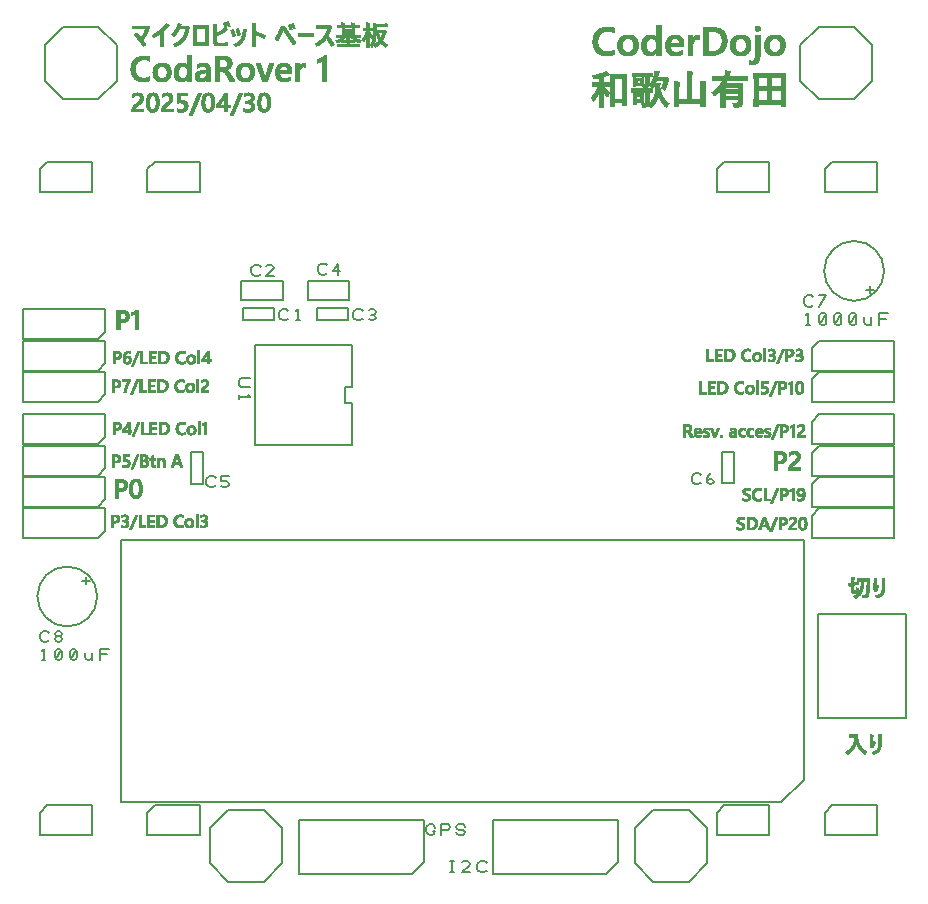
<source format=gto>
G04 DesignSpark PCB Gerber Version 12.0 Build 5942*
%FSLAX35Y35*%
%MOMM*%
%ADD10C,0.02540*%
%ADD11C,0.12700*%
X0Y0D02*
D02*
D10*
X1440610Y4356120D02*
Y4317940D01*
X1423230D01*
Y4423210D01*
X1455160D01*
X1459560Y4423110D01*
X1463760Y4422720D01*
X1467660Y4422040D01*
X1471280Y4421060D01*
X1474690Y4419890D01*
X1477820Y4418420D01*
X1480650Y4416760D01*
X1483290Y4414710D01*
X1485630Y4412560D01*
X1487680Y4410120D01*
X1489440Y4407490D01*
X1490810Y4404560D01*
X1491880Y4401530D01*
X1492660Y4398210D01*
X1493150Y4394690D01*
X1493250Y4390980D01*
X1493150Y4387270D01*
X1492660Y4383660D01*
X1491780Y4380240D01*
X1490710Y4377020D01*
X1489240Y4373990D01*
X1487390Y4371060D01*
X1485340Y4368420D01*
X1482900Y4365880D01*
X1480160Y4363540D01*
X1477230Y4361590D01*
X1474010Y4359930D01*
X1470590Y4358560D01*
X1466980Y4357490D01*
X1463070Y4356700D01*
X1458970Y4356310D01*
X1454670Y4356120D01*
X1440610D01*
Y4408850D02*
Y4370380D01*
X1451940D01*
X1454670Y4370470D01*
X1457210Y4370670D01*
X1459650Y4371060D01*
X1461800Y4371650D01*
X1463850Y4372430D01*
X1465810Y4373310D01*
X1467470Y4374380D01*
X1469030Y4375550D01*
X1470400Y4376920D01*
X1471670Y4378480D01*
X1472640Y4380040D01*
X1473420Y4381900D01*
X1474110Y4383760D01*
X1474600Y4385810D01*
X1474890Y4387950D01*
Y4390300D01*
Y4392540D01*
X1474600Y4394600D01*
X1474200Y4396550D01*
X1473620Y4398400D01*
X1472840Y4400060D01*
X1471860Y4401630D01*
X1470790Y4402990D01*
X1469520Y4404170D01*
X1468150Y4405340D01*
X1466490Y4406220D01*
X1464730Y4407000D01*
X1462780Y4407680D01*
X1460730Y4408170D01*
X1458380Y4408560D01*
X1455940Y4408760D01*
X1453310Y4408850D01*
X1440610D01*
X1507120Y4321840D02*
Y4337860D01*
X1509750Y4335900D01*
X1512490Y4334240D01*
X1515220Y4332880D01*
X1518150Y4331700D01*
X1521080Y4330830D01*
X1524110Y4330140D01*
X1527130Y4329750D01*
X1530360Y4329650D01*
X1532900Y4329750D01*
X1535340Y4329950D01*
X1537680Y4330340D01*
X1539830Y4330830D01*
X1541880Y4331510D01*
X1543740Y4332290D01*
X1545490Y4333270D01*
X1547150Y4334440D01*
X1548620Y4335710D01*
X1549890Y4336980D01*
X1550960Y4338440D01*
X1551840Y4340010D01*
X1552530Y4341760D01*
X1553010Y4343520D01*
X1553310Y4345380D01*
X1553400Y4347330D01*
X1553310Y4349580D01*
X1553010Y4351530D01*
X1552430Y4353480D01*
X1551740Y4355240D01*
X1550770Y4356800D01*
X1549600Y4358270D01*
X1548230Y4359630D01*
X1546570Y4360810D01*
X1544810Y4361880D01*
X1542760Y4362760D01*
X1540510Y4363540D01*
X1537970Y4364130D01*
X1535340Y4364610D01*
X1532510Y4365010D01*
X1529380Y4365200D01*
X1526060Y4365300D01*
X1517860D01*
Y4378970D01*
X1525670D01*
X1528600Y4379070D01*
X1531330Y4379260D01*
X1533970Y4379560D01*
X1536310Y4380040D01*
X1538460Y4380630D01*
X1540510Y4381310D01*
X1542270Y4382190D01*
X1543930Y4383170D01*
X1545300Y4384340D01*
X1546570Y4385510D01*
X1547640Y4386980D01*
X1548420Y4388440D01*
X1549110Y4390100D01*
X1549600Y4391860D01*
X1549890Y4393810D01*
X1549990Y4395860D01*
X1549890Y4397720D01*
X1549690Y4399480D01*
X1549300Y4401140D01*
X1548810Y4402600D01*
X1548130Y4404070D01*
X1547350Y4405340D01*
X1546370Y4406510D01*
X1545200Y4407490D01*
X1544030Y4408360D01*
X1542560Y4409240D01*
X1541000Y4409830D01*
X1539340Y4410420D01*
X1537490Y4410810D01*
X1535440Y4411100D01*
X1533290Y4411290D01*
X1531040Y4411390D01*
X1528400Y4411290D01*
X1525870Y4410900D01*
X1523230Y4410320D01*
X1520790Y4409540D01*
X1518350Y4408460D01*
X1515900Y4407100D01*
X1513460Y4405630D01*
X1511120Y4403870D01*
Y4418910D01*
X1513850Y4420380D01*
X1516780Y4421550D01*
X1519710Y4422620D01*
X1522840Y4423500D01*
X1526060Y4424090D01*
X1529380Y4424580D01*
X1532900Y4424870D01*
X1536510Y4424970D01*
X1539930Y4424870D01*
X1543150Y4424480D01*
X1546180Y4423990D01*
X1549110Y4423210D01*
X1551840Y4422230D01*
X1554380Y4420960D01*
X1556720Y4419600D01*
X1558970Y4417940D01*
X1560920Y4416080D01*
X1562580Y4414130D01*
X1564050Y4412080D01*
X1565220Y4409830D01*
X1566200Y4407580D01*
X1566880Y4405140D01*
X1567270Y4402510D01*
X1567370Y4399870D01*
X1567270Y4397330D01*
X1567080Y4394890D01*
X1566590Y4392640D01*
X1566100Y4390400D01*
X1565320Y4388350D01*
X1564440Y4386390D01*
X1563370Y4384540D01*
X1562100Y4382780D01*
X1560730Y4381220D01*
X1559070Y4379650D01*
X1557410Y4378290D01*
X1555450Y4377020D01*
X1553400Y4375940D01*
X1551160Y4374870D01*
X1548810Y4373990D01*
X1546280Y4373110D01*
Y4372820D01*
X1549010Y4372530D01*
X1551650Y4371940D01*
X1554090Y4371260D01*
X1556430Y4370280D01*
X1558580Y4369200D01*
X1560630Y4367940D01*
X1562490Y4366470D01*
X1564240Y4364910D01*
X1565810Y4363150D01*
X1567080Y4361200D01*
X1568250Y4359240D01*
X1569220Y4357190D01*
X1569910Y4354950D01*
X1570400Y4352700D01*
X1570690Y4350260D01*
X1570790Y4347720D01*
X1570690Y4344300D01*
X1570200Y4340980D01*
X1569320Y4337860D01*
X1568150Y4334930D01*
X1566690Y4332190D01*
X1564830Y4329560D01*
X1562680Y4327110D01*
X1560140Y4324870D01*
X1557410Y4322820D01*
X1554480Y4321060D01*
X1551260Y4319600D01*
X1547840Y4318330D01*
X1544220Y4317350D01*
X1540420Y4316760D01*
X1536410Y4316280D01*
X1532120Y4316180D01*
X1528310Y4316280D01*
X1524690Y4316570D01*
X1521280Y4316960D01*
X1518050Y4317540D01*
X1515030Y4318420D01*
X1512190Y4319400D01*
X1509560Y4320470D01*
X1507120Y4321840D01*
X1645300Y4423210D02*
X1594420Y4300450D01*
X1578890D01*
X1629580Y4423210D01*
X1645300D01*
X1715120Y4317940D02*
X1656820D01*
Y4423210D01*
X1674300D01*
Y4332680D01*
X1715120D01*
Y4317940D01*
X1789440D02*
X1730360D01*
Y4423210D01*
X1787100D01*
Y4408360D01*
X1747840D01*
Y4378580D01*
X1784070D01*
Y4363830D01*
X1747840D01*
Y4332680D01*
X1789440D01*
Y4317940D01*
X1808190D02*
Y4423210D01*
X1838560D01*
X1842170Y4423110D01*
X1845690Y4423010D01*
X1849010Y4422720D01*
X1852230Y4422430D01*
X1855360Y4421940D01*
X1858380Y4421350D01*
X1861310Y4420770D01*
X1864050Y4419990D01*
X1866780Y4419110D01*
X1869320Y4418230D01*
X1871760Y4417150D01*
X1874110Y4415980D01*
X1876350Y4414710D01*
X1878400Y4413350D01*
X1880360Y4411880D01*
X1882310Y4410420D01*
X1884070Y4408760D01*
X1885730Y4407000D01*
X1887190Y4405140D01*
X1888660Y4403190D01*
X1889930Y4401140D01*
X1891100Y4398990D01*
X1892270Y4396650D01*
X1893150Y4394300D01*
X1894030Y4391860D01*
X1894810Y4389320D01*
X1895400Y4386690D01*
X1895880Y4383950D01*
X1896280Y4381020D01*
X1896570Y4378090D01*
X1896760Y4375060D01*
X1896860Y4371840D01*
X1896760Y4368910D01*
X1896570Y4365980D01*
X1896280Y4363050D01*
X1895790Y4360320D01*
X1895300Y4357580D01*
X1894520Y4354950D01*
X1893740Y4352410D01*
X1892760Y4349870D01*
X1891690Y4347530D01*
X1890510Y4345180D01*
X1889240Y4342940D01*
X1887780Y4340690D01*
X1886220Y4338640D01*
X1884460Y4336590D01*
X1882600Y4334630D01*
X1880650Y4332680D01*
X1878600Y4330920D01*
X1876450Y4329260D01*
X1874200Y4327700D01*
X1871960Y4326240D01*
X1869520Y4324970D01*
X1866980Y4323700D01*
X1864440Y4322620D01*
X1861800Y4321650D01*
X1859070Y4320770D01*
X1856140Y4319990D01*
X1853310Y4319400D01*
X1850280Y4318810D01*
X1847150Y4318420D01*
X1843930Y4318130D01*
X1840710Y4318030D01*
X1837390Y4317940D01*
X1808190D01*
X1825570Y4408360D02*
Y4332680D01*
X1839540D01*
X1844030Y4332880D01*
X1848230Y4333270D01*
X1852230Y4334150D01*
X1855940Y4335220D01*
X1859360Y4336590D01*
X1862580Y4338350D01*
X1865510Y4340400D01*
X1868250Y4342840D01*
X1870590Y4345470D01*
X1872740Y4348400D01*
X1874500Y4351530D01*
X1875960Y4355040D01*
X1877040Y4358760D01*
X1877820Y4362660D01*
X1878310Y4366960D01*
X1878500Y4371450D01*
X1878310Y4375940D01*
X1877920Y4380040D01*
X1877130Y4383950D01*
X1876060Y4387560D01*
X1874690Y4390880D01*
X1873130Y4393910D01*
X1871180Y4396650D01*
X1868930Y4399090D01*
X1866390Y4401330D01*
X1863560Y4403190D01*
X1860440Y4404750D01*
X1856920Y4406020D01*
X1853210Y4407100D01*
X1849200Y4407780D01*
X1844810Y4408170D01*
X1840220Y4408360D01*
X1825570D01*
X2030850Y4322330D02*
X2027820Y4320860D01*
X2024500Y4319600D01*
X2021080Y4318620D01*
X2017470Y4317740D01*
X2013760Y4317060D01*
X2009750Y4316570D01*
X2005550Y4316280D01*
X2001260Y4316180D01*
X1998420Y4316280D01*
X1995690Y4316370D01*
X1992950Y4316670D01*
X1990420Y4317060D01*
X1987880Y4317540D01*
X1985340Y4318230D01*
X1982990Y4318910D01*
X1980650Y4319790D01*
X1978400Y4320770D01*
X1976160Y4321840D01*
X1974110Y4323010D01*
X1972060Y4324280D01*
X1970010Y4325750D01*
X1968150Y4327210D01*
X1966290Y4328870D01*
X1964540Y4330630D01*
X1962880Y4332490D01*
X1961310Y4334340D01*
X1959850Y4336390D01*
X1958480Y4338440D01*
X1957210Y4340590D01*
X1956140Y4342740D01*
X1955060Y4344990D01*
X1954190Y4347330D01*
X1953400Y4349770D01*
X1952720Y4352210D01*
X1952040Y4354750D01*
X1951550Y4357390D01*
X1951260Y4360120D01*
X1950960Y4362860D01*
X1950770Y4365690D01*
Y4368620D01*
Y4371740D01*
X1950960Y4374770D01*
X1951260Y4377700D01*
X1951740Y4380630D01*
X1952230Y4383460D01*
X1952920Y4386200D01*
X1953700Y4388830D01*
X1954580Y4391370D01*
X1955650Y4393910D01*
X1956820Y4396350D01*
X1958090Y4398700D01*
X1959460Y4401040D01*
X1961020Y4403190D01*
X1962580Y4405340D01*
X1964340Y4407390D01*
X1966290Y4409440D01*
X1968250Y4411290D01*
X1970300Y4413050D01*
X1972350Y4414710D01*
X1974600Y4416180D01*
X1976740Y4417640D01*
X1979090Y4418910D01*
X1981430Y4419990D01*
X1983870Y4421060D01*
X1986310Y4421940D01*
X1988850Y4422820D01*
X1991490Y4423400D01*
X1994130Y4423990D01*
X1996960Y4424380D01*
X1999690Y4424670D01*
X2002620Y4424870D01*
X2005550Y4424970D01*
X2009260Y4424870D01*
X2012880Y4424670D01*
X2016200Y4424380D01*
X2019520Y4423890D01*
X2022540Y4423310D01*
X2025470Y4422530D01*
X2028210Y4421650D01*
X2030850Y4420670D01*
Y4403290D01*
X2028110Y4404750D01*
X2025380Y4406020D01*
X2022540Y4407190D01*
X2019620Y4408070D01*
X2016690Y4408760D01*
X2013660Y4409240D01*
X2010530Y4409540D01*
X2007310Y4409630D01*
X2003210Y4409440D01*
X1999200Y4408950D01*
X1995400Y4408070D01*
X1991880Y4406900D01*
X1988460Y4405340D01*
X1985340Y4403480D01*
X1982410Y4401240D01*
X1979670Y4398700D01*
X1977130Y4395860D01*
X1974990Y4392740D01*
X1973130Y4389420D01*
X1971670Y4385900D01*
X1970490Y4382100D01*
X1969710Y4378090D01*
X1969220Y4373890D01*
X1969030Y4369500D01*
X1969130Y4365200D01*
X1969620Y4361200D01*
X1970400Y4357390D01*
X1971470Y4353780D01*
X1972940Y4350450D01*
X1974600Y4347330D01*
X1976650Y4344400D01*
X1978890Y4341760D01*
X1981530Y4339320D01*
X1984260Y4337170D01*
X1987290Y4335420D01*
X1990420Y4333950D01*
X1993740Y4332880D01*
X1997350Y4332100D01*
X2001060Y4331610D01*
X2004970Y4331410D01*
X2008680Y4331510D01*
X2012190Y4331800D01*
X2015610Y4332390D01*
X2018930Y4333170D01*
X2022060Y4334150D01*
X2025180Y4335320D01*
X2028010Y4336780D01*
X2030850Y4338440D01*
Y4322330D01*
X2082210Y4316180D02*
X2078010Y4316370D01*
X2073910Y4316860D01*
X2070100Y4317640D01*
X2066590Y4318810D01*
X2063170Y4320280D01*
X2060040Y4322130D01*
X2057120Y4324190D01*
X2054380Y4326720D01*
X2051940Y4329460D01*
X2049890Y4332390D01*
X2048030Y4335610D01*
X2046670Y4338930D01*
X2045490Y4342540D01*
X2044710Y4346350D01*
X2044220Y4350360D01*
X2044030Y4354650D01*
X2044220Y4359240D01*
X2044710Y4363640D01*
X2045590Y4367640D01*
X2046760Y4371550D01*
X2048230Y4375060D01*
X2050080Y4378380D01*
X2052330Y4381410D01*
X2054870Y4384240D01*
X2057700Y4386690D01*
X2060730Y4388930D01*
X2064050Y4390690D01*
X2067560Y4392250D01*
X2071370Y4393420D01*
X2075380Y4394200D01*
X2079580Y4394690D01*
X2084070Y4394890D01*
X2088370Y4394690D01*
X2092370Y4394200D01*
X2096180Y4393420D01*
X2099690Y4392250D01*
X2103010Y4390790D01*
X2106140Y4389030D01*
X2108970Y4386980D01*
X2111510Y4384540D01*
X2113850Y4381800D01*
X2115810Y4378870D01*
X2117470Y4375650D01*
X2118930Y4372130D01*
X2120010Y4368420D01*
X2120690Y4364520D01*
X2121180Y4360320D01*
X2121370Y4355830D01*
X2121180Y4351430D01*
X2120690Y4347230D01*
X2119810Y4343330D01*
X2118740Y4339610D01*
X2117170Y4336100D01*
X2115420Y4332880D01*
X2113270Y4329850D01*
X2110730Y4327020D01*
X2107990Y4324480D01*
X2104970Y4322230D01*
X2101740Y4320380D01*
X2098330Y4318910D01*
X2094620Y4317740D01*
X2090710Y4316860D01*
X2086610Y4316370D01*
X2082210Y4316180D01*
X2082990Y4381310D02*
X2080550Y4381220D01*
X2078310Y4380830D01*
X2076160Y4380340D01*
X2074110Y4379560D01*
X2072150Y4378580D01*
X2070400Y4377410D01*
X2068740Y4375940D01*
X2067270Y4374280D01*
X2065900Y4372530D01*
X2064730Y4370470D01*
X2063660Y4368330D01*
X2062880Y4365980D01*
X2062290Y4363540D01*
X2061800Y4360900D01*
X2061510Y4358070D01*
X2061410Y4355040D01*
X2061510Y4352210D01*
X2061800Y4349480D01*
X2062290Y4346940D01*
X2062880Y4344500D01*
X2063760Y4342250D01*
X2064730Y4340200D01*
X2065900Y4338250D01*
X2067270Y4336490D01*
X2068830Y4334830D01*
X2070490Y4333460D01*
X2072250Y4332290D01*
X2074200Y4331310D01*
X2076160Y4330630D01*
X2078310Y4330040D01*
X2080650Y4329750D01*
X2082990Y4329650D01*
X2085440Y4329750D01*
X2087780Y4330040D01*
X2089930Y4330630D01*
X2091880Y4331310D01*
X2093740Y4332290D01*
X2095490Y4333360D01*
X2097060Y4334730D01*
X2098520Y4336290D01*
X2099690Y4338050D01*
X2100870Y4340010D01*
X2101740Y4342150D01*
X2102530Y4344400D01*
X2103110Y4346940D01*
X2103500Y4349580D01*
X2103790Y4352410D01*
X2103890Y4355340D01*
X2103790Y4358360D01*
X2103500Y4361200D01*
X2103110Y4363830D01*
X2102530Y4366370D01*
X2101740Y4368720D01*
X2100870Y4370770D01*
X2099690Y4372720D01*
X2098520Y4374580D01*
X2097060Y4376140D01*
X2095490Y4377510D01*
X2093740Y4378680D01*
X2091880Y4379650D01*
X2089930Y4380340D01*
X2087780Y4380920D01*
X2085440Y4381220D01*
X2082990Y4381310D01*
X2155850Y4317940D02*
X2138760D01*
Y4429260D01*
X2155850D01*
Y4317940D01*
X2175870Y4321840D02*
Y4337860D01*
X2178500Y4335900D01*
X2181240Y4334240D01*
X2183970Y4332880D01*
X2186900Y4331700D01*
X2189830Y4330830D01*
X2192860Y4330140D01*
X2195880Y4329750D01*
X2199110Y4329650D01*
X2201650Y4329750D01*
X2204090Y4329950D01*
X2206430Y4330340D01*
X2208580Y4330830D01*
X2210630Y4331510D01*
X2212490Y4332290D01*
X2214240Y4333270D01*
X2215900Y4334440D01*
X2217370Y4335710D01*
X2218640Y4336980D01*
X2219710Y4338440D01*
X2220590Y4340010D01*
X2221280Y4341760D01*
X2221760Y4343520D01*
X2222060Y4345380D01*
X2222150Y4347330D01*
X2222060Y4349580D01*
X2221760Y4351530D01*
X2221180Y4353480D01*
X2220490Y4355240D01*
X2219520Y4356800D01*
X2218350Y4358270D01*
X2216980Y4359630D01*
X2215320Y4360810D01*
X2213560Y4361880D01*
X2211510Y4362760D01*
X2209260Y4363540D01*
X2206720Y4364130D01*
X2204090Y4364610D01*
X2201260Y4365010D01*
X2198130Y4365200D01*
X2194810Y4365300D01*
X2186610D01*
Y4378970D01*
X2194420D01*
X2197350Y4379070D01*
X2200080Y4379260D01*
X2202720Y4379560D01*
X2205060Y4380040D01*
X2207210Y4380630D01*
X2209260Y4381310D01*
X2211020Y4382190D01*
X2212680Y4383170D01*
X2214050Y4384340D01*
X2215320Y4385510D01*
X2216390Y4386980D01*
X2217170Y4388440D01*
X2217860Y4390100D01*
X2218350Y4391860D01*
X2218640Y4393810D01*
X2218740Y4395860D01*
X2218640Y4397720D01*
X2218440Y4399480D01*
X2218050Y4401140D01*
X2217560Y4402600D01*
X2216880Y4404070D01*
X2216100Y4405340D01*
X2215120Y4406510D01*
X2213950Y4407490D01*
X2212780Y4408360D01*
X2211310Y4409240D01*
X2209750Y4409830D01*
X2208090Y4410420D01*
X2206240Y4410810D01*
X2204190Y4411100D01*
X2202040Y4411290D01*
X2199790Y4411390D01*
X2197150Y4411290D01*
X2194620Y4410900D01*
X2191980Y4410320D01*
X2189540Y4409540D01*
X2187100Y4408460D01*
X2184650Y4407100D01*
X2182210Y4405630D01*
X2179870Y4403870D01*
Y4418910D01*
X2182600Y4420380D01*
X2185530Y4421550D01*
X2188460Y4422620D01*
X2191590Y4423500D01*
X2194810Y4424090D01*
X2198130Y4424580D01*
X2201650Y4424870D01*
X2205260Y4424970D01*
X2208680Y4424870D01*
X2211900Y4424480D01*
X2214930Y4423990D01*
X2217860Y4423210D01*
X2220590Y4422230D01*
X2223130Y4420960D01*
X2225470Y4419600D01*
X2227720Y4417940D01*
X2229670Y4416080D01*
X2231330Y4414130D01*
X2232800Y4412080D01*
X2233970Y4409830D01*
X2234950Y4407580D01*
X2235630Y4405140D01*
X2236020Y4402510D01*
X2236120Y4399870D01*
X2236020Y4397330D01*
X2235830Y4394890D01*
X2235340Y4392640D01*
X2234850Y4390400D01*
X2234070Y4388350D01*
X2233190Y4386390D01*
X2232120Y4384540D01*
X2230850Y4382780D01*
X2229480Y4381220D01*
X2227820Y4379650D01*
X2226160Y4378290D01*
X2224200Y4377020D01*
X2222150Y4375940D01*
X2219910Y4374870D01*
X2217560Y4373990D01*
X2215030Y4373110D01*
Y4372820D01*
X2217760Y4372530D01*
X2220400Y4371940D01*
X2222840Y4371260D01*
X2225180Y4370280D01*
X2227330Y4369200D01*
X2229380Y4367940D01*
X2231240Y4366470D01*
X2232990Y4364910D01*
X2234560Y4363150D01*
X2235830Y4361200D01*
X2237000Y4359240D01*
X2237970Y4357190D01*
X2238660Y4354950D01*
X2239150Y4352700D01*
X2239440Y4350260D01*
X2239540Y4347720D01*
X2239440Y4344300D01*
X2238950Y4340980D01*
X2238070Y4337860D01*
X2236900Y4334930D01*
X2235440Y4332190D01*
X2233580Y4329560D01*
X2231430Y4327110D01*
X2228890Y4324870D01*
X2226160Y4322820D01*
X2223230Y4321060D01*
X2220010Y4319600D01*
X2216590Y4318330D01*
X2212970Y4317350D01*
X2209170Y4316760D01*
X2205160Y4316280D01*
X2200870Y4316180D01*
X2197060Y4316280D01*
X2193440Y4316570D01*
X2190030Y4316960D01*
X2186800Y4317540D01*
X2183780Y4318420D01*
X2180940Y4319400D01*
X2178310Y4320470D01*
X2175870Y4321840D01*
X1579390Y4301660D02*
X1594920D01*
X1580370Y4304040D02*
X1595910D01*
X1581360Y4306420D02*
X1596890D01*
X1582340Y4308800D02*
X1597880D01*
X1583320Y4311180D02*
X1598870D01*
X1584300Y4313560D02*
X1599850D01*
X1585290Y4315940D02*
X1600840D01*
X1423230Y4318320D02*
X1440610D01*
X1515370D02*
X1547840D01*
X1586270D02*
X1601830D01*
X1656820D02*
X1715120D01*
X1730360D02*
X1789440D01*
X1808190D02*
X1846040D01*
X1985030D02*
X2019850D01*
X2068060D02*
X2096460D01*
X2138760D02*
X2155850D01*
X2184120D02*
X2216590D01*
X1423230Y4320700D02*
X1440610D01*
X1509150D02*
X1553690D01*
X1587250D02*
X1602810D01*
X1656820D02*
X1715120D01*
X1730360D02*
X1789440D01*
X1808190D02*
X1858810D01*
X1978560D02*
X2027400D01*
X2062460D02*
X2102300D01*
X2138760D02*
X2155850D01*
X2177900D02*
X2222440D01*
X1423230Y4323080D02*
X1440610D01*
X1507120D02*
X1557760D01*
X1588230D02*
X1603800D01*
X1656820D02*
X1715120D01*
X1730360D02*
X1789440D01*
X1808190D02*
X1865520D01*
X1974000D02*
X2030850D01*
X2058690D02*
X2106110D01*
X2138760D02*
X2155850D01*
X2175870D02*
X2226510D01*
X1423230Y4325460D02*
X1440610D01*
X1507120D02*
X1560810D01*
X1589220D02*
X1604790D01*
X1656820D02*
X1715120D01*
X1730360D02*
X1789440D01*
X1808190D02*
X1870460D01*
X1970410D02*
X2030850D01*
X2055740D02*
X2109050D01*
X2138760D02*
X2155850D01*
X2175870D02*
X2229560D01*
X1423230Y4327840D02*
X1440610D01*
X1507120D02*
X1563320D01*
X1590200D02*
X1605770D01*
X1656820D02*
X1715120D01*
X1730360D02*
X1789440D01*
X1808190D02*
X1874400D01*
X1967440D02*
X2030850D01*
X2053380D02*
X2111470D01*
X2138760D02*
X2155850D01*
X2175870D02*
X2232070D01*
X1423230Y4330220D02*
X1440610D01*
X1507120D02*
X1523760D01*
X1536960D02*
X1565300D01*
X1591180D02*
X1606760D01*
X1656820D02*
X1715120D01*
X1730360D02*
X1789440D01*
X1808190D02*
X1877690D01*
X1964950D02*
X2030850D01*
X2051410D02*
X2077650D01*
X2088440D02*
X2113530D01*
X2138760D02*
X2155850D01*
X2175870D02*
X2192510D01*
X2205710D02*
X2234050D01*
X1423230Y4332600D02*
X1440610D01*
X1507120D02*
X1515920D01*
X1544290D02*
X1566910D01*
X1592170D02*
X1607750D01*
X1656820D02*
X1715120D01*
X1730360D02*
X1789440D01*
X1808190D02*
X1880560D01*
X1962790D02*
X1995040D01*
X2016500D02*
X2030850D01*
X2049770D02*
X2071780D01*
X2094250D02*
X2115220D01*
X2138760D02*
X2155850D01*
X2175870D02*
X2184670D01*
X2213040D02*
X2235660D01*
X1423230Y4334980D02*
X1440610D01*
X1507120D02*
X1511270D01*
X1547780D02*
X1568170D01*
X1593150D02*
X1608730D01*
X1656820D02*
X1674300D01*
X1730360D02*
X1747840D01*
X1808190D02*
X1825570D01*
X1855110D02*
X1882930D01*
X1960850D02*
X1988230D01*
X2024270D02*
X2030850D01*
X2048390D02*
X2068690D01*
X2097290D02*
X2116560D01*
X2138760D02*
X2155850D01*
X2175870D02*
X2180020D01*
X2216530D02*
X2236920D01*
X1423230Y4337360D02*
X1440610D01*
X1507120D02*
X1507790D01*
X1550170D02*
X1569120D01*
X1594130D02*
X1609720D01*
X1656820D02*
X1674300D01*
X1730360D02*
X1747840D01*
X1808190D02*
X1825570D01*
X1860770D02*
X1885120D01*
X1959200D02*
X1984020D01*
X2029000D02*
X2030850D01*
X2047310D02*
X2066590D01*
X2099230D02*
X2117730D01*
X2138760D02*
X2155850D01*
X2175870D02*
X2176540D01*
X2218920D02*
X2237870D01*
X1423230Y4339740D02*
X1440610D01*
X1551690D02*
X1569850D01*
X1595110D02*
X1610700D01*
X1656820D02*
X1674300D01*
X1730360D02*
X1747840D01*
X1808190D02*
X1825570D01*
X1864570D02*
X1887060D01*
X1957710D02*
X1981080D01*
X2046410D02*
X2065010D01*
X2100710D02*
X2118780D01*
X2138760D02*
X2155850D01*
X2220440D02*
X2238600D01*
X1423230Y4342120D02*
X1440610D01*
X1552630D02*
X1570370D01*
X1596100D02*
X1611690D01*
X1656820D02*
X1674300D01*
X1730360D02*
X1747840D01*
X1808190D02*
X1825570D01*
X1867440D02*
X1888710D01*
X1956450D02*
X1978580D01*
X2045630D02*
X2063820D01*
X2101730D02*
X2119460D01*
X2138760D02*
X2155850D01*
X2221380D02*
X2239120D01*
X1423230Y4344500D02*
X1440610D01*
X1553170D02*
X1570700D01*
X1597080D02*
X1612680D01*
X1656820D02*
X1674300D01*
X1730360D02*
X1747840D01*
X1808190D02*
X1825570D01*
X1869730D02*
X1890120D01*
X1955300D02*
X1976580D01*
X2045090D02*
X2062880D01*
X2102550D02*
X2120070D01*
X2138760D02*
X2155850D01*
X2221920D02*
X2239450D01*
X1423230Y4346880D02*
X1440610D01*
X1553380D02*
X1570770D01*
X1598060D02*
X1613660D01*
X1656820D02*
X1674300D01*
X1730360D02*
X1747840D01*
X1808190D02*
X1825570D01*
X1871620D02*
X1891360D01*
X1954360D02*
X1974910D01*
X2044650D02*
X2062300D01*
X2103100D02*
X2120610D01*
X2138760D02*
X2155850D01*
X2222130D02*
X2239520D01*
X1423230Y4349260D02*
X1440610D01*
X1553320D02*
X1570730D01*
X1599040D02*
X1614650D01*
X1656820D02*
X1674300D01*
X1730360D02*
X1747840D01*
X1808190D02*
X1825570D01*
X1873220D02*
X1892480D01*
X1953570D02*
X1973570D01*
X2044350D02*
X2061840D01*
X2103450D02*
X2120930D01*
X2138760D02*
X2155850D01*
X2222070D02*
X2239480D01*
X1423230Y4351640D02*
X1440610D01*
X1552980D02*
X1570530D01*
X1600030D02*
X1615640D01*
X1656820D02*
X1674300D01*
X1730360D02*
X1747840D01*
X1808190D02*
X1825570D01*
X1874550D02*
X1893440D01*
X1952880D02*
X1972410D01*
X2044160D02*
X2061570D01*
X2103710D02*
X2121190D01*
X2138760D02*
X2155850D01*
X2221730D02*
X2239280D01*
X1423230Y4354020D02*
X1440610D01*
X1552220D02*
X1570110D01*
X1601010D02*
X1616620D01*
X1656820D02*
X1674300D01*
X1730360D02*
X1747840D01*
X1808190D02*
X1825570D01*
X1875540D02*
X1894230D01*
X1952240D02*
X1971400D01*
X2044060D02*
X2061450D01*
X2103840D02*
X2121290D01*
X2138760D02*
X2155850D01*
X2220970D02*
X2238860D01*
X1423230Y4356400D02*
X1459920D01*
X1551020D02*
X1569460D01*
X1601990D02*
X1617610D01*
X1656820D02*
X1674300D01*
X1730360D02*
X1747840D01*
X1808190D02*
X1825570D01*
X1876350D02*
X1894950D01*
X1951730D02*
X1970690D01*
X2044100D02*
X2061450D01*
X2103850D02*
X2121350D01*
X2138760D02*
X2155850D01*
X2219770D02*
X2238210D01*
X1423230Y4358780D02*
X1471140D01*
X1549090D02*
X1568470D01*
X1602980D02*
X1618600D01*
X1656820D02*
X1674300D01*
X1730360D02*
X1747840D01*
X1808190D02*
X1825570D01*
X1877040D02*
X1895510D01*
X1951400D02*
X1970120D01*
X2044200D02*
X2061580D01*
X2103750D02*
X2121250D01*
X2138760D02*
X2155850D01*
X2217840D02*
X2237220D01*
X1423230Y4361160D02*
X1476400D01*
X1545990D02*
X1567080D01*
X1603960D02*
X1619580D01*
X1656820D02*
X1674300D01*
X1730360D02*
X1747840D01*
X1808190D02*
X1825570D01*
X1877520D02*
X1895940D01*
X1951150D02*
X1969620D01*
X2044430D02*
X2061850D01*
X2103510D02*
X2121080D01*
X2138760D02*
X2155850D01*
X2214740D02*
X2235830D01*
X1423230Y4363540D02*
X1480160D01*
X1540510D02*
X1565460D01*
X1604940D02*
X1620570D01*
X1656820D02*
X1674300D01*
X1730360D02*
X1747840D01*
X1808190D02*
X1825570D01*
X1877920D02*
X1896330D01*
X1950910D02*
X1969330D01*
X2044700D02*
X2062290D01*
X2103150D02*
X2120800D01*
X2138760D02*
X2155850D01*
X2209260D02*
X2234210D01*
X1423230Y4365920D02*
X1482900D01*
X1517860D02*
X1563110D01*
X1605920D02*
X1621560D01*
X1656820D02*
X1674300D01*
X1730360D02*
X1784070D01*
X1808190D02*
X1825570D01*
X1878190D02*
X1896560D01*
X1950770D02*
X1969110D01*
X2045210D02*
X2062870D01*
X2102630D02*
X2120450D01*
X2138760D02*
X2155850D01*
X2186610D02*
X2231860D01*
X1423230Y4368300D02*
X1485220D01*
X1517860D02*
X1560040D01*
X1606910D02*
X1622540D01*
X1656820D02*
X1674300D01*
X1730360D02*
X1784070D01*
X1808190D02*
X1825570D01*
X1878370D02*
X1896720D01*
X1950770D02*
X1969060D01*
X2045790D02*
X2063660D01*
X2101880D02*
X2120030D01*
X2138760D02*
X2155850D01*
X2186610D02*
X2228790D01*
X1423230Y4370680D02*
X1440610D01*
X1457270D02*
X1487090D01*
X1517860D02*
X1555470D01*
X1607890D02*
X1623530D01*
X1656820D02*
X1674300D01*
X1730360D02*
X1784070D01*
X1808190D02*
X1825570D01*
X1878470D02*
X1896820D01*
X1950770D02*
X1969080D01*
X2046500D02*
X2064850D01*
X2100910D02*
X2119350D01*
X2138760D02*
X2155850D01*
X2186610D02*
X2224220D01*
X1423230Y4373060D02*
X1440610D01*
X1465250D02*
X1488650D01*
X1517860D02*
X1546280D01*
X1608870D02*
X1624510D01*
X1656820D02*
X1674300D01*
X1730360D02*
X1784070D01*
X1808190D02*
X1825570D01*
X1878430D02*
X1896820D01*
X1950850D02*
X1969180D01*
X2047390D02*
X2066310D01*
X2099480D02*
X2118540D01*
X2138760D02*
X2155850D01*
X2186610D02*
X2215030D01*
X1423230Y4375440D02*
X1440610D01*
X1468880D02*
X1489940D01*
X1517860D02*
X1552350D01*
X1609850D02*
X1625500D01*
X1656820D02*
X1674300D01*
X1730360D02*
X1784070D01*
X1808190D02*
X1825570D01*
X1878330D02*
X1896740D01*
X1951030D02*
X1969400D01*
X2048440D02*
X2068300D01*
X2097720D02*
X2117560D01*
X2138760D02*
X2155850D01*
X2186610D02*
X2221100D01*
X1423230Y4377820D02*
X1440610D01*
X1471130D02*
X1490980D01*
X1517860D02*
X1556680D01*
X1610840D02*
X1626490D01*
X1656820D02*
X1674300D01*
X1730360D02*
X1784070D01*
X1808190D02*
X1825570D01*
X1878130D02*
X1896590D01*
X1951280D02*
X1969680D01*
X2049770D02*
X2071010D01*
X2095030D02*
X2116350D01*
X2138760D02*
X2155850D01*
X2186610D02*
X2225430D01*
X1423230Y4380200D02*
X1440610D01*
X1472710D02*
X1491780D01*
X1536890D02*
X1559650D01*
X1611820D02*
X1627470D01*
X1656820D02*
X1674300D01*
X1730360D02*
X1747840D01*
X1808190D02*
X1825570D01*
X1877890D02*
X1896360D01*
X1951670D02*
X1970120D01*
X2051430D02*
X2075790D01*
X2090330D02*
X2114920D01*
X2138760D02*
X2155850D01*
X2205640D02*
X2228400D01*
X1423230Y4382580D02*
X1440610D01*
X1473670D02*
X1492380D01*
X1542930D02*
X1561920D01*
X1612800D02*
X1628460D01*
X1656820D02*
X1674300D01*
X1730360D02*
X1747840D01*
X1808190D02*
X1825570D01*
X1877410D02*
X1896070D01*
X1952080D02*
X1970640D01*
X2053380D02*
X2113180D01*
X2138760D02*
X2155850D01*
X2211680D02*
X2230670D01*
X1423230Y4384960D02*
X1440610D01*
X1474400D02*
X1492840D01*
X1545970D02*
X1563610D01*
X1613790D02*
X1629450D01*
X1656820D02*
X1674300D01*
X1730360D02*
X1747840D01*
X1808190D02*
X1825570D01*
X1876830D02*
X1895700D01*
X1952610D02*
X1971380D01*
X2055700D02*
X2111070D01*
X2138760D02*
X2155850D01*
X2214720D02*
X2232360D01*
X1423230Y4387340D02*
X1440610D01*
X1474810D02*
X1493150D01*
X1547830D02*
X1564870D01*
X1614770D02*
X1630430D01*
X1656820D02*
X1674300D01*
X1730360D02*
X1747840D01*
X1808190D02*
X1825570D01*
X1876130D02*
X1895250D01*
X1953260D02*
X1972270D01*
X2058580D02*
X2108470D01*
X2138760D02*
X2155850D01*
X2216580D02*
X2233620D01*
X1423230Y4389720D02*
X1440610D01*
X1474890D02*
X1493220D01*
X1548950D02*
X1565840D01*
X1615750D02*
X1631420D01*
X1656820D02*
X1674300D01*
X1730360D02*
X1747840D01*
X1808190D02*
X1825570D01*
X1875170D02*
X1894690D01*
X1954010D02*
X1973300D01*
X2062220D02*
X2104910D01*
X2138760D02*
X2155850D01*
X2217700D02*
X2234590D01*
X1423230Y4392100D02*
X1440610D01*
X1474890D02*
X1493220D01*
X1549640D02*
X1566470D01*
X1616730D02*
X1632410D01*
X1656820D02*
X1674300D01*
X1730360D02*
X1747840D01*
X1808190D02*
X1825570D01*
X1874060D02*
X1893940D01*
X1954890D02*
X1974630D01*
X2067220D02*
X2100030D01*
X2138760D02*
X2155850D01*
X2218390D02*
X2235220D01*
X1423230Y4394480D02*
X1440610D01*
X1474620D02*
X1493160D01*
X1549920D02*
X1566990D01*
X1617720D02*
X1633390D01*
X1656820D02*
X1674300D01*
X1730360D02*
X1747840D01*
X1808190D02*
X1825570D01*
X1872720D02*
X1893080D01*
X1955920D02*
X1976180D01*
X2077780D02*
X2090080D01*
X2138760D02*
X2155850D01*
X2218670D02*
X2235740D01*
X1423230Y4396860D02*
X1440610D01*
X1474100D02*
X1492850D01*
X1549940D02*
X1567230D01*
X1618700D02*
X1634380D01*
X1656820D02*
X1674300D01*
X1730360D02*
X1747840D01*
X1808190D02*
X1825570D01*
X1870990D02*
X1892170D01*
X1957100D02*
X1978020D01*
X2138760D02*
X2155850D01*
X2218690D02*
X2235980D01*
X1423230Y4399240D02*
X1440610D01*
X1473230D02*
X1492420D01*
X1549720D02*
X1567350D01*
X1619680D02*
X1635370D01*
X1656820D02*
X1674300D01*
X1730360D02*
X1747840D01*
X1808190D02*
X1825570D01*
X1868760D02*
X1890960D01*
X1958410D02*
X1980250D01*
X2138760D02*
X2155850D01*
X2218470D02*
X2236100D01*
X1423230Y4401620D02*
X1440610D01*
X1471870D02*
X1491850D01*
X1549140D02*
X1567300D01*
X1620670D02*
X1636350D01*
X1656820D02*
X1674300D01*
X1730360D02*
X1747840D01*
X1808190D02*
X1825570D01*
X1865950D02*
X1889630D01*
X1959880D02*
X1982910D01*
X2138760D02*
X2155850D01*
X2217890D02*
X2236050D01*
X1423230Y4404000D02*
X1440610D01*
X1469700D02*
X1491010D01*
X1511120D02*
X1511290D01*
X1548160D02*
X1567050D01*
X1621650D02*
X1637340D01*
X1656820D02*
X1674300D01*
X1730360D02*
X1747840D01*
X1808190D02*
X1825570D01*
X1861940D02*
X1888050D01*
X1961610D02*
X1986210D01*
X2029520D02*
X2030850D01*
X2138760D02*
X2155850D01*
X2179870D02*
X2180040D01*
X2216910D02*
X2235800D01*
X1423230Y4406380D02*
X1440610D01*
X1466130D02*
X1489960D01*
X1511120D02*
X1514700D01*
X1546480D02*
X1566530D01*
X1622630D02*
X1638320D01*
X1656820D02*
X1674300D01*
X1730360D02*
X1747840D01*
X1808190D02*
X1825570D01*
X1855680D02*
X1886220D01*
X1963470D02*
X1990740D01*
X2024510D02*
X2030850D01*
X2138760D02*
X2155850D01*
X2179870D02*
X2183450D01*
X2215230D02*
X2235280D01*
X1423230Y4408760D02*
X1440610D01*
X1455940D02*
X1488590D01*
X1511120D02*
X1519030D01*
X1543360D02*
X1565690D01*
X1623610D02*
X1639310D01*
X1656820D02*
X1674300D01*
X1730360D02*
X1787100D01*
X1808190D02*
X1884070D01*
X1965640D02*
X1998380D01*
X2016690D02*
X2030850D01*
X2138760D02*
X2155850D01*
X2179870D02*
X2187780D01*
X2212110D02*
X2234440D01*
X1423230Y4411140D02*
X1486820D01*
X1511120D02*
X1527430D01*
X1534990D02*
X1564540D01*
X1624600D02*
X1640300D01*
X1656820D02*
X1674300D01*
X1730360D02*
X1787100D01*
X1808190D02*
X1881350D01*
X1968090D02*
X2030850D01*
X2138760D02*
X2155850D01*
X2179870D02*
X2196180D01*
X2203740D02*
X2233290D01*
X1423230Y4413520D02*
X1484590D01*
X1511120D02*
X1563020D01*
X1625580D02*
X1641280D01*
X1656820D02*
X1674300D01*
X1730360D02*
X1787100D01*
X1808190D02*
X1878140D01*
X1970880D02*
X2030850D01*
X2138760D02*
X2155850D01*
X2179870D02*
X2231770D01*
X1423230Y4415900D02*
X1481760D01*
X1511120D02*
X1561070D01*
X1626560D02*
X1642270D01*
X1656820D02*
X1674300D01*
X1730360D02*
X1787100D01*
X1808190D02*
X1874250D01*
X1974170D02*
X2030850D01*
X2138760D02*
X2155850D01*
X2179870D02*
X2229820D01*
X1423230Y4418280D02*
X1478060D01*
X1511120D02*
X1558510D01*
X1627540D02*
X1643260D01*
X1656820D02*
X1674300D01*
X1730360D02*
X1787100D01*
X1808190D02*
X1869180D01*
X1977920D02*
X2030850D01*
X2138760D02*
X2155850D01*
X2179870D02*
X2227260D01*
X1423230Y4420660D02*
X1472450D01*
X1514550D02*
X1554900D01*
X1628530D02*
X1644240D01*
X1656820D02*
X1674300D01*
X1730360D02*
X1787100D01*
X1808190D02*
X1861700D01*
X1982960D02*
X2030850D01*
X2138760D02*
X2155850D01*
X2183300D02*
X2223650D01*
X1423230Y4423040D02*
X1460310D01*
X1521200D02*
X1549580D01*
X1629510D02*
X1645230D01*
X1656820D02*
X1674300D01*
X1730360D02*
X1787100D01*
X1808190D02*
X1845690D01*
X1989850D02*
X2023550D01*
X2138760D02*
X2155850D01*
X2189950D02*
X2218330D01*
X2138760Y4425420D02*
X2155850D01*
X2138760Y4427800D02*
X2155850D01*
X1450610Y4866120D02*
Y4827940D01*
X1433230D01*
Y4933210D01*
X1465160D01*
X1469560Y4933110D01*
X1473760Y4932720D01*
X1477660Y4932040D01*
X1481280Y4931060D01*
X1484690Y4929890D01*
X1487820Y4928420D01*
X1490650Y4926760D01*
X1493290Y4924710D01*
X1495630Y4922560D01*
X1497680Y4920120D01*
X1499440Y4917490D01*
X1500810Y4914560D01*
X1501880Y4911530D01*
X1502660Y4908210D01*
X1503150Y4904690D01*
X1503250Y4900980D01*
X1503150Y4897270D01*
X1502660Y4893660D01*
X1501780Y4890240D01*
X1500710Y4887020D01*
X1499240Y4883990D01*
X1497390Y4881060D01*
X1495340Y4878420D01*
X1492900Y4875880D01*
X1490160Y4873540D01*
X1487230Y4871590D01*
X1484010Y4869930D01*
X1480590Y4868560D01*
X1476980Y4867490D01*
X1473070Y4866700D01*
X1468970Y4866310D01*
X1464670Y4866120D01*
X1450610D01*
Y4918850D02*
Y4880380D01*
X1461940D01*
X1464670Y4880470D01*
X1467210Y4880670D01*
X1469650Y4881060D01*
X1471800Y4881650D01*
X1473850Y4882430D01*
X1475810Y4883310D01*
X1477470Y4884380D01*
X1479030Y4885550D01*
X1480400Y4886920D01*
X1481670Y4888480D01*
X1482640Y4890040D01*
X1483420Y4891900D01*
X1484110Y4893760D01*
X1484600Y4895810D01*
X1484890Y4897950D01*
Y4900300D01*
Y4902540D01*
X1484600Y4904600D01*
X1484200Y4906550D01*
X1483620Y4908400D01*
X1482840Y4910060D01*
X1481860Y4911630D01*
X1480790Y4912990D01*
X1479520Y4914170D01*
X1478150Y4915340D01*
X1476490Y4916220D01*
X1474730Y4917000D01*
X1472780Y4917680D01*
X1470730Y4918170D01*
X1468380Y4918560D01*
X1465940Y4918760D01*
X1463310Y4918850D01*
X1450610D01*
X1519560Y4830280D02*
Y4846690D01*
X1522100Y4845030D01*
X1524730Y4843660D01*
X1527370Y4842490D01*
X1529910Y4841510D01*
X1532540Y4840730D01*
X1535180Y4840140D01*
X1537820Y4839850D01*
X1540550Y4839750D01*
X1543090Y4839850D01*
X1545630Y4840040D01*
X1547970Y4840530D01*
X1550220Y4841120D01*
X1552270Y4841900D01*
X1554220Y4842780D01*
X1556080Y4843950D01*
X1557740Y4845220D01*
X1559300Y4846590D01*
X1560670Y4848150D01*
X1561740Y4849810D01*
X1562720Y4851570D01*
X1563400Y4853420D01*
X1563890Y4855470D01*
X1564190Y4857530D01*
X1564280Y4859770D01*
X1564190Y4861920D01*
X1563890Y4863970D01*
X1563400Y4865920D01*
X1562620Y4867780D01*
X1561740Y4869440D01*
X1560570Y4871000D01*
X1559200Y4872370D01*
X1557640Y4873740D01*
X1555880Y4874910D01*
X1554030Y4875880D01*
X1551880Y4876760D01*
X1549540Y4877450D01*
X1547100Y4878030D01*
X1544460Y4878420D01*
X1541630Y4878620D01*
X1538600Y4878720D01*
X1537430D01*
X1535960Y4878620D01*
X1534200D01*
X1532150Y4878520D01*
X1529910Y4878330D01*
X1527270Y4878230D01*
X1524440Y4878030D01*
X1521310Y4877840D01*
X1525120Y4933210D01*
X1576980D01*
Y4918660D01*
X1539280D01*
X1537530Y4892290D01*
X1539970Y4892390D01*
X1542310Y4892490D01*
X1544560Y4892580D01*
X1546700D01*
X1550710Y4892490D01*
X1554620Y4892000D01*
X1558130Y4891410D01*
X1561550Y4890440D01*
X1564670Y4889260D01*
X1567510Y4887700D01*
X1570140Y4886040D01*
X1572580Y4883990D01*
X1574730Y4881740D01*
X1576590Y4879300D01*
X1578150Y4876670D01*
X1579420Y4873830D01*
X1580400Y4870810D01*
X1581180Y4867580D01*
X1581570Y4864070D01*
X1581670Y4860450D01*
X1581570Y4856650D01*
X1581080Y4853030D01*
X1580200Y4849610D01*
X1579130Y4846390D01*
X1577660Y4843360D01*
X1575810Y4840530D01*
X1573660Y4837900D01*
X1571220Y4835450D01*
X1568480Y4833210D01*
X1565550Y4831260D01*
X1562330Y4829690D01*
X1558810Y4828330D01*
X1555100Y4827350D01*
X1551200Y4826570D01*
X1546900Y4826080D01*
X1542510Y4825980D01*
X1538790Y4826080D01*
X1535280Y4826280D01*
X1532060Y4826570D01*
X1529030Y4827060D01*
X1526290Y4827640D01*
X1523760Y4828420D01*
X1521510Y4829300D01*
X1519560Y4830280D01*
X1655300Y4933210D02*
X1604420Y4810450D01*
X1588890D01*
X1639580Y4933210D01*
X1655300D01*
X1666820Y4827940D02*
Y4933210D01*
X1700220D01*
X1703930Y4933110D01*
X1707450Y4932820D01*
X1710770Y4932230D01*
X1713890Y4931550D01*
X1716820Y4930570D01*
X1719560Y4929400D01*
X1722100Y4928130D01*
X1724440Y4926570D01*
X1726490Y4924810D01*
X1728350Y4922950D01*
X1729910Y4920900D01*
X1731180Y4918850D01*
X1732150Y4916610D01*
X1732840Y4914260D01*
X1733230Y4911720D01*
X1733330Y4909090D01*
Y4906940D01*
X1733030Y4904790D01*
X1732640Y4902740D01*
X1732060Y4900790D01*
X1731370Y4898830D01*
X1730490Y4896980D01*
X1729520Y4895220D01*
X1728250Y4893560D01*
X1726980Y4892000D01*
X1725510Y4890530D01*
X1723950Y4889170D01*
X1722290Y4887900D01*
X1720440Y4886820D01*
X1718480Y4885850D01*
X1716430Y4884970D01*
X1714280Y4884190D01*
Y4883890D01*
X1716920Y4883500D01*
X1719460Y4882920D01*
X1721800Y4882130D01*
X1724050Y4881260D01*
X1726200Y4880180D01*
X1728150Y4878910D01*
X1729910Y4877450D01*
X1731670Y4875880D01*
X1733130Y4874030D01*
X1734500Y4872170D01*
X1735570Y4870120D01*
X1736550Y4868070D01*
X1737230Y4865730D01*
X1737720Y4863380D01*
X1738010Y4860850D01*
X1738110Y4858210D01*
X1738010Y4854890D01*
X1737430Y4851760D01*
X1736650Y4848740D01*
X1735470Y4846000D01*
X1734010Y4843270D01*
X1732150Y4840830D01*
X1730010Y4838480D01*
X1727470Y4836330D01*
X1724730Y4834380D01*
X1721800Y4832620D01*
X1718680Y4831160D01*
X1715450Y4829990D01*
X1712040Y4829110D01*
X1708420Y4828420D01*
X1704620Y4828030D01*
X1700610Y4827940D01*
X1666820D01*
X1684200Y4919150D02*
Y4889260D01*
X1695530D01*
X1697780Y4889360D01*
X1699830Y4889560D01*
X1701780Y4889850D01*
X1703640Y4890340D01*
X1705400Y4890920D01*
X1706960Y4891700D01*
X1708520Y4892490D01*
X1709790Y4893560D01*
X1711060Y4894630D01*
X1712130Y4895900D01*
X1713010Y4897270D01*
X1713700Y4898740D01*
X1714280Y4900300D01*
X1714670Y4901960D01*
X1714970Y4903720D01*
Y4905670D01*
Y4907330D01*
X1714770Y4908790D01*
X1714380Y4910260D01*
X1713890Y4911530D01*
X1713210Y4912800D01*
X1712430Y4913870D01*
X1711550Y4914850D01*
X1710470Y4915730D01*
X1709300Y4916610D01*
X1707940Y4917290D01*
X1706470Y4917780D01*
X1704810Y4918270D01*
X1703050Y4918660D01*
X1701200Y4918950D01*
X1699150Y4919050D01*
X1696900Y4919150D01*
X1684200D01*
Y4875200D02*
Y4841900D01*
X1699150D01*
X1701490Y4842000D01*
X1703740Y4842190D01*
X1705880Y4842490D01*
X1707840Y4842970D01*
X1709600Y4843660D01*
X1711260Y4844440D01*
X1712820Y4845320D01*
X1714280Y4846390D01*
X1715450Y4847560D01*
X1716530Y4848830D01*
X1717510Y4850300D01*
X1718190Y4851760D01*
X1718780Y4853330D01*
X1719260Y4855080D01*
X1719460Y4856940D01*
X1719560Y4858790D01*
X1719460Y4860850D01*
X1719170Y4862700D01*
X1718780Y4864360D01*
X1718190Y4866020D01*
X1717310Y4867490D01*
X1716330Y4868850D01*
X1715260Y4870030D01*
X1713890Y4871100D01*
X1712430Y4872080D01*
X1710670Y4872860D01*
X1708810Y4873640D01*
X1706760Y4874130D01*
X1704620Y4874610D01*
X1702170Y4874910D01*
X1699630Y4875100D01*
X1696900Y4875200D01*
X1684200D01*
X1795440Y4828810D02*
X1794070Y4828230D01*
X1792700Y4827640D01*
X1791240Y4827250D01*
X1789580Y4826860D01*
X1787920Y4826670D01*
X1786160Y4826470D01*
X1784200Y4826280D01*
X1782250D01*
X1779620Y4826370D01*
X1777170Y4826570D01*
X1774830Y4827060D01*
X1772680Y4827540D01*
X1770730Y4828330D01*
X1768870Y4829200D01*
X1767310Y4830280D01*
X1765850Y4831550D01*
X1764580Y4832920D01*
X1763400Y4834480D01*
X1762530Y4836240D01*
X1761740Y4838090D01*
X1761160Y4840140D01*
X1760670Y4842290D01*
X1760470Y4844730D01*
X1760380Y4847270D01*
Y4889750D01*
X1747780D01*
Y4903130D01*
X1760380D01*
Y4920510D01*
X1777370Y4925400D01*
Y4903130D01*
X1795440D01*
Y4889750D01*
X1777370D01*
Y4852150D01*
X1777470Y4850590D01*
X1777560Y4849030D01*
X1777760Y4847660D01*
X1778050Y4846390D01*
X1778350Y4845320D01*
X1778740Y4844240D01*
X1779220Y4843360D01*
X1779810Y4842580D01*
X1780490Y4841900D01*
X1781280Y4841310D01*
X1782060Y4840830D01*
X1783030Y4840440D01*
X1784110Y4840140D01*
X1785280Y4839950D01*
X1786550Y4839750D01*
X1787920D01*
X1789970Y4839950D01*
X1791920Y4840340D01*
X1793780Y4841220D01*
X1795440Y4842290D01*
Y4828810D01*
X1876980Y4827940D02*
X1859990D01*
Y4870320D01*
X1859890Y4872860D01*
X1859790Y4875300D01*
X1859500Y4877450D01*
X1859010Y4879500D01*
X1858520Y4881450D01*
X1857840Y4883210D01*
X1857150Y4884770D01*
X1856280Y4886140D01*
X1855300Y4887410D01*
X1854130Y4888480D01*
X1852950Y4889360D01*
X1851590Y4890040D01*
X1850120Y4890630D01*
X1848560Y4891120D01*
X1846900Y4891310D01*
X1845040Y4891410D01*
X1843190Y4891310D01*
X1841330Y4891020D01*
X1839580Y4890630D01*
X1838010Y4889950D01*
X1836350Y4889170D01*
X1834890Y4888090D01*
X1833520Y4886920D01*
X1832250Y4885550D01*
X1831080Y4884090D01*
X1830010Y4882430D01*
X1829130Y4880770D01*
X1828440Y4878910D01*
X1827860Y4877060D01*
X1827470Y4875100D01*
X1827270Y4873050D01*
X1827170Y4870810D01*
Y4827940D01*
X1810080D01*
Y4903130D01*
X1827170D01*
Y4890630D01*
X1827470D01*
X1828540Y4892390D01*
X1829710Y4894050D01*
X1830880Y4895510D01*
X1832150Y4896880D01*
X1833420Y4898150D01*
X1834790Y4899320D01*
X1836260Y4900400D01*
X1837720Y4901370D01*
X1839280Y4902150D01*
X1840940Y4902840D01*
X1842600Y4903520D01*
X1844360Y4904010D01*
X1846120Y4904400D01*
X1847970Y4904690D01*
X1849830Y4904790D01*
X1851780Y4904890D01*
X1854810Y4904790D01*
X1857540Y4904400D01*
X1860180Y4903720D01*
X1862620Y4902940D01*
X1864870Y4901760D01*
X1866920Y4900400D01*
X1868870Y4898740D01*
X1870530Y4896880D01*
X1872100Y4894830D01*
X1873370Y4892490D01*
X1874440Y4889950D01*
X1875420Y4887210D01*
X1876100Y4884190D01*
X1876590Y4880960D01*
X1876880Y4877540D01*
X1876980Y4873930D01*
Y4827940D01*
X2027560D02*
X2008420D01*
X1998950Y4854690D01*
X1957540D01*
X1948370Y4827940D01*
X1929320D01*
X1968780Y4933210D01*
X1988400D01*
X2027560Y4827940D01*
X1994260Y4868950D02*
X1979710Y4910940D01*
X1979320Y4912110D01*
X1979030Y4913680D01*
X1978640Y4915440D01*
X1978250Y4917580D01*
X1977950D01*
X1977660Y4915630D01*
X1977270Y4913870D01*
X1976880Y4912310D01*
X1976490Y4910940D01*
X1962040Y4868950D01*
X1994260D01*
X1589390Y4811660D02*
X1604920D01*
X1590370Y4814040D02*
X1605910D01*
X1591360Y4816420D02*
X1606890D01*
X1592340Y4818800D02*
X1607880D01*
X1593320Y4821180D02*
X1608870D01*
X1594300Y4823560D02*
X1609850D01*
X1542510Y4825940D02*
X1544000D01*
X1595290D02*
X1610840D01*
X1433230Y4828320D02*
X1450610D01*
X1524080D02*
X1558810D01*
X1596270D02*
X1611830D01*
X1666820D02*
X1707450D01*
X1770750D02*
X1794280D01*
X1810080D02*
X1827170D01*
X1859990D02*
X1876980D01*
X1929460D02*
X1948500D01*
X2008290D02*
X2027420D01*
X1433230Y4830700D02*
X1450610D01*
X1519560D02*
X1564400D01*
X1597250D02*
X1612810D01*
X1666820D02*
X1717410D01*
X1766830D02*
X1795440D01*
X1810080D02*
X1827170D01*
X1859990D02*
X1876980D01*
X1930350D02*
X1949320D01*
X2007440D02*
X2026530D01*
X1433230Y4833080D02*
X1450610D01*
X1519560D02*
X1568280D01*
X1598230D02*
X1613800D01*
X1666820D02*
X1722570D01*
X1764460D02*
X1795440D01*
X1810080D02*
X1827170D01*
X1859990D02*
X1876980D01*
X1931250D02*
X1950130D01*
X2006600D02*
X2025650D01*
X1433230Y4835460D02*
X1450610D01*
X1519560D02*
X1571220D01*
X1599220D02*
X1614790D01*
X1666820D02*
X1726250D01*
X1762920D02*
X1795440D01*
X1810080D02*
X1827170D01*
X1859990D02*
X1876980D01*
X1932140D02*
X1950950D01*
X2005760D02*
X2024760D01*
X1433230Y4837840D02*
X1450610D01*
X1519560D02*
X1573600D01*
X1600200D02*
X1615770D01*
X1666820D02*
X1729250D01*
X1761850D02*
X1795440D01*
X1810080D02*
X1827170D01*
X1859990D02*
X1876980D01*
X1933030D02*
X1951760D01*
X2004920D02*
X2023880D01*
X1433230Y4840220D02*
X1450610D01*
X1519560D02*
X1534820D01*
X1546490D02*
X1575560D01*
X1601180D02*
X1616760D01*
X1666820D02*
X1731590D01*
X1761140D02*
X1783820D01*
X1791320D02*
X1795440D01*
X1810080D02*
X1827170D01*
X1859990D02*
X1876980D01*
X1933920D02*
X1952580D01*
X2004070D02*
X2022990D01*
X1433230Y4842600D02*
X1450610D01*
X1519560D02*
X1527120D01*
X1553820D02*
X1577160D01*
X1602170D02*
X1617750D01*
X1666820D02*
X1684200D01*
X1706330D02*
X1733500D01*
X1760640D02*
X1779810D01*
X1810080D02*
X1827170D01*
X1859990D02*
X1876980D01*
X1934820D02*
X1953400D01*
X2003230D02*
X2022110D01*
X1433230Y4844980D02*
X1450610D01*
X1519560D02*
X1522200D01*
X1557430D02*
X1578450D01*
X1603150D02*
X1618730D01*
X1666820D02*
X1684200D01*
X1712220D02*
X1734920D01*
X1760460D02*
X1778470D01*
X1810080D02*
X1827170D01*
X1859990D02*
X1876980D01*
X1935710D02*
X1954210D01*
X2002390D02*
X2021220D01*
X1433230Y4847360D02*
X1450610D01*
X1559980D02*
X1579450D01*
X1604130D02*
X1619720D01*
X1666820D02*
X1684200D01*
X1715250D02*
X1736060D01*
X1760380D02*
X1777830D01*
X1810080D02*
X1827170D01*
X1859990D02*
X1876980D01*
X1936600D02*
X1955030D01*
X2001540D02*
X2020340D01*
X1433230Y4849740D02*
X1450610D01*
X1561690D02*
X1580230D01*
X1605110D02*
X1620700D01*
X1666820D02*
X1684200D01*
X1717140D02*
X1736910D01*
X1760380D02*
X1777520D01*
X1810080D02*
X1827170D01*
X1859990D02*
X1876980D01*
X1937490D02*
X1955840D01*
X2000700D02*
X2019450D01*
X1433230Y4852120D02*
X1450610D01*
X1562920D02*
X1580850D01*
X1606100D02*
X1621690D01*
X1666820D02*
X1684200D01*
X1718330D02*
X1737500D01*
X1760380D02*
X1777370D01*
X1810080D02*
X1827170D01*
X1859990D02*
X1876980D01*
X1938380D02*
X1956660D01*
X1999860D02*
X2018570D01*
X1433230Y4854500D02*
X1450610D01*
X1563660D02*
X1581280D01*
X1607080D02*
X1622680D01*
X1666820D02*
X1684200D01*
X1719100D02*
X1737940D01*
X1760380D02*
X1777370D01*
X1810080D02*
X1827170D01*
X1859990D02*
X1876980D01*
X1939280D02*
X1957470D01*
X1999020D02*
X2017680D01*
X1433230Y4856880D02*
X1450610D01*
X1564100D02*
X1581580D01*
X1608060D02*
X1623660D01*
X1666820D02*
X1684200D01*
X1719450D02*
X1738070D01*
X1760380D02*
X1777370D01*
X1810080D02*
X1827170D01*
X1859990D02*
X1876980D01*
X1940170D02*
X2016790D01*
X1433230Y4859260D02*
X1450610D01*
X1564260D02*
X1581640D01*
X1609040D02*
X1624650D01*
X1666820D02*
X1684200D01*
X1719540D02*
X1738070D01*
X1760380D02*
X1777370D01*
X1810080D02*
X1827170D01*
X1859990D02*
X1876980D01*
X1941060D02*
X2015910D01*
X1433230Y4861640D02*
X1450610D01*
X1564200D02*
X1581640D01*
X1610030D02*
X1625640D01*
X1666820D02*
X1684200D01*
X1719340D02*
X1737920D01*
X1760380D02*
X1777370D01*
X1810080D02*
X1827170D01*
X1859990D02*
X1876980D01*
X1941950D02*
X2015020D01*
X1433230Y4864020D02*
X1450610D01*
X1563880D02*
X1581570D01*
X1611010D02*
X1626620D01*
X1666820D02*
X1684200D01*
X1718860D02*
X1737590D01*
X1760380D02*
X1777370D01*
X1810080D02*
X1827170D01*
X1859990D02*
X1876980D01*
X1942840D02*
X2014140D01*
X1433230Y4866400D02*
X1469920D01*
X1563200D02*
X1581310D01*
X1611990D02*
X1627610D01*
X1666820D02*
X1684200D01*
X1717960D02*
X1737040D01*
X1760380D02*
X1777370D01*
X1810080D02*
X1827170D01*
X1859990D02*
X1876980D01*
X1943740D02*
X2013250D01*
X1433230Y4868780D02*
X1481140D01*
X1562090D02*
X1580890D01*
X1612980D02*
X1628600D01*
X1666820D02*
X1684200D01*
X1716380D02*
X1736210D01*
X1760380D02*
X1777370D01*
X1810080D02*
X1827170D01*
X1859990D02*
X1876980D01*
X1944630D02*
X2012370D01*
X1433230Y4871160D02*
X1486400D01*
X1560410D02*
X1580290D01*
X1613960D02*
X1629580D01*
X1666820D02*
X1684200D01*
X1713800D02*
X1735030D01*
X1760380D02*
X1777370D01*
X1810080D02*
X1827190D01*
X1859960D02*
X1876980D01*
X1945520D02*
X1962800D01*
X1993490D02*
X2011480D01*
X1433230Y4873540D02*
X1490160D01*
X1557870D02*
X1579510D01*
X1614940D02*
X1630570D01*
X1666820D02*
X1684200D01*
X1709050D02*
X1733490D01*
X1760380D02*
X1777370D01*
X1810080D02*
X1827320D01*
X1859860D02*
X1876980D01*
X1946410D02*
X1963620D01*
X1992670D02*
X2010600D01*
X1433230Y4875920D02*
X1492900D01*
X1553930D02*
X1578490D01*
X1615920D02*
X1631560D01*
X1666820D02*
X1731670D01*
X1760380D02*
X1777370D01*
X1810080D02*
X1827630D01*
X1859710D02*
X1876920D01*
X1947310D02*
X1964440D01*
X1991840D02*
X2009710D01*
X1433230Y4878300D02*
X1495220D01*
X1521340D02*
X1529910D01*
X1545270D02*
X1577180D01*
X1616910D02*
X1632540D01*
X1666820D02*
X1728890D01*
X1760380D02*
X1777370D01*
X1810080D02*
X1828250D01*
X1859300D02*
X1876820D01*
X1948200D02*
X1965260D01*
X1991020D02*
X2008830D01*
X1433230Y4880680D02*
X1450610D01*
X1467270D02*
X1497090D01*
X1521510D02*
X1575540D01*
X1617890D02*
X1633530D01*
X1666820D02*
X1725200D01*
X1760380D02*
X1777370D01*
X1810080D02*
X1829100D01*
X1858710D02*
X1876610D01*
X1949090D02*
X1966080D01*
X1990200D02*
X2007940D01*
X1433230Y4883060D02*
X1450610D01*
X1475250D02*
X1498650D01*
X1521670D02*
X1573470D01*
X1618870D02*
X1634510D01*
X1666820D02*
X1718850D01*
X1760380D02*
X1777370D01*
X1810080D02*
X1830420D01*
X1857900D02*
X1876270D01*
X1949980D02*
X1966900D01*
X1989370D02*
X2007060D01*
X1433230Y4885440D02*
X1450610D01*
X1478880D02*
X1499940D01*
X1521830D02*
X1570850D01*
X1619850D02*
X1635500D01*
X1666820D02*
X1717520D01*
X1760380D02*
X1777370D01*
X1810080D02*
X1832160D01*
X1856720D02*
X1875820D01*
X1950870D02*
X1967710D01*
X1988550D02*
X2006170D01*
X1433230Y4887820D02*
X1450610D01*
X1481130D02*
X1500980D01*
X1522000D02*
X1567290D01*
X1620840D02*
X1636490D01*
X1666820D02*
X1722150D01*
X1760380D02*
X1777370D01*
X1810080D02*
X1834570D01*
X1854850D02*
X1875200D01*
X1951770D02*
X1968530D01*
X1987720D02*
X2005280D01*
X1433230Y4890200D02*
X1450610D01*
X1482710D02*
X1501780D01*
X1522160D02*
X1562180D01*
X1621820D02*
X1637470D01*
X1666820D02*
X1684200D01*
X1703110D02*
X1725130D01*
X1747780D02*
X1795440D01*
X1810080D02*
X1838590D01*
X1851190D02*
X1874330D01*
X1952660D02*
X1969350D01*
X1986900D02*
X2004400D01*
X1433230Y4892580D02*
X1450610D01*
X1483670D02*
X1502380D01*
X1522320D02*
X1537550D01*
X1622800D02*
X1638460D01*
X1666820D02*
X1684200D01*
X1708630D02*
X1727450D01*
X1747780D02*
X1795440D01*
X1810080D02*
X1827170D01*
X1828670D02*
X1873320D01*
X1953550D02*
X1970170D01*
X1986070D02*
X2003510D01*
X1433230Y4894960D02*
X1450610D01*
X1484400D02*
X1502840D01*
X1522490D02*
X1537710D01*
X1623790D02*
X1639450D01*
X1666820D02*
X1684200D01*
X1711340D02*
X1729320D01*
X1747780D02*
X1795440D01*
X1810080D02*
X1827170D01*
X1830440D02*
X1872000D01*
X1954440D02*
X1970990D01*
X1985250D02*
X2002630D01*
X1433230Y4897340D02*
X1450610D01*
X1484810D02*
X1503150D01*
X1522650D02*
X1537870D01*
X1624770D02*
X1640430D01*
X1666820D02*
X1684200D01*
X1713040D02*
X1730660D01*
X1747780D02*
X1795440D01*
X1810080D02*
X1827170D01*
X1832610D02*
X1870120D01*
X1955330D02*
X1971810D01*
X1984420D02*
X2001740D01*
X1433230Y4899720D02*
X1450610D01*
X1484890D02*
X1503220D01*
X1522820D02*
X1538020D01*
X1625750D02*
X1641420D01*
X1666820D02*
X1684200D01*
X1714060D02*
X1731680D01*
X1747780D02*
X1795440D01*
X1810080D02*
X1827170D01*
X1835330D02*
X1867720D01*
X1956230D02*
X1972630D01*
X1983600D02*
X2000860D01*
X1433230Y4902100D02*
X1450610D01*
X1484890D02*
X1503220D01*
X1522980D02*
X1538180D01*
X1626730D02*
X1642410D01*
X1666820D02*
X1684200D01*
X1714690D02*
X1732450D01*
X1747780D02*
X1795440D01*
X1810080D02*
X1827170D01*
X1839180D02*
X1864220D01*
X1957120D02*
X1973450D01*
X1982770D02*
X1999970D01*
X1433230Y4904480D02*
X1450610D01*
X1484620D02*
X1503160D01*
X1523140D02*
X1538340D01*
X1627720D02*
X1643390D01*
X1666820D02*
X1684200D01*
X1714970D02*
X1732970D01*
X1760380D02*
X1777370D01*
X1846630D02*
X1856980D01*
X1958010D02*
X1974270D01*
X1981950D02*
X1999090D01*
X1433230Y4906860D02*
X1450610D01*
X1484100D02*
X1502850D01*
X1523310D02*
X1538500D01*
X1628700D02*
X1644380D01*
X1666820D02*
X1684200D01*
X1714970D02*
X1733320D01*
X1760380D02*
X1777370D01*
X1958900D02*
X1975090D01*
X1981120D02*
X1998200D01*
X1433230Y4909240D02*
X1450610D01*
X1483230D02*
X1502420D01*
X1523470D02*
X1538650D01*
X1629680D02*
X1645370D01*
X1666820D02*
X1684200D01*
X1714650D02*
X1733320D01*
X1760380D02*
X1777370D01*
X1959790D02*
X1975900D01*
X1980300D02*
X1997320D01*
X1433230Y4911620D02*
X1450610D01*
X1481870D02*
X1501850D01*
X1523630D02*
X1538810D01*
X1630670D02*
X1646350D01*
X1666820D02*
X1684200D01*
X1713840D02*
X1733230D01*
X1760380D02*
X1777370D01*
X1960690D02*
X1976680D01*
X1979480D02*
X1996430D01*
X1433230Y4914000D02*
X1450610D01*
X1479700D02*
X1501010D01*
X1523800D02*
X1538970D01*
X1631650D02*
X1647340D01*
X1666820D02*
X1684200D01*
X1712310D02*
X1732880D01*
X1760380D02*
X1777370D01*
X1961580D02*
X1977300D01*
X1978960D02*
X1995550D01*
X1433230Y4916380D02*
X1450610D01*
X1476130D02*
X1499960D01*
X1523960D02*
X1539130D01*
X1632630D02*
X1648320D01*
X1666820D02*
X1684200D01*
X1709610D02*
X1732220D01*
X1760380D02*
X1777370D01*
X1962470D02*
X1977770D01*
X1978470D02*
X1994660D01*
X1433230Y4918760D02*
X1450610D01*
X1465940D02*
X1498590D01*
X1524130D02*
X1576980D01*
X1633610D02*
X1649310D01*
X1666820D02*
X1684200D01*
X1702410D02*
X1731220D01*
X1760380D02*
X1777370D01*
X1963360D02*
X1993780D01*
X1433230Y4921140D02*
X1496820D01*
X1524290D02*
X1576980D01*
X1634600D02*
X1650300D01*
X1666820D02*
X1729730D01*
X1762570D02*
X1777370D01*
X1964260D02*
X1992890D01*
X1433230Y4923520D02*
X1494590D01*
X1524450D02*
X1576980D01*
X1635580D02*
X1651280D01*
X1666820D02*
X1727780D01*
X1770840D02*
X1777370D01*
X1965150D02*
X1992000D01*
X1433230Y4925900D02*
X1491760D01*
X1524620D02*
X1576980D01*
X1636560D02*
X1652270D01*
X1666820D02*
X1725220D01*
X1966040D02*
X1991120D01*
X1433230Y4928280D02*
X1488060D01*
X1524780D02*
X1576980D01*
X1637540D02*
X1653260D01*
X1666820D02*
X1721800D01*
X1966930D02*
X1990230D01*
X1433230Y4930660D02*
X1482450D01*
X1524940D02*
X1576980D01*
X1638530D02*
X1654240D01*
X1666820D02*
X1716550D01*
X1967820D02*
X1989350D01*
X1433230Y4933040D02*
X1470310D01*
X1525110D02*
X1576980D01*
X1639510D02*
X1655230D01*
X1666820D02*
X1704780D01*
X1968720D02*
X1988460D01*
X1450610Y5501120D02*
Y5462940D01*
X1433230D01*
Y5568210D01*
X1465160D01*
X1469560Y5568110D01*
X1473760Y5567720D01*
X1477660Y5567040D01*
X1481280Y5566060D01*
X1484690Y5564890D01*
X1487820Y5563420D01*
X1490650Y5561760D01*
X1493290Y5559710D01*
X1495630Y5557560D01*
X1497680Y5555120D01*
X1499440Y5552490D01*
X1500810Y5549560D01*
X1501880Y5546530D01*
X1502660Y5543210D01*
X1503150Y5539690D01*
X1503250Y5535980D01*
X1503150Y5532270D01*
X1502660Y5528660D01*
X1501780Y5525240D01*
X1500710Y5522020D01*
X1499240Y5518990D01*
X1497390Y5516060D01*
X1495340Y5513420D01*
X1492900Y5510880D01*
X1490160Y5508540D01*
X1487230Y5506590D01*
X1484010Y5504930D01*
X1480590Y5503560D01*
X1476980Y5502490D01*
X1473070Y5501700D01*
X1468970Y5501310D01*
X1464670Y5501120D01*
X1450610D01*
Y5553850D02*
Y5515380D01*
X1461940D01*
X1464670Y5515470D01*
X1467210Y5515670D01*
X1469650Y5516060D01*
X1471800Y5516650D01*
X1473850Y5517430D01*
X1475810Y5518310D01*
X1477470Y5519380D01*
X1479030Y5520550D01*
X1480400Y5521920D01*
X1481670Y5523480D01*
X1482640Y5525040D01*
X1483420Y5526900D01*
X1484110Y5528760D01*
X1484600Y5530810D01*
X1484890Y5532950D01*
Y5535300D01*
Y5537540D01*
X1484600Y5539600D01*
X1484200Y5541550D01*
X1483620Y5543400D01*
X1482840Y5545060D01*
X1481860Y5546630D01*
X1480790Y5547990D01*
X1479520Y5549170D01*
X1478150Y5550340D01*
X1476490Y5551220D01*
X1474730Y5552000D01*
X1472780Y5552680D01*
X1470730Y5553170D01*
X1468380Y5553560D01*
X1465940Y5553760D01*
X1463310Y5553850D01*
X1450610D01*
X1583620Y5559710D02*
X1577170Y5547600D01*
X1571120Y5535690D01*
X1568290Y5529730D01*
X1565550Y5523780D01*
X1562920Y5517820D01*
X1560470Y5511860D01*
X1558230Y5505900D01*
X1556080Y5499850D01*
X1554030Y5493790D01*
X1552170Y5487740D01*
X1550510Y5481690D01*
X1549050Y5475530D01*
X1547780Y5469280D01*
X1546800Y5462940D01*
X1528930D01*
X1529910Y5468600D01*
X1531080Y5474260D01*
X1532450Y5479830D01*
X1533910Y5485490D01*
X1535670Y5491160D01*
X1537530Y5496720D01*
X1539480Y5502390D01*
X1541630Y5508050D01*
X1543870Y5513720D01*
X1546310Y5519280D01*
X1548850Y5524950D01*
X1551490Y5530710D01*
X1557150Y5542130D01*
X1563110Y5553660D01*
X1513310D01*
Y5568210D01*
X1583620D01*
Y5559710D01*
X1652470Y5568210D02*
X1601590Y5445450D01*
X1586060D01*
X1636740Y5568210D01*
X1652470D01*
X1722290Y5462940D02*
X1663990D01*
Y5568210D01*
X1681470D01*
Y5477680D01*
X1722290D01*
Y5462940D01*
X1796610D02*
X1737530D01*
Y5568210D01*
X1794260D01*
Y5553360D01*
X1755010D01*
Y5523580D01*
X1791240D01*
Y5508830D01*
X1755010D01*
Y5477680D01*
X1796610D01*
Y5462940D01*
X1815360D02*
Y5568210D01*
X1845730D01*
X1849340Y5568110D01*
X1852860Y5568010D01*
X1856180Y5567720D01*
X1859400Y5567430D01*
X1862530Y5566940D01*
X1865550Y5566350D01*
X1868480Y5565770D01*
X1871220Y5564990D01*
X1873950Y5564110D01*
X1876490Y5563230D01*
X1878930Y5562150D01*
X1881280Y5560980D01*
X1883520Y5559710D01*
X1885570Y5558350D01*
X1887530Y5556880D01*
X1889480Y5555420D01*
X1891240Y5553760D01*
X1892900Y5552000D01*
X1894360Y5550140D01*
X1895830Y5548190D01*
X1897100Y5546140D01*
X1898270Y5543990D01*
X1899440Y5541650D01*
X1900320Y5539300D01*
X1901200Y5536860D01*
X1901980Y5534320D01*
X1902560Y5531690D01*
X1903050Y5528950D01*
X1903440Y5526020D01*
X1903740Y5523090D01*
X1903930Y5520060D01*
X1904030Y5516840D01*
X1903930Y5513910D01*
X1903740Y5510980D01*
X1903440Y5508050D01*
X1902950Y5505320D01*
X1902470Y5502580D01*
X1901690Y5499950D01*
X1900900Y5497410D01*
X1899930Y5494870D01*
X1898850Y5492530D01*
X1897680Y5490180D01*
X1896410Y5487940D01*
X1894950Y5485690D01*
X1893380Y5483640D01*
X1891630Y5481590D01*
X1889770Y5479630D01*
X1887820Y5477680D01*
X1885770Y5475920D01*
X1883620Y5474260D01*
X1881370Y5472700D01*
X1879130Y5471240D01*
X1876690Y5469970D01*
X1874150Y5468700D01*
X1871610Y5467620D01*
X1868970Y5466650D01*
X1866240Y5465770D01*
X1863310Y5464990D01*
X1860470Y5464400D01*
X1857450Y5463810D01*
X1854320Y5463420D01*
X1851100Y5463130D01*
X1847880Y5463030D01*
X1844560Y5462940D01*
X1815360D01*
X1832740Y5553360D02*
Y5477680D01*
X1846700D01*
X1851200Y5477880D01*
X1855400Y5478270D01*
X1859400Y5479150D01*
X1863110Y5480220D01*
X1866530Y5481590D01*
X1869750Y5483350D01*
X1872680Y5485400D01*
X1875420Y5487840D01*
X1877760Y5490470D01*
X1879910Y5493400D01*
X1881670Y5496530D01*
X1883130Y5500040D01*
X1884200Y5503760D01*
X1884990Y5507660D01*
X1885470Y5511960D01*
X1885670Y5516450D01*
X1885470Y5520940D01*
X1885080Y5525040D01*
X1884300Y5528950D01*
X1883230Y5532560D01*
X1881860Y5535880D01*
X1880300Y5538910D01*
X1878350Y5541650D01*
X1876100Y5544090D01*
X1873560Y5546330D01*
X1870730Y5548190D01*
X1867600Y5549750D01*
X1864090Y5551020D01*
X1860380Y5552100D01*
X1856370Y5552780D01*
X1851980Y5553170D01*
X1847390Y5553360D01*
X1832740D01*
X2038010Y5467330D02*
X2034990Y5465860D01*
X2031670Y5464600D01*
X2028250Y5463620D01*
X2024630Y5462740D01*
X2020920Y5462060D01*
X2016920Y5461570D01*
X2012720Y5461280D01*
X2008420Y5461180D01*
X2005590Y5461280D01*
X2002860Y5461370D01*
X2000120Y5461670D01*
X1997580Y5462060D01*
X1995040Y5462540D01*
X1992510Y5463230D01*
X1990160Y5463910D01*
X1987820Y5464790D01*
X1985570Y5465770D01*
X1983330Y5466840D01*
X1981280Y5468010D01*
X1979220Y5469280D01*
X1977170Y5470750D01*
X1975320Y5472210D01*
X1973460Y5473870D01*
X1971700Y5475630D01*
X1970040Y5477490D01*
X1968480Y5479340D01*
X1967020Y5481390D01*
X1965650Y5483440D01*
X1964380Y5485590D01*
X1963310Y5487740D01*
X1962230Y5489990D01*
X1961350Y5492330D01*
X1960570Y5494770D01*
X1959890Y5497210D01*
X1959200Y5499750D01*
X1958720Y5502390D01*
X1958420Y5505120D01*
X1958130Y5507860D01*
X1957940Y5510690D01*
Y5513620D01*
Y5516740D01*
X1958130Y5519770D01*
X1958420Y5522700D01*
X1958910Y5525630D01*
X1959400Y5528460D01*
X1960080Y5531200D01*
X1960870Y5533830D01*
X1961740Y5536370D01*
X1962820Y5538910D01*
X1963990Y5541350D01*
X1965260Y5543700D01*
X1966630Y5546040D01*
X1968190Y5548190D01*
X1969750Y5550340D01*
X1971510Y5552390D01*
X1973460Y5554440D01*
X1975420Y5556290D01*
X1977470Y5558050D01*
X1979520Y5559710D01*
X1981760Y5561180D01*
X1983910Y5562640D01*
X1986260Y5563910D01*
X1988600Y5564990D01*
X1991040Y5566060D01*
X1993480Y5566940D01*
X1996020Y5567820D01*
X1998660Y5568400D01*
X2001290Y5568990D01*
X2004130Y5569380D01*
X2006860Y5569670D01*
X2009790Y5569870D01*
X2012720Y5569970D01*
X2016430Y5569870D01*
X2020040Y5569670D01*
X2023370Y5569380D01*
X2026690Y5568890D01*
X2029710Y5568310D01*
X2032640Y5567530D01*
X2035380Y5566650D01*
X2038010Y5565670D01*
Y5548290D01*
X2035280Y5549750D01*
X2032540Y5551020D01*
X2029710Y5552190D01*
X2026780Y5553070D01*
X2023850Y5553760D01*
X2020830Y5554240D01*
X2017700Y5554540D01*
X2014480Y5554630D01*
X2010380Y5554440D01*
X2006370Y5553950D01*
X2002560Y5553070D01*
X1999050Y5551900D01*
X1995630Y5550340D01*
X1992510Y5548480D01*
X1989580Y5546240D01*
X1986840Y5543700D01*
X1984300Y5540860D01*
X1982150Y5537740D01*
X1980300Y5534420D01*
X1978830Y5530900D01*
X1977660Y5527100D01*
X1976880Y5523090D01*
X1976390Y5518890D01*
X1976200Y5514500D01*
X1976290Y5510200D01*
X1976780Y5506200D01*
X1977560Y5502390D01*
X1978640Y5498780D01*
X1980100Y5495450D01*
X1981760Y5492330D01*
X1983810Y5489400D01*
X1986060Y5486760D01*
X1988700Y5484320D01*
X1991430Y5482170D01*
X1994460Y5480420D01*
X1997580Y5478950D01*
X2000900Y5477880D01*
X2004520Y5477100D01*
X2008230Y5476610D01*
X2012130Y5476410D01*
X2015850Y5476510D01*
X2019360Y5476800D01*
X2022780Y5477390D01*
X2026100Y5478170D01*
X2029220Y5479150D01*
X2032350Y5480320D01*
X2035180Y5481780D01*
X2038010Y5483440D01*
Y5467330D01*
X2089380Y5461180D02*
X2085180Y5461370D01*
X2081080Y5461860D01*
X2077270Y5462640D01*
X2073760Y5463810D01*
X2070340Y5465280D01*
X2067210Y5467130D01*
X2064280Y5469190D01*
X2061550Y5471720D01*
X2059110Y5474460D01*
X2057060Y5477390D01*
X2055200Y5480610D01*
X2053830Y5483930D01*
X2052660Y5487540D01*
X2051880Y5491350D01*
X2051390Y5495360D01*
X2051200Y5499650D01*
X2051390Y5504240D01*
X2051880Y5508640D01*
X2052760Y5512640D01*
X2053930Y5516550D01*
X2055400Y5520060D01*
X2057250Y5523380D01*
X2059500Y5526410D01*
X2062040Y5529240D01*
X2064870Y5531690D01*
X2067900Y5533930D01*
X2071220Y5535690D01*
X2074730Y5537250D01*
X2078540Y5538420D01*
X2082540Y5539200D01*
X2086740Y5539690D01*
X2091240Y5539890D01*
X2095530Y5539690D01*
X2099540Y5539200D01*
X2103350Y5538420D01*
X2106860Y5537250D01*
X2110180Y5535790D01*
X2113310Y5534030D01*
X2116140Y5531980D01*
X2118680Y5529540D01*
X2121020Y5526800D01*
X2122970Y5523870D01*
X2124630Y5520650D01*
X2126100Y5517130D01*
X2127170Y5513420D01*
X2127860Y5509520D01*
X2128350Y5505320D01*
X2128540Y5500830D01*
X2128350Y5496430D01*
X2127860Y5492230D01*
X2126980Y5488330D01*
X2125900Y5484610D01*
X2124340Y5481100D01*
X2122580Y5477880D01*
X2120440Y5474850D01*
X2117900Y5472020D01*
X2115160Y5469480D01*
X2112130Y5467230D01*
X2108910Y5465380D01*
X2105490Y5463910D01*
X2101780Y5462740D01*
X2097880Y5461860D01*
X2093780Y5461370D01*
X2089380Y5461180D01*
X2090160Y5526310D02*
X2087720Y5526220D01*
X2085470Y5525830D01*
X2083330Y5525340D01*
X2081280Y5524560D01*
X2079320Y5523580D01*
X2077560Y5522410D01*
X2075900Y5520940D01*
X2074440Y5519280D01*
X2073070Y5517530D01*
X2071900Y5515470D01*
X2070830Y5513330D01*
X2070040Y5510980D01*
X2069460Y5508540D01*
X2068970Y5505900D01*
X2068680Y5503070D01*
X2068580Y5500040D01*
X2068680Y5497210D01*
X2068970Y5494480D01*
X2069460Y5491940D01*
X2070040Y5489500D01*
X2070920Y5487250D01*
X2071900Y5485200D01*
X2073070Y5483250D01*
X2074440Y5481490D01*
X2076000Y5479830D01*
X2077660Y5478460D01*
X2079420Y5477290D01*
X2081370Y5476310D01*
X2083330Y5475630D01*
X2085470Y5475040D01*
X2087820Y5474750D01*
X2090160Y5474650D01*
X2092600Y5474750D01*
X2094950Y5475040D01*
X2097100Y5475630D01*
X2099050Y5476310D01*
X2100900Y5477290D01*
X2102660Y5478360D01*
X2104220Y5479730D01*
X2105690Y5481290D01*
X2106860Y5483050D01*
X2108030Y5485010D01*
X2108910Y5487150D01*
X2109690Y5489400D01*
X2110280Y5491940D01*
X2110670Y5494580D01*
X2110960Y5497410D01*
X2111060Y5500340D01*
X2110960Y5503360D01*
X2110670Y5506200D01*
X2110280Y5508830D01*
X2109690Y5511370D01*
X2108910Y5513720D01*
X2108030Y5515770D01*
X2106860Y5517720D01*
X2105690Y5519580D01*
X2104220Y5521140D01*
X2102660Y5522510D01*
X2100900Y5523680D01*
X2099050Y5524650D01*
X2097100Y5525340D01*
X2094950Y5525920D01*
X2092600Y5526220D01*
X2090160Y5526310D01*
X2163010Y5462940D02*
X2145920D01*
Y5574260D01*
X2163010D01*
Y5462940D01*
X2247290D02*
X2181280D01*
Y5471140D01*
X2181370Y5473580D01*
X2181570Y5475920D01*
X2182060Y5478270D01*
X2182640Y5480510D01*
X2183420Y5482660D01*
X2184300Y5484710D01*
X2185280Y5486760D01*
X2186350Y5488720D01*
X2187620Y5490570D01*
X2188990Y5492430D01*
X2190360Y5494190D01*
X2191920Y5495940D01*
X2195140Y5499260D01*
X2198660Y5502580D01*
X2202270Y5505710D01*
X2205980Y5508740D01*
X2213310Y5514690D01*
X2216530Y5517530D01*
X2219460Y5520360D01*
X2220830Y5521720D01*
X2222100Y5523090D01*
X2223270Y5524560D01*
X2224240Y5526020D01*
X2225220Y5527490D01*
X2226000Y5529050D01*
X2226780Y5530610D01*
X2227370Y5532170D01*
X2227860Y5533830D01*
X2228150Y5535590D01*
X2228440Y5537450D01*
Y5539300D01*
X2228350Y5541350D01*
X2228150Y5543210D01*
X2227760Y5544970D01*
X2227170Y5546530D01*
X2226490Y5548090D01*
X2225610Y5549460D01*
X2224630Y5550630D01*
X2223560Y5551800D01*
X2222390Y5552780D01*
X2221020Y5553560D01*
X2219650Y5554340D01*
X2218090Y5554930D01*
X2216530Y5555420D01*
X2214770Y5555710D01*
X2213010Y5555900D01*
X2211160Y5556000D01*
X2207940Y5555810D01*
X2204710Y5555220D01*
X2201390Y5554340D01*
X2198070Y5552970D01*
X2194750Y5551310D01*
X2191530Y5549260D01*
X2188310Y5546820D01*
X2185180Y5543990D01*
Y5560300D01*
X2188500Y5562640D01*
X2191720Y5564600D01*
X2195140Y5566260D01*
X2198560Y5567530D01*
X2202170Y5568600D01*
X2205980Y5569380D01*
X2209990Y5569770D01*
X2214280Y5569970D01*
X2217800Y5569870D01*
X2221120Y5569480D01*
X2224240Y5568890D01*
X2227170Y5568110D01*
X2230010Y5567040D01*
X2232640Y5565770D01*
X2234990Y5564300D01*
X2237130Y5562540D01*
X2239090Y5560690D01*
X2240750Y5558540D01*
X2242210Y5556100D01*
X2243480Y5553560D01*
X2244460Y5550730D01*
X2245140Y5547700D01*
X2245530Y5544480D01*
X2245730Y5541060D01*
X2245630Y5537940D01*
X2245340Y5535010D01*
X2244850Y5532170D01*
X2244170Y5529540D01*
X2243290Y5527100D01*
X2242210Y5524650D01*
X2241040Y5522310D01*
X2239670Y5520060D01*
X2238110Y5517920D01*
X2236450Y5515770D01*
X2234600Y5513720D01*
X2232640Y5511670D01*
X2230490Y5509710D01*
X2228350Y5507660D01*
X2225900Y5505610D01*
X2223460Y5503560D01*
X2219260Y5500140D01*
X2214970Y5496820D01*
X2212920Y5495160D01*
X2210960Y5493600D01*
X2209110Y5492040D01*
X2207350Y5490470D01*
X2205790Y5488910D01*
X2204320Y5487350D01*
X2203050Y5485790D01*
X2201880Y5484220D01*
X2201000Y5482660D01*
X2200320Y5481100D01*
X2199930Y5479540D01*
X2199830Y5477970D01*
Y5477580D01*
X2247290D01*
Y5462940D01*
X1586560Y5446660D02*
X1602090D01*
X1587540Y5449040D02*
X1603080D01*
X1588520Y5451420D02*
X1604060D01*
X1589510Y5453800D02*
X1605050D01*
X1590490Y5456180D02*
X1606040D01*
X1591470Y5458560D02*
X1607020D01*
X1592450Y5460940D02*
X1608010D01*
X1433230Y5463320D02*
X1450610D01*
X1529000D02*
X1546860D01*
X1593440D02*
X1609000D01*
X1663990D02*
X1722290D01*
X1737530D02*
X1796610D01*
X1815360D02*
X1853210D01*
X1992200D02*
X2027020D01*
X2075230D02*
X2103620D01*
X2145920D02*
X2163010D01*
X2181280D02*
X2247290D01*
X1433230Y5465700D02*
X1450610D01*
X1529410D02*
X1547230D01*
X1594420D02*
X1609980D01*
X1663990D02*
X1722290D01*
X1737530D02*
X1796610D01*
X1815360D02*
X1865980D01*
X1985730D02*
X2034570D01*
X2069630D02*
X2109470D01*
X2145920D02*
X2163010D01*
X2181280D02*
X2247290D01*
X1433230Y5468080D02*
X1450610D01*
X1529820D02*
X1547590D01*
X1595400D02*
X1610970D01*
X1663990D02*
X1722290D01*
X1737530D02*
X1796610D01*
X1815360D02*
X1872690D01*
X1981170D02*
X2038010D01*
X2065860D02*
X2113270D01*
X2145920D02*
X2163010D01*
X2181280D02*
X2247290D01*
X1433230Y5470460D02*
X1450610D01*
X1530290D02*
X1548020D01*
X1596390D02*
X1611960D01*
X1663990D02*
X1722290D01*
X1737530D02*
X1796610D01*
X1815360D02*
X1877630D01*
X1977570D02*
X2038010D01*
X2062910D02*
X2116220D01*
X2145920D02*
X2163010D01*
X2181280D02*
X2247290D01*
X1433230Y5472840D02*
X1450610D01*
X1530790D02*
X1548500D01*
X1597370D02*
X1612940D01*
X1663990D02*
X1722290D01*
X1737530D02*
X1796610D01*
X1815360D02*
X1881570D01*
X1974610D02*
X2038010D01*
X2060550D02*
X2118640D01*
X2145920D02*
X2163010D01*
X2181340D02*
X2247290D01*
X1433230Y5475220D02*
X1450610D01*
X1531320D02*
X1548990D01*
X1598350D02*
X1613930D01*
X1663990D02*
X1722290D01*
X1737530D02*
X1796610D01*
X1815360D02*
X1884860D01*
X1972110D02*
X2038010D01*
X2058580D02*
X2084820D01*
X2095610D02*
X2120700D01*
X2145920D02*
X2163010D01*
X2181510D02*
X2247290D01*
X1433230Y5477600D02*
X1450610D01*
X1531900D02*
X1549540D01*
X1599330D02*
X1614920D01*
X1663990D02*
X1722290D01*
X1737530D02*
X1796610D01*
X1815360D02*
X1887730D01*
X1969950D02*
X2002200D01*
X2023670D02*
X2038010D01*
X2056940D02*
X2078950D01*
X2101410D02*
X2122380D01*
X2145920D02*
X2163010D01*
X2181920D02*
X2199830D01*
X1433230Y5479980D02*
X1450610D01*
X1532490D02*
X1550100D01*
X1600320D02*
X1615900D01*
X1663990D02*
X1681470D01*
X1737530D02*
X1755010D01*
X1815360D02*
X1832740D01*
X1862280D02*
X1890100D01*
X1968020D02*
X1995390D01*
X2031440D02*
X2038010D01*
X2055560D02*
X2075860D01*
X2104460D02*
X2123730D01*
X2145920D02*
X2163010D01*
X2182500D02*
X2200040D01*
X1433230Y5482360D02*
X1450610D01*
X1533100D02*
X1550690D01*
X1601300D02*
X1616890D01*
X1663990D02*
X1681470D01*
X1737530D02*
X1755010D01*
X1815360D02*
X1832740D01*
X1867940D02*
X1892290D01*
X1966370D02*
X1991190D01*
X2036170D02*
X2038010D01*
X2054480D02*
X2073760D01*
X2106400D02*
X2124900D01*
X2145920D02*
X2163010D01*
X2183310D02*
X2200870D01*
X1433230Y5484740D02*
X1450610D01*
X1533720D02*
X1551350D01*
X1602280D02*
X1617870D01*
X1663990D02*
X1681470D01*
X1737530D02*
X1755010D01*
X1815360D02*
X1832740D01*
X1871740D02*
X1894220D01*
X1964880D02*
X1988250D01*
X2053570D02*
X2072180D01*
X2107870D02*
X2125940D01*
X2145920D02*
X2163010D01*
X2184310D02*
X2202270D01*
X1433230Y5487120D02*
X1450610D01*
X1534420D02*
X1552000D01*
X1603260D02*
X1618860D01*
X1663990D02*
X1681470D01*
X1737530D02*
X1755010D01*
X1815360D02*
X1832740D01*
X1874610D02*
X1895880D01*
X1963620D02*
X1985750D01*
X2052800D02*
X2070980D01*
X2108900D02*
X2126630D01*
X2145920D02*
X2163010D01*
X2185480D02*
X2204130D01*
X1433230Y5489500D02*
X1450610D01*
X1535150D02*
X1552710D01*
X1604250D02*
X1619850D01*
X1663990D02*
X1681470D01*
X1737530D02*
X1755010D01*
X1815360D02*
X1832740D01*
X1876900D02*
X1897290D01*
X1962470D02*
X1983740D01*
X2052260D02*
X2070040D01*
X2109710D02*
X2127240D01*
X2145920D02*
X2163010D01*
X2186890D02*
X2206380D01*
X1433230Y5491880D02*
X1450610D01*
X1535910D02*
X1553440D01*
X1605230D02*
X1620830D01*
X1663990D02*
X1681470D01*
X1737530D02*
X1755010D01*
X1815360D02*
X1832740D01*
X1878790D02*
X1898530D01*
X1961520D02*
X1982070D01*
X2051820D02*
X2069470D01*
X2110270D02*
X2127780D01*
X2145920D02*
X2163010D01*
X2188580D02*
X2208930D01*
X1433230Y5494260D02*
X1450610D01*
X1536710D02*
X1554190D01*
X1606210D02*
X1621820D01*
X1663990D02*
X1681470D01*
X1737530D02*
X1755010D01*
X1815360D02*
X1832740D01*
X1880390D02*
X1899650D01*
X1960730D02*
X1980730D01*
X2051520D02*
X2069010D01*
X2110620D02*
X2128100D01*
X2145920D02*
X2163010D01*
X2190420D02*
X2211790D01*
X1433230Y5496640D02*
X1450610D01*
X1537500D02*
X1554990D01*
X1607190D02*
X1622810D01*
X1663990D02*
X1681470D01*
X1737530D02*
X1755010D01*
X1815360D02*
X1832740D01*
X1881720D02*
X1900610D01*
X1960050D02*
X1979580D01*
X2051330D02*
X2068740D01*
X2110880D02*
X2128360D01*
X2145920D02*
X2163010D01*
X2192600D02*
X2214750D01*
X1433230Y5499020D02*
X1450610D01*
X1538320D02*
X1555800D01*
X1608180D02*
X1623790D01*
X1663990D02*
X1681470D01*
X1737530D02*
X1755010D01*
X1815360D02*
X1832740D01*
X1882710D02*
X1901400D01*
X1959400D02*
X1978570D01*
X2051230D02*
X2068620D01*
X2111010D02*
X2128460D01*
X2145920D02*
X2163010D01*
X2194910D02*
X2217810D01*
X1433230Y5501400D02*
X1469920D01*
X1539140D02*
X1556630D01*
X1609160D02*
X1624780D01*
X1663990D02*
X1681470D01*
X1737530D02*
X1755010D01*
X1815360D02*
X1832740D01*
X1883520D02*
X1902120D01*
X1958900D02*
X1977860D01*
X2051270D02*
X2068620D01*
X2111020D02*
X2128520D01*
X2145920D02*
X2163010D01*
X2197410D02*
X2220810D01*
X1433230Y5503780D02*
X1481140D01*
X1540010D02*
X1557480D01*
X1610140D02*
X1625770D01*
X1663990D02*
X1681470D01*
X1737530D02*
X1755010D01*
X1815360D02*
X1832740D01*
X1884200D02*
X1902680D01*
X1958570D02*
X1977280D01*
X2051370D02*
X2068750D01*
X2110920D02*
X2128420D01*
X2145920D02*
X2163010D01*
X2200040D02*
X2223720D01*
X1433230Y5506160D02*
X1486400D01*
X1540910D02*
X1558330D01*
X1611120D02*
X1626750D01*
X1663990D02*
X1681470D01*
X1737530D02*
X1755010D01*
X1815360D02*
X1832740D01*
X1884690D02*
X1903100D01*
X1958310D02*
X1976780D01*
X2051600D02*
X2069020D01*
X2110680D02*
X2128250D01*
X2145920D02*
X2163010D01*
X2202820D02*
X2226560D01*
X1433230Y5508540D02*
X1490160D01*
X1541820D02*
X1559220D01*
X1612110D02*
X1627740D01*
X1663990D02*
X1681470D01*
X1737530D02*
X1755010D01*
X1815360D02*
X1832740D01*
X1885090D02*
X1903490D01*
X1958080D02*
X1976490D01*
X2051870D02*
X2069460D01*
X2110320D02*
X2127970D01*
X2145920D02*
X2163010D01*
X2205740D02*
X2229270D01*
X1433230Y5510920D02*
X1492900D01*
X1542760D02*
X1560120D01*
X1613090D02*
X1628730D01*
X1663990D02*
X1681470D01*
X1737530D02*
X1791240D01*
X1815360D02*
X1832740D01*
X1885350D02*
X1903730D01*
X1957940D02*
X1976270D01*
X2052380D02*
X2070030D01*
X2109790D02*
X2127610D01*
X2145920D02*
X2163010D01*
X2208670D02*
X2231820D01*
X1433230Y5513300D02*
X1495220D01*
X1543700D02*
X1561060D01*
X1614070D02*
X1629710D01*
X1663990D02*
X1681470D01*
X1737530D02*
X1791240D01*
X1815360D02*
X1832740D01*
X1885530D02*
X1903890D01*
X1957940D02*
X1976230D01*
X2052960D02*
X2070830D01*
X2109050D02*
X2127190D01*
X2145920D02*
X2163010D01*
X2211600D02*
X2234200D01*
X1433230Y5515680D02*
X1450610D01*
X1467270D02*
X1497090D01*
X1544730D02*
X1562040D01*
X1615050D02*
X1630700D01*
X1663990D02*
X1681470D01*
X1737530D02*
X1791240D01*
X1815360D02*
X1832740D01*
X1885640D02*
X1903990D01*
X1957940D02*
X1976250D01*
X2053670D02*
X2072020D01*
X2108070D02*
X2126520D01*
X2145920D02*
X2163010D01*
X2214430D02*
X2236370D01*
X1433230Y5518060D02*
X1450610D01*
X1475250D02*
X1498650D01*
X1545770D02*
X1563030D01*
X1616040D02*
X1631680D01*
X1663990D02*
X1681470D01*
X1737530D02*
X1791240D01*
X1815360D02*
X1832740D01*
X1885600D02*
X1903990D01*
X1958020D02*
X1976350D01*
X2054560D02*
X2073480D01*
X2106650D02*
X2125710D01*
X2145920D02*
X2163010D01*
X2217080D02*
X2238210D01*
X1433230Y5520440D02*
X1450610D01*
X1478880D02*
X1499940D01*
X1546830D02*
X1564080D01*
X1617020D02*
X1632670D01*
X1663990D02*
X1681470D01*
X1737530D02*
X1791240D01*
X1815360D02*
X1832740D01*
X1885490D02*
X1903910D01*
X1958200D02*
X1976570D01*
X2055610D02*
X2075460D01*
X2104880D02*
X2124720D01*
X2145920D02*
X2163010D01*
X2219540D02*
X2239900D01*
X1433230Y5522820D02*
X1450610D01*
X1481130D02*
X1500980D01*
X1547900D02*
X1565130D01*
X1618000D02*
X1633660D01*
X1663990D02*
X1681470D01*
X1737530D02*
X1791240D01*
X1815360D02*
X1832740D01*
X1885290D02*
X1903760D01*
X1958440D02*
X1976850D01*
X2056940D02*
X2078180D01*
X2102190D02*
X2123510D01*
X2145920D02*
X2163010D01*
X2221850D02*
X2241290D01*
X1433230Y5525200D02*
X1450610D01*
X1482710D02*
X1501780D01*
X1548960D02*
X1566200D01*
X1618980D02*
X1634640D01*
X1663990D02*
X1681470D01*
X1737530D02*
X1755010D01*
X1815360D02*
X1832740D01*
X1885050D02*
X1903520D01*
X1958840D02*
X1977290D01*
X2058600D02*
X2082960D01*
X2097500D02*
X2122080D01*
X2145920D02*
X2163010D01*
X2223700D02*
X2242450D01*
X1433230Y5527580D02*
X1450610D01*
X1483670D02*
X1502380D01*
X1550060D02*
X1567300D01*
X1619970D02*
X1635630D01*
X1663990D02*
X1681470D01*
X1737530D02*
X1755010D01*
X1815360D02*
X1832740D01*
X1884570D02*
X1903230D01*
X1959250D02*
X1977810D01*
X2060550D02*
X2120350D01*
X2145920D02*
X2163010D01*
X2225270D02*
X2243460D01*
X1433230Y5529960D02*
X1450610D01*
X1484400D02*
X1502840D01*
X1551150D02*
X1568400D01*
X1620950D02*
X1636620D01*
X1663990D02*
X1681470D01*
X1737530D02*
X1755010D01*
X1815360D02*
X1832740D01*
X1884000D02*
X1902870D01*
X1959770D02*
X1978540D01*
X2062870D02*
X2118240D01*
X2145920D02*
X2163010D01*
X2226460D02*
X2244280D01*
X1433230Y5532340D02*
X1450610D01*
X1484810D02*
X1503150D01*
X1552300D02*
X1569530D01*
X1621930D02*
X1637600D01*
X1663990D02*
X1681470D01*
X1737530D02*
X1755010D01*
X1815360D02*
X1832740D01*
X1883300D02*
X1902420D01*
X1960420D02*
X1979430D01*
X2065750D02*
X2115640D01*
X2145920D02*
X2163010D01*
X2227420D02*
X2244880D01*
X1433230Y5534720D02*
X1450610D01*
X1484890D02*
X1503220D01*
X1553480D02*
X1570660D01*
X1622910D02*
X1638590D01*
X1663990D02*
X1681470D01*
X1737530D02*
X1755010D01*
X1815360D02*
X1832740D01*
X1882340D02*
X1901860D01*
X1961170D02*
X1980470D01*
X2069390D02*
X2112080D01*
X2145920D02*
X2163010D01*
X2228010D02*
X2245290D01*
X1433230Y5537100D02*
X1450610D01*
X1484890D02*
X1503220D01*
X1554660D02*
X1571840D01*
X1623900D02*
X1639580D01*
X1663990D02*
X1681470D01*
X1737530D02*
X1755010D01*
X1815360D02*
X1832740D01*
X1881230D02*
X1901110D01*
X1962050D02*
X1981790D01*
X2074390D02*
X2107200D01*
X2145920D02*
X2163010D01*
X2228390D02*
X2245550D01*
X1433230Y5539480D02*
X1450610D01*
X1484620D02*
X1503160D01*
X1555840D02*
X1573050D01*
X1624880D02*
X1640560D01*
X1663990D02*
X1681470D01*
X1737530D02*
X1755010D01*
X1815360D02*
X1832740D01*
X1879890D02*
X1900250D01*
X1963090D02*
X1983350D01*
X2084940D02*
X2097250D01*
X2145920D02*
X2163010D01*
X2228430D02*
X2245680D01*
X1433230Y5541860D02*
X1450610D01*
X1484100D02*
X1502850D01*
X1557020D02*
X1574250D01*
X1625860D02*
X1641550D01*
X1663990D02*
X1681470D01*
X1737530D02*
X1755010D01*
X1815360D02*
X1832740D01*
X1878160D02*
X1899340D01*
X1964270D02*
X1985190D01*
X2145920D02*
X2163010D01*
X2228300D02*
X2245680D01*
X1433230Y5544240D02*
X1450610D01*
X1483230D02*
X1502420D01*
X1558240D02*
X1575460D01*
X1626840D02*
X1642540D01*
X1663990D02*
X1681470D01*
X1737530D02*
X1755010D01*
X1815360D02*
X1832740D01*
X1875930D02*
X1898130D01*
X1965580D02*
X1987420D01*
X2145920D02*
X2163010D01*
X2185180D02*
X2185460D01*
X2227920D02*
X2245540D01*
X1433230Y5546620D02*
X1450610D01*
X1481870D02*
X1501850D01*
X1559470D02*
X1576670D01*
X1627830D02*
X1643520D01*
X1663990D02*
X1681470D01*
X1737530D02*
X1755010D01*
X1815360D02*
X1832740D01*
X1873120D02*
X1896800D01*
X1967050D02*
X1990080D01*
X2145920D02*
X2163010D01*
X2185180D02*
X2188090D01*
X2227130D02*
X2245270D01*
X1433230Y5549000D02*
X1450610D01*
X1479700D02*
X1501010D01*
X1560700D02*
X1577920D01*
X1628810D02*
X1644510D01*
X1663990D02*
X1681470D01*
X1737530D02*
X1755010D01*
X1815360D02*
X1832740D01*
X1869100D02*
X1895220D01*
X1968780D02*
X1993380D01*
X2036680D02*
X2038010D01*
X2145920D02*
X2163010D01*
X2185180D02*
X2191190D01*
X2225910D02*
X2244850D01*
X1433230Y5551380D02*
X1450610D01*
X1476130D02*
X1499960D01*
X1561930D02*
X1579180D01*
X1629790D02*
X1645490D01*
X1663990D02*
X1681470D01*
X1737530D02*
X1755010D01*
X1815360D02*
X1832740D01*
X1862850D02*
X1893390D01*
X1970640D02*
X1997910D01*
X2031670D02*
X2038010D01*
X2145920D02*
X2163010D01*
X2185180D02*
X2194890D01*
X2223940D02*
X2244230D01*
X1433230Y5553760D02*
X1450610D01*
X1465940D02*
X1498590D01*
X1513310D02*
X1580450D01*
X1630770D02*
X1646480D01*
X1663990D02*
X1681470D01*
X1737530D02*
X1794260D01*
X1815360D02*
X1891240D01*
X1972810D02*
X2005550D01*
X2023850D02*
X2038010D01*
X2145920D02*
X2163010D01*
X2185180D02*
X2199980D01*
X2220670D02*
X2243380D01*
X1433230Y5556140D02*
X1496820D01*
X1513310D02*
X1581720D01*
X1631760D02*
X1647470D01*
X1663990D02*
X1681470D01*
X1737530D02*
X1794260D01*
X1815360D02*
X1888520D01*
X1975260D02*
X2038010D01*
X2145920D02*
X2163010D01*
X2185180D02*
X2242210D01*
X1433230Y5558520D02*
X1494590D01*
X1513310D02*
X1582990D01*
X1632740D02*
X1648450D01*
X1663990D02*
X1681470D01*
X1737530D02*
X1794260D01*
X1815360D02*
X1885310D01*
X1978050D02*
X2038010D01*
X2145920D02*
X2163010D01*
X2185180D02*
X2240750D01*
X1433230Y5560900D02*
X1491760D01*
X1513310D02*
X1583620D01*
X1633720D02*
X1649440D01*
X1663990D02*
X1681470D01*
X1737530D02*
X1794260D01*
X1815360D02*
X1881420D01*
X1981330D02*
X2038010D01*
X2145920D02*
X2163010D01*
X2186030D02*
X2238870D01*
X1433230Y5563280D02*
X1488060D01*
X1513310D02*
X1583620D01*
X1634700D02*
X1650430D01*
X1663990D02*
X1681470D01*
X1737530D02*
X1794260D01*
X1815360D02*
X1876350D01*
X1985090D02*
X2038010D01*
X2145920D02*
X2163010D01*
X2189550D02*
X2236230D01*
X1433230Y5565660D02*
X1482450D01*
X1513310D02*
X1583620D01*
X1635690D02*
X1651410D01*
X1663990D02*
X1681470D01*
X1737530D02*
X1794260D01*
X1815360D02*
X1868870D01*
X1990130D02*
X2038010D01*
X2145920D02*
X2163010D01*
X2193900D02*
X2232820D01*
X1433230Y5568040D02*
X1470310D01*
X1513310D02*
X1583620D01*
X1636670D02*
X1652400D01*
X1663990D02*
X1681470D01*
X1737530D02*
X1794260D01*
X1815360D02*
X1852860D01*
X1997020D02*
X2030720D01*
X2145920D02*
X2163010D01*
X2200280D02*
X2227360D01*
X2145920Y5570420D02*
X2163010D01*
X2145920Y5572800D02*
X2163010D01*
X1455610Y5141120D02*
Y5102940D01*
X1438230D01*
Y5208210D01*
X1470160D01*
X1474560Y5208110D01*
X1478760Y5207720D01*
X1482660Y5207040D01*
X1486280Y5206060D01*
X1489690Y5204890D01*
X1492820Y5203420D01*
X1495650Y5201760D01*
X1498290Y5199710D01*
X1500630Y5197560D01*
X1502680Y5195120D01*
X1504440Y5192490D01*
X1505810Y5189560D01*
X1506880Y5186530D01*
X1507660Y5183210D01*
X1508150Y5179690D01*
X1508250Y5175980D01*
X1508150Y5172270D01*
X1507660Y5168660D01*
X1506780Y5165240D01*
X1505710Y5162020D01*
X1504240Y5158990D01*
X1502390Y5156060D01*
X1500340Y5153420D01*
X1497900Y5150880D01*
X1495160Y5148540D01*
X1492230Y5146590D01*
X1489010Y5144930D01*
X1485590Y5143560D01*
X1481980Y5142490D01*
X1478070Y5141700D01*
X1473970Y5141310D01*
X1469670Y5141120D01*
X1455610D01*
Y5193850D02*
Y5155380D01*
X1466940D01*
X1469670Y5155470D01*
X1472210Y5155670D01*
X1474650Y5156060D01*
X1476800Y5156650D01*
X1478850Y5157430D01*
X1480810Y5158310D01*
X1482470Y5159380D01*
X1484030Y5160550D01*
X1485400Y5161920D01*
X1486670Y5163480D01*
X1487640Y5165040D01*
X1488420Y5166900D01*
X1489110Y5168760D01*
X1489600Y5170810D01*
X1489890Y5172950D01*
Y5175300D01*
Y5177540D01*
X1489600Y5179600D01*
X1489200Y5181550D01*
X1488620Y5183400D01*
X1487840Y5185060D01*
X1486860Y5186630D01*
X1485790Y5187990D01*
X1484520Y5189170D01*
X1483150Y5190340D01*
X1481490Y5191220D01*
X1479730Y5192000D01*
X1477780Y5192680D01*
X1475730Y5193170D01*
X1473380Y5193560D01*
X1470940Y5193760D01*
X1468310Y5193850D01*
X1455610D01*
X1581100Y5208210D02*
Y5140240D01*
X1596720D01*
Y5126080D01*
X1581100D01*
Y5102940D01*
X1564600D01*
Y5126080D01*
X1516940D01*
Y5140340D01*
X1520160Y5144050D01*
X1523480Y5147950D01*
X1526800Y5151960D01*
X1530220Y5156160D01*
X1536860Y5164650D01*
X1543310Y5173440D01*
X1546330Y5177840D01*
X1549360Y5182330D01*
X1552190Y5186720D01*
X1554930Y5191220D01*
X1557470Y5195610D01*
X1559810Y5199910D01*
X1562060Y5204110D01*
X1563910Y5208210D01*
X1581100D01*
X1564600Y5140240D02*
Y5184380D01*
X1562640Y5180860D01*
X1560590Y5177450D01*
X1558640Y5174130D01*
X1556690Y5170900D01*
X1554630Y5167880D01*
X1552680Y5164950D01*
X1550730Y5162020D01*
X1548780Y5159280D01*
X1544970Y5154110D01*
X1541260Y5149220D01*
X1537640Y5144540D01*
X1534130Y5140240D01*
X1564600D01*
X1663420Y5208210D02*
X1612540Y5085450D01*
X1597020D01*
X1647700Y5208210D01*
X1663420D01*
X1733250Y5102940D02*
X1674950D01*
Y5208210D01*
X1692430D01*
Y5117680D01*
X1733250D01*
Y5102940D01*
X1807560D02*
X1748480D01*
Y5208210D01*
X1805220D01*
Y5193360D01*
X1765960D01*
Y5163580D01*
X1802190D01*
Y5148830D01*
X1765960D01*
Y5117680D01*
X1807560D01*
Y5102940D01*
X1826310D02*
Y5208210D01*
X1856690D01*
X1860300Y5208110D01*
X1863810Y5208010D01*
X1867130Y5207720D01*
X1870360Y5207430D01*
X1873480Y5206940D01*
X1876510Y5206350D01*
X1879440Y5205770D01*
X1882170Y5204990D01*
X1884910Y5204110D01*
X1887450Y5203230D01*
X1889890Y5202150D01*
X1892230Y5200980D01*
X1894480Y5199710D01*
X1896530Y5198350D01*
X1898480Y5196880D01*
X1900440Y5195420D01*
X1902190Y5193760D01*
X1903850Y5192000D01*
X1905320Y5190140D01*
X1906780Y5188190D01*
X1908050Y5186140D01*
X1909220Y5183990D01*
X1910400Y5181650D01*
X1911280Y5179300D01*
X1912150Y5176860D01*
X1912940Y5174320D01*
X1913520Y5171690D01*
X1914010Y5168950D01*
X1914400Y5166020D01*
X1914690Y5163090D01*
X1914890Y5160060D01*
X1914990Y5156840D01*
X1914890Y5153910D01*
X1914690Y5150980D01*
X1914400Y5148050D01*
X1913910Y5145320D01*
X1913420Y5142580D01*
X1912640Y5139950D01*
X1911860Y5137410D01*
X1910880Y5134870D01*
X1909810Y5132530D01*
X1908640Y5130180D01*
X1907370Y5127940D01*
X1905900Y5125690D01*
X1904340Y5123640D01*
X1902580Y5121590D01*
X1900730Y5119630D01*
X1898780Y5117680D01*
X1896720Y5115920D01*
X1894580Y5114260D01*
X1892330Y5112700D01*
X1890080Y5111240D01*
X1887640Y5109970D01*
X1885100Y5108700D01*
X1882560Y5107620D01*
X1879930Y5106650D01*
X1877190Y5105770D01*
X1874260Y5104990D01*
X1871430Y5104400D01*
X1868400Y5103810D01*
X1865280Y5103420D01*
X1862060Y5103130D01*
X1858830Y5103030D01*
X1855510Y5102940D01*
X1826310D01*
X1843700Y5193360D02*
Y5117680D01*
X1857660D01*
X1862150Y5117880D01*
X1866350Y5118270D01*
X1870360Y5119150D01*
X1874070Y5120220D01*
X1877490Y5121590D01*
X1880710Y5123350D01*
X1883640Y5125400D01*
X1886370Y5127840D01*
X1888720Y5130470D01*
X1890870Y5133400D01*
X1892620Y5136530D01*
X1894090Y5140040D01*
X1895160Y5143760D01*
X1895940Y5147660D01*
X1896430Y5151960D01*
X1896630Y5156450D01*
X1896430Y5160940D01*
X1896040Y5165040D01*
X1895260Y5168950D01*
X1894190Y5172560D01*
X1892820Y5175880D01*
X1891260Y5178910D01*
X1889300Y5181650D01*
X1887060Y5184090D01*
X1884520Y5186330D01*
X1881690Y5188190D01*
X1878560Y5189750D01*
X1875040Y5191020D01*
X1871330Y5192100D01*
X1867330Y5192780D01*
X1862940Y5193170D01*
X1858350Y5193360D01*
X1843700D01*
X2048970Y5107330D02*
X2045940Y5105860D01*
X2042620Y5104600D01*
X2039200Y5103620D01*
X2035590Y5102740D01*
X2031880Y5102060D01*
X2027880Y5101570D01*
X2023680Y5101280D01*
X2019380Y5101180D01*
X2016550Y5101280D01*
X2013810Y5101370D01*
X2011080Y5101670D01*
X2008540Y5102060D01*
X2006000Y5102540D01*
X2003460Y5103230D01*
X2001120Y5103910D01*
X1998780Y5104790D01*
X1996530Y5105770D01*
X1994280Y5106840D01*
X1992230Y5108010D01*
X1990180Y5109280D01*
X1988130Y5110750D01*
X1986280Y5112210D01*
X1984420Y5113870D01*
X1982660Y5115630D01*
X1981000Y5117490D01*
X1979440Y5119340D01*
X1977970Y5121390D01*
X1976610Y5123440D01*
X1975340Y5125590D01*
X1974260Y5127740D01*
X1973190Y5129990D01*
X1972310Y5132330D01*
X1971530Y5134770D01*
X1970850Y5137210D01*
X1970160Y5139750D01*
X1969670Y5142390D01*
X1969380Y5145120D01*
X1969090Y5147860D01*
X1968890Y5150690D01*
Y5153620D01*
Y5156740D01*
X1969090Y5159770D01*
X1969380Y5162700D01*
X1969870Y5165630D01*
X1970360Y5168460D01*
X1971040Y5171200D01*
X1971820Y5173830D01*
X1972700Y5176370D01*
X1973780Y5178910D01*
X1974950Y5181350D01*
X1976220Y5183700D01*
X1977580Y5186040D01*
X1979150Y5188190D01*
X1980710Y5190340D01*
X1982470Y5192390D01*
X1984420Y5194440D01*
X1986370Y5196290D01*
X1988420Y5198050D01*
X1990470Y5199710D01*
X1992720Y5201180D01*
X1994870Y5202640D01*
X1997210Y5203910D01*
X1999560Y5204990D01*
X2002000Y5206060D01*
X2004440Y5206940D01*
X2006980Y5207820D01*
X2009620Y5208400D01*
X2012250Y5208990D01*
X2015080Y5209380D01*
X2017820Y5209670D01*
X2020750Y5209870D01*
X2023680Y5209970D01*
X2027390Y5209870D01*
X2031000Y5209670D01*
X2034320Y5209380D01*
X2037640Y5208890D01*
X2040670Y5208310D01*
X2043600Y5207530D01*
X2046330Y5206650D01*
X2048970Y5205670D01*
Y5188290D01*
X2046240Y5189750D01*
X2043500Y5191020D01*
X2040670Y5192190D01*
X2037740Y5193070D01*
X2034810Y5193760D01*
X2031780Y5194240D01*
X2028660Y5194540D01*
X2025440Y5194630D01*
X2021330Y5194440D01*
X2017330Y5193950D01*
X2013520Y5193070D01*
X2010010Y5191900D01*
X2006590Y5190340D01*
X2003460Y5188480D01*
X2000530Y5186240D01*
X1997800Y5183700D01*
X1995260Y5180860D01*
X1993110Y5177740D01*
X1991260Y5174420D01*
X1989790Y5170900D01*
X1988620Y5167100D01*
X1987840Y5163090D01*
X1987350Y5158890D01*
X1987150Y5154500D01*
X1987250Y5150200D01*
X1987740Y5146200D01*
X1988520Y5142390D01*
X1989600Y5138780D01*
X1991060Y5135450D01*
X1992720Y5132330D01*
X1994770Y5129400D01*
X1997020Y5126760D01*
X1999650Y5124320D01*
X2002390Y5122170D01*
X2005420Y5120420D01*
X2008540Y5118950D01*
X2011860Y5117880D01*
X2015470Y5117100D01*
X2019190Y5116610D01*
X2023090Y5116410D01*
X2026800Y5116510D01*
X2030320Y5116800D01*
X2033740Y5117390D01*
X2037060Y5118170D01*
X2040180Y5119150D01*
X2043310Y5120320D01*
X2046140Y5121780D01*
X2048970Y5123440D01*
Y5107330D01*
X2100340Y5101180D02*
X2096140Y5101370D01*
X2092040Y5101860D01*
X2088230Y5102640D01*
X2084710Y5103810D01*
X2081290Y5105280D01*
X2078170Y5107130D01*
X2075240Y5109190D01*
X2072510Y5111720D01*
X2070060Y5114460D01*
X2068010Y5117390D01*
X2066160Y5120610D01*
X2064790Y5123930D01*
X2063620Y5127540D01*
X2062840Y5131350D01*
X2062350Y5135360D01*
X2062150Y5139650D01*
X2062350Y5144240D01*
X2062840Y5148640D01*
X2063720Y5152640D01*
X2064890Y5156550D01*
X2066350Y5160060D01*
X2068210Y5163380D01*
X2070450Y5166410D01*
X2072990Y5169240D01*
X2075830Y5171690D01*
X2078850Y5173930D01*
X2082170Y5175690D01*
X2085690Y5177250D01*
X2089500Y5178420D01*
X2093500Y5179200D01*
X2097700Y5179690D01*
X2102190Y5179890D01*
X2106490Y5179690D01*
X2110490Y5179200D01*
X2114300Y5178420D01*
X2117820Y5177250D01*
X2121140Y5175790D01*
X2124260Y5174030D01*
X2127100Y5171980D01*
X2129630Y5169540D01*
X2131980Y5166800D01*
X2133930Y5163870D01*
X2135590Y5160650D01*
X2137060Y5157130D01*
X2138130Y5153420D01*
X2138810Y5149520D01*
X2139300Y5145320D01*
X2139500Y5140830D01*
X2139300Y5136430D01*
X2138810Y5132230D01*
X2137940Y5128330D01*
X2136860Y5124610D01*
X2135300Y5121100D01*
X2133540Y5117880D01*
X2131390Y5114850D01*
X2128850Y5112020D01*
X2126120Y5109480D01*
X2123090Y5107230D01*
X2119870Y5105380D01*
X2116450Y5103910D01*
X2112740Y5102740D01*
X2108830Y5101860D01*
X2104730Y5101370D01*
X2100340Y5101180D01*
X2101120Y5166310D02*
X2098680Y5166220D01*
X2096430Y5165830D01*
X2094280Y5165340D01*
X2092230Y5164560D01*
X2090280Y5163580D01*
X2088520Y5162410D01*
X2086860Y5160940D01*
X2085400Y5159280D01*
X2084030Y5157530D01*
X2082860Y5155470D01*
X2081780Y5153330D01*
X2081000Y5150980D01*
X2080420Y5148540D01*
X2079930Y5145900D01*
X2079630Y5143070D01*
X2079540Y5140040D01*
X2079630Y5137210D01*
X2079930Y5134480D01*
X2080420Y5131940D01*
X2081000Y5129500D01*
X2081880Y5127250D01*
X2082860Y5125200D01*
X2084030Y5123250D01*
X2085400Y5121490D01*
X2086960Y5119830D01*
X2088620Y5118460D01*
X2090380Y5117290D01*
X2092330Y5116310D01*
X2094280Y5115630D01*
X2096430Y5115040D01*
X2098780Y5114750D01*
X2101120Y5114650D01*
X2103560Y5114750D01*
X2105900Y5115040D01*
X2108050Y5115630D01*
X2110010Y5116310D01*
X2111860Y5117290D01*
X2113620Y5118360D01*
X2115180Y5119730D01*
X2116650Y5121290D01*
X2117820Y5123050D01*
X2118990Y5125010D01*
X2119870Y5127150D01*
X2120650Y5129400D01*
X2121240Y5131940D01*
X2121630Y5134580D01*
X2121920Y5137410D01*
X2122020Y5140340D01*
X2121920Y5143360D01*
X2121630Y5146200D01*
X2121240Y5148830D01*
X2120650Y5151370D01*
X2119870Y5153720D01*
X2118990Y5155770D01*
X2117820Y5157720D01*
X2116650Y5159580D01*
X2115180Y5161140D01*
X2113620Y5162510D01*
X2111860Y5163680D01*
X2110010Y5164650D01*
X2108050Y5165340D01*
X2105900Y5165920D01*
X2103560Y5166220D01*
X2101120Y5166310D01*
X2173970Y5102940D02*
X2156880D01*
Y5214260D01*
X2173970D01*
Y5102940D01*
X2230120Y5210550D02*
Y5102940D01*
X2213130D01*
Y5189650D01*
X2210790Y5188090D01*
X2208350Y5186630D01*
X2205810Y5185260D01*
X2203170Y5184090D01*
X2200440Y5182920D01*
X2197510Y5181840D01*
X2194380Y5180860D01*
X2191060Y5179990D01*
Y5194540D01*
X2195260Y5196000D01*
X2199260Y5197470D01*
X2203170Y5199130D01*
X2207080Y5200880D01*
X2210980Y5202940D01*
X2214890Y5205180D01*
X2218890Y5207720D01*
X2222990Y5210550D01*
X2230120D01*
X1597520Y5086660D02*
X1613040D01*
X1598500Y5089040D02*
X1614030D01*
X1599480Y5091420D02*
X1615010D01*
X1600470Y5093800D02*
X1616000D01*
X1601450Y5096180D02*
X1616990D01*
X1602430Y5098560D02*
X1617970D01*
X1603410Y5100940D02*
X1618960D01*
X1438230Y5103320D02*
X1455610D01*
X1564600D02*
X1581100D01*
X1604400D02*
X1619950D01*
X1674950D02*
X1733250D01*
X1748480D02*
X1807560D01*
X1826310D02*
X1864170D01*
X2003150D02*
X2037970D01*
X2086180D02*
X2114580D01*
X2156880D02*
X2173970D01*
X2213130D02*
X2230120D01*
X1438230Y5105700D02*
X1455610D01*
X1564600D02*
X1581100D01*
X1605380D02*
X1620930D01*
X1674950D02*
X1733250D01*
X1748480D02*
X1807560D01*
X1826310D02*
X1876930D01*
X1996690D02*
X2045520D01*
X2080580D02*
X2120430D01*
X2156880D02*
X2173970D01*
X2213130D02*
X2230120D01*
X1438230Y5108080D02*
X1455610D01*
X1564600D02*
X1581100D01*
X1606360D02*
X1621920D01*
X1674950D02*
X1733250D01*
X1748480D02*
X1807560D01*
X1826310D02*
X1883640D01*
X1992120D02*
X2048970D01*
X2076820D02*
X2124230D01*
X2156880D02*
X2173970D01*
X2213130D02*
X2230120D01*
X1438230Y5110460D02*
X1455610D01*
X1564600D02*
X1581100D01*
X1607350D02*
X1622910D01*
X1674950D02*
X1733250D01*
X1748480D02*
X1807560D01*
X1826310D02*
X1888580D01*
X1988530D02*
X2048970D01*
X2073870D02*
X2127170D01*
X2156880D02*
X2173970D01*
X2213130D02*
X2230120D01*
X1438230Y5112840D02*
X1455610D01*
X1564600D02*
X1581100D01*
X1608330D02*
X1623890D01*
X1674950D02*
X1733250D01*
X1748480D02*
X1807560D01*
X1826310D02*
X1892530D01*
X1985570D02*
X2048970D01*
X2071510D02*
X2129590D01*
X2156880D02*
X2173970D01*
X2213130D02*
X2230120D01*
X1438230Y5115220D02*
X1455610D01*
X1564600D02*
X1581100D01*
X1609310D02*
X1624880D01*
X1674950D02*
X1733250D01*
X1748480D02*
X1807560D01*
X1826310D02*
X1895820D01*
X1983070D02*
X2048970D01*
X2069530D02*
X2095770D01*
X2106560D02*
X2131650D01*
X2156880D02*
X2173970D01*
X2213130D02*
X2230120D01*
X1438230Y5117600D02*
X1455610D01*
X1564600D02*
X1581100D01*
X1610290D02*
X1625870D01*
X1674950D02*
X1733250D01*
X1748480D02*
X1807560D01*
X1826310D02*
X1898690D01*
X1980910D02*
X2013160D01*
X2034630D02*
X2048970D01*
X2067890D02*
X2089910D01*
X2112370D02*
X2133340D01*
X2156880D02*
X2173970D01*
X2213130D02*
X2230120D01*
X1438230Y5119980D02*
X1455610D01*
X1564600D02*
X1581100D01*
X1611280D02*
X1626850D01*
X1674950D02*
X1692430D01*
X1748480D02*
X1765960D01*
X1826310D02*
X1843700D01*
X1873240D02*
X1901060D01*
X1978980D02*
X2006350D01*
X2042400D02*
X2048970D01*
X2066520D02*
X2086820D01*
X2115420D02*
X2134690D01*
X2156880D02*
X2173970D01*
X2213130D02*
X2230120D01*
X1438230Y5122360D02*
X1455610D01*
X1564600D02*
X1581100D01*
X1612260D02*
X1627840D01*
X1674950D02*
X1692430D01*
X1748480D02*
X1765960D01*
X1826310D02*
X1843700D01*
X1878900D02*
X1903240D01*
X1977330D02*
X2002150D01*
X2047130D02*
X2048970D01*
X2065440D02*
X2084720D01*
X2117360D02*
X2135860D01*
X2156880D02*
X2173970D01*
X2213130D02*
X2230120D01*
X1438230Y5124740D02*
X1455610D01*
X1564600D02*
X1581100D01*
X1613240D02*
X1628820D01*
X1674950D02*
X1692430D01*
X1748480D02*
X1765960D01*
X1826310D02*
X1843700D01*
X1882700D02*
X1905180D01*
X1975840D02*
X1999200D01*
X2064530D02*
X2083140D01*
X2118830D02*
X2136900D01*
X2156880D02*
X2173970D01*
X2213130D02*
X2230120D01*
X1438230Y5127120D02*
X1455610D01*
X1516940D02*
X1596720D01*
X1614220D02*
X1629810D01*
X1674950D02*
X1692430D01*
X1748480D02*
X1765960D01*
X1826310D02*
X1843700D01*
X1885560D02*
X1906830D01*
X1974570D02*
X1996710D01*
X2063760D02*
X2081940D01*
X2119860D02*
X2137590D01*
X2156880D02*
X2173970D01*
X2213130D02*
X2230120D01*
X1438230Y5129500D02*
X1455610D01*
X1516940D02*
X1596720D01*
X1615210D02*
X1630800D01*
X1674950D02*
X1692430D01*
X1748480D02*
X1765960D01*
X1826310D02*
X1843700D01*
X1887850D02*
X1908250D01*
X1973420D02*
X1994700D01*
X2063220D02*
X2081000D01*
X2120670D02*
X2138200D01*
X2156880D02*
X2173970D01*
X2213130D02*
X2230120D01*
X1438230Y5131880D02*
X1455610D01*
X1516940D02*
X1596720D01*
X1616190D02*
X1631780D01*
X1674950D02*
X1692430D01*
X1748480D02*
X1765960D01*
X1826310D02*
X1843700D01*
X1889750D02*
X1909490D01*
X1972480D02*
X1993030D01*
X2062780D02*
X2080430D01*
X2121230D02*
X2138730D01*
X2156880D02*
X2173970D01*
X2213130D02*
X2230120D01*
X1438230Y5134260D02*
X1455610D01*
X1516940D02*
X1596720D01*
X1617170D02*
X1632770D01*
X1674950D02*
X1692430D01*
X1748480D02*
X1765960D01*
X1826310D02*
X1843700D01*
X1891350D02*
X1910600D01*
X1971690D02*
X1991690D01*
X2062480D02*
X2079970D01*
X2121580D02*
X2139050D01*
X2156880D02*
X2173970D01*
X2213130D02*
X2230120D01*
X1438230Y5136640D02*
X1455610D01*
X1516940D02*
X1596720D01*
X1618150D02*
X1633760D01*
X1674950D02*
X1692430D01*
X1748480D02*
X1765960D01*
X1826310D02*
X1843700D01*
X1892670D02*
X1911560D01*
X1971010D02*
X1990540D01*
X2062290D02*
X2079690D01*
X2121840D02*
X2139310D01*
X2156880D02*
X2173970D01*
X2213130D02*
X2230120D01*
X1438230Y5139020D02*
X1455610D01*
X1516940D02*
X1596720D01*
X1619140D02*
X1634740D01*
X1674950D02*
X1692430D01*
X1748480D02*
X1765960D01*
X1826310D02*
X1843700D01*
X1893660D02*
X1912350D01*
X1970360D02*
X1989530D01*
X2062180D02*
X2079570D01*
X2121970D02*
X2139420D01*
X2156880D02*
X2173970D01*
X2213130D02*
X2230120D01*
X1438230Y5141400D02*
X1474920D01*
X1517860D02*
X1535080D01*
X1564600D02*
X1581100D01*
X1620120D02*
X1635730D01*
X1674950D02*
X1692430D01*
X1748480D02*
X1765960D01*
X1826310D02*
X1843700D01*
X1894480D02*
X1913070D01*
X1969850D02*
X1988820D01*
X2062230D02*
X2079580D01*
X2121980D02*
X2139470D01*
X2156880D02*
X2173970D01*
X2213130D02*
X2230120D01*
X1438230Y5143780D02*
X1486140D01*
X1519930D02*
X1537020D01*
X1564600D02*
X1581100D01*
X1621100D02*
X1636720D01*
X1674950D02*
X1692430D01*
X1748480D02*
X1765960D01*
X1826310D02*
X1843700D01*
X1895160D02*
X1913630D01*
X1969520D02*
X1988240D01*
X2062330D02*
X2079710D01*
X2121880D02*
X2139370D01*
X2156880D02*
X2173970D01*
X2213130D02*
X2230120D01*
X1438230Y5146160D02*
X1491400D01*
X1521960D02*
X1538890D01*
X1564600D02*
X1581100D01*
X1622080D02*
X1637700D01*
X1674950D02*
X1692430D01*
X1748480D02*
X1765960D01*
X1826310D02*
X1843700D01*
X1895640D02*
X1914060D01*
X1969270D02*
X1987740D01*
X2062560D02*
X2079980D01*
X2121640D02*
X2139200D01*
X2156880D02*
X2173970D01*
X2213130D02*
X2230120D01*
X1438230Y5148540D02*
X1495160D01*
X1523970D02*
X1540730D01*
X1564600D02*
X1581100D01*
X1623070D02*
X1638690D01*
X1674950D02*
X1692430D01*
X1748480D02*
X1765960D01*
X1826310D02*
X1843700D01*
X1896040D02*
X1914450D01*
X1969040D02*
X1987450D01*
X2062830D02*
X2080420D01*
X2121280D02*
X2138920D01*
X2156880D02*
X2173970D01*
X2213130D02*
X2230120D01*
X1438230Y5150920D02*
X1497900D01*
X1525940D02*
X1542550D01*
X1564600D02*
X1581100D01*
X1624050D02*
X1639680D01*
X1674950D02*
X1692430D01*
X1748480D02*
X1802190D01*
X1826310D02*
X1843700D01*
X1896310D02*
X1914680D01*
X1968890D02*
X1987230D01*
X2063340D02*
X2080990D01*
X2120750D02*
X2138570D01*
X2156880D02*
X2173970D01*
X2213130D02*
X2230120D01*
X1438230Y5153300D02*
X1500220D01*
X1527890D02*
X1544360D01*
X1564600D02*
X1581100D01*
X1625030D02*
X1640660D01*
X1674950D02*
X1692430D01*
X1748480D02*
X1802190D01*
X1826310D02*
X1843700D01*
X1896490D02*
X1914850D01*
X1968890D02*
X1987180D01*
X2063920D02*
X2081780D01*
X2120010D02*
X2138150D01*
X2156880D02*
X2173970D01*
X2213130D02*
X2230120D01*
X1438230Y5155680D02*
X1455610D01*
X1472270D02*
X1502090D01*
X1529830D02*
X1546130D01*
X1564600D02*
X1581100D01*
X1626010D02*
X1641650D01*
X1674950D02*
X1692430D01*
X1748480D02*
X1802190D01*
X1826310D02*
X1843700D01*
X1896600D02*
X1914950D01*
X1968890D02*
X1987200D01*
X2064630D02*
X2082980D01*
X2119030D02*
X2137480D01*
X2156880D02*
X2173970D01*
X2213130D02*
X2230120D01*
X1438230Y5158060D02*
X1455610D01*
X1480250D02*
X1503650D01*
X1531710D02*
X1547880D01*
X1564600D02*
X1581100D01*
X1627000D02*
X1642630D01*
X1674950D02*
X1692430D01*
X1748480D02*
X1802190D01*
X1826310D02*
X1843700D01*
X1896560D02*
X1914950D01*
X1968980D02*
X1987310D01*
X2065520D02*
X2084440D01*
X2117610D02*
X2136670D01*
X2156880D02*
X2173970D01*
X2213130D02*
X2230120D01*
X1438230Y5160440D02*
X1455610D01*
X1483880D02*
X1504940D01*
X1533570D02*
X1549610D01*
X1564600D02*
X1581100D01*
X1627980D02*
X1643620D01*
X1674950D02*
X1692430D01*
X1748480D02*
X1802190D01*
X1826310D02*
X1843700D01*
X1896450D02*
X1914860D01*
X1969160D02*
X1987530D01*
X2066560D02*
X2086420D01*
X2115840D02*
X2135680D01*
X2156880D02*
X2173970D01*
X2213130D02*
X2230120D01*
X1438230Y5162820D02*
X1455610D01*
X1486130D02*
X1505980D01*
X1535430D02*
X1551260D01*
X1564600D02*
X1581100D01*
X1628960D02*
X1644610D01*
X1674950D02*
X1692430D01*
X1748480D02*
X1802190D01*
X1826310D02*
X1843700D01*
X1896250D02*
X1914710D01*
X1969400D02*
X1987810D01*
X2067900D02*
X2089140D01*
X2113150D02*
X2134470D01*
X2156880D02*
X2173970D01*
X2213130D02*
X2230120D01*
X1438230Y5165200D02*
X1455610D01*
X1487710D02*
X1506780D01*
X1537260D02*
X1552850D01*
X1564600D02*
X1581100D01*
X1629940D02*
X1645590D01*
X1674950D02*
X1692430D01*
X1748480D02*
X1765960D01*
X1826310D02*
X1843700D01*
X1896010D02*
X1914480D01*
X1969800D02*
X1988250D01*
X2069560D02*
X2093910D01*
X2108450D02*
X2133040D01*
X2156880D02*
X2173970D01*
X2213130D02*
X2230120D01*
X1438230Y5167580D02*
X1455610D01*
X1488670D02*
X1507380D01*
X1539010D02*
X1554430D01*
X1564600D02*
X1581100D01*
X1630930D02*
X1646580D01*
X1674950D02*
X1692430D01*
X1748480D02*
X1765960D01*
X1826310D02*
X1843700D01*
X1895530D02*
X1914190D01*
X1970210D02*
X1988770D01*
X2071500D02*
X2131310D01*
X2156880D02*
X2173970D01*
X2213130D02*
X2230120D01*
X1438230Y5169960D02*
X1455610D01*
X1489400D02*
X1507840D01*
X1540760D02*
X1556050D01*
X1564600D02*
X1581100D01*
X1631910D02*
X1647570D01*
X1674950D02*
X1692430D01*
X1748480D02*
X1765960D01*
X1826310D02*
X1843700D01*
X1894960D02*
X1913830D01*
X1970730D02*
X1989500D01*
X2073820D02*
X2129190D01*
X2156880D02*
X2173970D01*
X2213130D02*
X2230120D01*
X1438230Y5172340D02*
X1455610D01*
X1489810D02*
X1508150D01*
X1542500D02*
X1557560D01*
X1564600D02*
X1581100D01*
X1632890D02*
X1648550D01*
X1674950D02*
X1692430D01*
X1748480D02*
X1765960D01*
X1826310D02*
X1843700D01*
X1894260D02*
X1913380D01*
X1971380D02*
X1990390D01*
X2076710D02*
X2126600D01*
X2156880D02*
X2173970D01*
X2213130D02*
X2230120D01*
X1438230Y5174720D02*
X1455610D01*
X1489890D02*
X1508220D01*
X1544190D02*
X1558990D01*
X1564600D02*
X1581100D01*
X1633870D02*
X1649540D01*
X1674950D02*
X1692430D01*
X1748480D02*
X1765960D01*
X1826310D02*
X1843700D01*
X1893300D02*
X1912820D01*
X1972130D02*
X1991430D01*
X2080340D02*
X2123040D01*
X2156880D02*
X2173970D01*
X2213130D02*
X2230120D01*
X1438230Y5177100D02*
X1455610D01*
X1489890D02*
X1508220D01*
X1545820D02*
X1560380D01*
X1564600D02*
X1581100D01*
X1634860D02*
X1650530D01*
X1674950D02*
X1692430D01*
X1748480D02*
X1765960D01*
X1826310D02*
X1843700D01*
X1892190D02*
X1912060D01*
X1973010D02*
X1992750D01*
X2085350D02*
X2118160D01*
X2156880D02*
X2173970D01*
X2213130D02*
X2230120D01*
X1438230Y5179480D02*
X1455610D01*
X1489620D02*
X1508160D01*
X1547440D02*
X1561810D01*
X1564600D02*
X1581100D01*
X1635840D02*
X1651510D01*
X1674950D02*
X1692430D01*
X1748480D02*
X1765960D01*
X1826310D02*
X1843700D01*
X1890850D02*
X1911210D01*
X1974050D02*
X1994310D01*
X2095900D02*
X2108200D01*
X2156880D02*
X2173970D01*
X2213130D02*
X2230120D01*
X1438230Y5181860D02*
X1455610D01*
X1489100D02*
X1507850D01*
X1549040D02*
X1563200D01*
X1564600D02*
X1581100D01*
X1636820D02*
X1652500D01*
X1674950D02*
X1692430D01*
X1748480D02*
X1765960D01*
X1826310D02*
X1843700D01*
X1889110D02*
X1910290D01*
X1975230D02*
X1996150D01*
X2156880D02*
X2173970D01*
X2191060D02*
X2197510D01*
X2213130D02*
X2230120D01*
X1438230Y5184240D02*
X1455610D01*
X1488230D02*
X1507420D01*
X1550590D02*
X1564520D01*
X1564600D02*
X1581100D01*
X1637800D02*
X1653490D01*
X1674950D02*
X1692430D01*
X1748480D02*
X1765960D01*
X1826310D02*
X1843700D01*
X1886890D02*
X1909080D01*
X1976530D02*
X1998380D01*
X2156880D02*
X2173970D01*
X2191060D02*
X2203510D01*
X2213130D02*
X2230120D01*
X1438230Y5186620D02*
X1455610D01*
X1486870D02*
X1506850D01*
X1552130D02*
X1581100D01*
X1638790D02*
X1654470D01*
X1674950D02*
X1692430D01*
X1748480D02*
X1765960D01*
X1826310D02*
X1843700D01*
X1884080D02*
X1907750D01*
X1978000D02*
X2001030D01*
X2156880D02*
X2173970D01*
X2191060D02*
X2208350D01*
X2213130D02*
X2230120D01*
X1438230Y5189000D02*
X1455610D01*
X1484700D02*
X1506010D01*
X1553580D02*
X1581100D01*
X1639770D02*
X1655460D01*
X1674950D02*
X1692430D01*
X1748480D02*
X1765960D01*
X1826310D02*
X1843700D01*
X1880060D02*
X1906170D01*
X1979740D02*
X2004340D01*
X2047640D02*
X2048970D01*
X2156880D02*
X2173970D01*
X2191060D02*
X2212150D01*
X2213130D02*
X2230120D01*
X1438230Y5191380D02*
X1455610D01*
X1481130D02*
X1504960D01*
X1555020D02*
X1581100D01*
X1640750D02*
X1656440D01*
X1674950D02*
X1692430D01*
X1748480D02*
X1765960D01*
X1826310D02*
X1843700D01*
X1873800D02*
X1904340D01*
X1981600D02*
X2008870D01*
X2042630D02*
X2048970D01*
X2156880D02*
X2173970D01*
X2191060D02*
X2230120D01*
X1438230Y5193760D02*
X1455610D01*
X1470940D02*
X1503590D01*
X1556400D02*
X1581100D01*
X1641730D02*
X1657430D01*
X1674950D02*
X1692430D01*
X1748480D02*
X1805220D01*
X1826310D02*
X1902190D01*
X1983770D02*
X2016510D01*
X2034810D02*
X2048970D01*
X2156880D02*
X2173970D01*
X2191060D02*
X2230120D01*
X1438230Y5196140D02*
X1501820D01*
X1557760D02*
X1581100D01*
X1642720D02*
X1658420D01*
X1674950D02*
X1692430D01*
X1748480D02*
X1805220D01*
X1826310D02*
X1899470D01*
X1986210D02*
X2048970D01*
X2156880D02*
X2173970D01*
X2195640D02*
X2230120D01*
X1438230Y5198520D02*
X1499590D01*
X1559050D02*
X1581100D01*
X1643700D02*
X1659400D01*
X1674950D02*
X1692430D01*
X1748480D02*
X1805220D01*
X1826310D02*
X1896270D01*
X1989000D02*
X2048970D01*
X2156880D02*
X2173970D01*
X2201730D02*
X2230120D01*
X1438230Y5200900D02*
X1496760D01*
X1560340D02*
X1581100D01*
X1644680D02*
X1660390D01*
X1674950D02*
X1692430D01*
X1748480D02*
X1805220D01*
X1826310D02*
X1892370D01*
X1992290D02*
X2048970D01*
X2156880D02*
X2173970D01*
X2207120D02*
X2230120D01*
X1438230Y5203280D02*
X1493060D01*
X1561620D02*
X1581100D01*
X1645660D02*
X1661380D01*
X1674950D02*
X1692430D01*
X1748480D02*
X1805220D01*
X1826310D02*
X1887310D01*
X1996050D02*
X2048970D01*
X2156880D02*
X2173970D01*
X2211570D02*
X2230120D01*
X1438230Y5205660D02*
X1487450D01*
X1562760D02*
X1581100D01*
X1646650D02*
X1662360D01*
X1674950D02*
X1692430D01*
X1748480D02*
X1805220D01*
X1826310D02*
X1879830D01*
X2001090D02*
X2048970D01*
X2156880D02*
X2173970D01*
X2215650D02*
X2230120D01*
X1438230Y5208040D02*
X1475310D01*
X1563830D02*
X1581100D01*
X1647630D02*
X1663350D01*
X1674950D02*
X1692430D01*
X1748480D02*
X1805220D01*
X1826310D02*
X1863810D01*
X2007980D02*
X2041680D01*
X2156880D02*
X2173970D01*
X2219350D02*
X2230120D01*
X2156880Y5210420D02*
X2173970D01*
X2222800D02*
X2230120D01*
X2156880Y5212800D02*
X2173970D01*
X1455610Y5741120D02*
Y5702940D01*
X1438230D01*
Y5808210D01*
X1470160D01*
X1474560Y5808110D01*
X1478760Y5807720D01*
X1482660Y5807040D01*
X1486280Y5806060D01*
X1489690Y5804890D01*
X1492820Y5803420D01*
X1495650Y5801760D01*
X1498290Y5799710D01*
X1500630Y5797560D01*
X1502680Y5795120D01*
X1504440Y5792490D01*
X1505810Y5789560D01*
X1506880Y5786530D01*
X1507660Y5783210D01*
X1508150Y5779690D01*
X1508250Y5775980D01*
X1508150Y5772270D01*
X1507660Y5768660D01*
X1506780Y5765240D01*
X1505710Y5762020D01*
X1504240Y5758990D01*
X1502390Y5756060D01*
X1500340Y5753420D01*
X1497900Y5750880D01*
X1495160Y5748540D01*
X1492230Y5746590D01*
X1489010Y5744930D01*
X1485590Y5743560D01*
X1481980Y5742490D01*
X1478070Y5741700D01*
X1473970Y5741310D01*
X1469670Y5741120D01*
X1455610D01*
Y5793850D02*
Y5755380D01*
X1466940D01*
X1469670Y5755470D01*
X1472210Y5755670D01*
X1474650Y5756060D01*
X1476800Y5756650D01*
X1478850Y5757430D01*
X1480810Y5758310D01*
X1482470Y5759380D01*
X1484030Y5760550D01*
X1485400Y5761920D01*
X1486670Y5763480D01*
X1487640Y5765040D01*
X1488420Y5766900D01*
X1489110Y5768760D01*
X1489600Y5770810D01*
X1489890Y5772950D01*
Y5775300D01*
Y5777540D01*
X1489600Y5779600D01*
X1489200Y5781550D01*
X1488620Y5783400D01*
X1487840Y5785060D01*
X1486860Y5786630D01*
X1485790Y5787990D01*
X1484520Y5789170D01*
X1483150Y5790340D01*
X1481490Y5791220D01*
X1479730Y5792000D01*
X1477780Y5792680D01*
X1475730Y5793170D01*
X1473380Y5793560D01*
X1470940Y5793760D01*
X1468310Y5793850D01*
X1455610D01*
X1591350Y5736720D02*
X1591160Y5732820D01*
X1590670Y5729200D01*
X1589890Y5725590D01*
X1588720Y5722270D01*
X1587350Y5719150D01*
X1585590Y5716220D01*
X1583740Y5713480D01*
X1581490Y5711040D01*
X1579050Y5708790D01*
X1576410Y5706840D01*
X1573580Y5705080D01*
X1570550Y5703720D01*
X1567230Y5702540D01*
X1563910Y5701760D01*
X1560400Y5701280D01*
X1556780Y5701080D01*
X1552880Y5701280D01*
X1549170Y5701860D01*
X1545550Y5702840D01*
X1542130Y5704110D01*
X1539010Y5705860D01*
X1535980Y5708010D01*
X1533250Y5710450D01*
X1530710Y5713290D01*
X1528460Y5716610D01*
X1526410Y5720120D01*
X1524750Y5724130D01*
X1523290Y5728520D01*
X1522120Y5733210D01*
X1521330Y5738290D01*
X1520750Y5743760D01*
X1520650Y5749520D01*
Y5753130D01*
X1520850Y5756650D01*
X1521140Y5760060D01*
X1521530Y5763290D01*
X1522020Y5766510D01*
X1522600Y5769540D01*
X1523290Y5772560D01*
X1524070Y5775490D01*
X1525040Y5778230D01*
X1526020Y5780860D01*
X1527100Y5783400D01*
X1528270Y5785850D01*
X1529540Y5788190D01*
X1530810Y5790340D01*
X1532170Y5792390D01*
X1533740Y5794340D01*
X1535300Y5796200D01*
X1536860Y5797950D01*
X1538520Y5799610D01*
X1540280Y5801080D01*
X1542130Y5802540D01*
X1543990Y5803810D01*
X1546040Y5804990D01*
X1547990Y5805960D01*
X1550040Y5806940D01*
X1552190Y5807720D01*
X1554340Y5808400D01*
X1556590Y5808990D01*
X1558830Y5809380D01*
X1561080Y5809670D01*
X1563420Y5809870D01*
X1565770Y5809970D01*
X1568700Y5809870D01*
X1571430Y5809770D01*
X1574070Y5809480D01*
X1576610Y5809190D01*
X1578950Y5808700D01*
X1581000Y5808210D01*
X1582860Y5807620D01*
X1584420Y5806940D01*
Y5791610D01*
X1580610Y5793360D01*
X1576410Y5794830D01*
X1574260Y5795420D01*
X1571820Y5795810D01*
X1569380Y5796100D01*
X1566650Y5796200D01*
X1563620Y5796000D01*
X1560690Y5795510D01*
X1557950Y5794730D01*
X1555320Y5793660D01*
X1552780Y5792290D01*
X1550440Y5790630D01*
X1548290Y5788680D01*
X1546330Y5786330D01*
X1544480Y5783790D01*
X1542920Y5780960D01*
X1541550Y5777840D01*
X1540380Y5774420D01*
X1539400Y5770810D01*
X1538720Y5766800D01*
X1538230Y5762600D01*
X1538130Y5758110D01*
X1538520D01*
X1540380Y5760550D01*
X1542530Y5762800D01*
X1544970Y5764650D01*
X1547700Y5766310D01*
X1550730Y5767680D01*
X1553950Y5768560D01*
X1557470Y5769150D01*
X1561280Y5769340D01*
X1564600Y5769150D01*
X1567820Y5768760D01*
X1570850Y5768070D01*
X1573680Y5767100D01*
X1576310Y5765830D01*
X1578850Y5764360D01*
X1581100Y5762600D01*
X1583150Y5760650D01*
X1585010Y5758400D01*
X1586670Y5755960D01*
X1588030Y5753230D01*
X1589200Y5750400D01*
X1590180Y5747270D01*
X1590770Y5743950D01*
X1591160Y5740440D01*
X1591350Y5736720D01*
X1574170Y5735360D02*
X1574070Y5737600D01*
X1573870Y5739650D01*
X1573580Y5741700D01*
X1573090Y5743660D01*
X1572510Y5745420D01*
X1571720Y5747080D01*
X1570850Y5748640D01*
X1569870Y5750010D01*
X1568700Y5751280D01*
X1567430Y5752450D01*
X1565960Y5753420D01*
X1564400Y5754200D01*
X1562740Y5754790D01*
X1560880Y5755280D01*
X1558930Y5755570D01*
X1556780Y5755670D01*
X1554630Y5755570D01*
X1552580Y5755280D01*
X1550730Y5754790D01*
X1548970Y5754110D01*
X1547410Y5753230D01*
X1545940Y5752250D01*
X1544580Y5751180D01*
X1543400Y5749910D01*
X1542330Y5748640D01*
X1541350Y5747170D01*
X1540570Y5745710D01*
X1539990Y5744050D01*
X1539500Y5742390D01*
X1539110Y5740730D01*
X1538910Y5739070D01*
X1538810Y5737310D01*
X1538910Y5735450D01*
X1539110Y5733600D01*
X1539400Y5731650D01*
X1539890Y5729690D01*
X1540470Y5727740D01*
X1541260Y5725880D01*
X1542130Y5724220D01*
X1543210Y5722560D01*
X1544380Y5721000D01*
X1545650Y5719630D01*
X1547120Y5718360D01*
X1548780Y5717190D01*
X1550530Y5716310D01*
X1552490Y5715630D01*
X1554630Y5715240D01*
X1556880Y5715140D01*
X1558930Y5715240D01*
X1560880Y5715530D01*
X1562640Y5716020D01*
X1564300Y5716700D01*
X1565870Y5717490D01*
X1567330Y5718460D01*
X1568600Y5719630D01*
X1569670Y5720900D01*
X1570750Y5722370D01*
X1571630Y5723830D01*
X1572410Y5725590D01*
X1572990Y5727350D01*
X1573480Y5729200D01*
X1573870Y5731160D01*
X1574070Y5733210D01*
X1574170Y5735360D01*
X1660690Y5808210D02*
X1609810Y5685450D01*
X1594280D01*
X1644970Y5808210D01*
X1660690D01*
X1730510Y5702940D02*
X1672210D01*
Y5808210D01*
X1689690D01*
Y5717680D01*
X1730510D01*
Y5702940D01*
X1804830D02*
X1745750D01*
Y5808210D01*
X1802490D01*
Y5793360D01*
X1763230D01*
Y5763580D01*
X1799460D01*
Y5748830D01*
X1763230D01*
Y5717680D01*
X1804830D01*
Y5702940D01*
X1823580D02*
Y5808210D01*
X1853950D01*
X1857560Y5808110D01*
X1861080Y5808010D01*
X1864400Y5807720D01*
X1867620Y5807430D01*
X1870750Y5806940D01*
X1873780Y5806350D01*
X1876700Y5805770D01*
X1879440Y5804990D01*
X1882170Y5804110D01*
X1884710Y5803230D01*
X1887150Y5802150D01*
X1889500Y5800980D01*
X1891740Y5799710D01*
X1893790Y5798350D01*
X1895750Y5796880D01*
X1897700Y5795420D01*
X1899460Y5793760D01*
X1901120Y5792000D01*
X1902580Y5790140D01*
X1904050Y5788190D01*
X1905320Y5786140D01*
X1906490Y5783990D01*
X1907660Y5781650D01*
X1908540Y5779300D01*
X1909420Y5776860D01*
X1910200Y5774320D01*
X1910790Y5771690D01*
X1911280Y5768950D01*
X1911670Y5766020D01*
X1911960Y5763090D01*
X1912150Y5760060D01*
X1912250Y5756840D01*
X1912150Y5753910D01*
X1911960Y5750980D01*
X1911670Y5748050D01*
X1911180Y5745320D01*
X1910690Y5742580D01*
X1909910Y5739950D01*
X1909130Y5737410D01*
X1908150Y5734870D01*
X1907080Y5732530D01*
X1905900Y5730180D01*
X1904630Y5727940D01*
X1903170Y5725690D01*
X1901610Y5723640D01*
X1899850Y5721590D01*
X1897990Y5719630D01*
X1896040Y5717680D01*
X1893990Y5715920D01*
X1891840Y5714260D01*
X1889600Y5712700D01*
X1887350Y5711240D01*
X1884910Y5709970D01*
X1882370Y5708700D01*
X1879830Y5707620D01*
X1877190Y5706650D01*
X1874460Y5705770D01*
X1871530Y5704990D01*
X1868700Y5704400D01*
X1865670Y5703810D01*
X1862540Y5703420D01*
X1859320Y5703130D01*
X1856100Y5703030D01*
X1852780Y5702940D01*
X1823580D01*
X1840960Y5793360D02*
Y5717680D01*
X1854930D01*
X1859420Y5717880D01*
X1863620Y5718270D01*
X1867620Y5719150D01*
X1871330Y5720220D01*
X1874750Y5721590D01*
X1877970Y5723350D01*
X1880900Y5725400D01*
X1883640Y5727840D01*
X1885980Y5730470D01*
X1888130Y5733400D01*
X1889890Y5736530D01*
X1891350Y5740040D01*
X1892430Y5743760D01*
X1893210Y5747660D01*
X1893700Y5751960D01*
X1893890Y5756450D01*
X1893700Y5760940D01*
X1893310Y5765040D01*
X1892530Y5768950D01*
X1891450Y5772560D01*
X1890080Y5775880D01*
X1888520Y5778910D01*
X1886570Y5781650D01*
X1884320Y5784090D01*
X1881780Y5786330D01*
X1878950Y5788190D01*
X1875830Y5789750D01*
X1872310Y5791020D01*
X1868600Y5792100D01*
X1864600Y5792780D01*
X1860200Y5793170D01*
X1855610Y5793360D01*
X1840960D01*
X2046240Y5707330D02*
X2043210Y5705860D01*
X2039890Y5704600D01*
X2036470Y5703620D01*
X2032860Y5702740D01*
X2029150Y5702060D01*
X2025140Y5701570D01*
X2020940Y5701280D01*
X2016650Y5701180D01*
X2013810Y5701280D01*
X2011080Y5701370D01*
X2008350Y5701670D01*
X2005810Y5702060D01*
X2003270Y5702540D01*
X2000730Y5703230D01*
X1998380Y5703910D01*
X1996040Y5704790D01*
X1993790Y5705770D01*
X1991550Y5706840D01*
X1989500Y5708010D01*
X1987450Y5709280D01*
X1985400Y5710750D01*
X1983540Y5712210D01*
X1981690Y5713870D01*
X1979930Y5715630D01*
X1978270Y5717490D01*
X1976700Y5719340D01*
X1975240Y5721390D01*
X1973870Y5723440D01*
X1972600Y5725590D01*
X1971530Y5727740D01*
X1970450Y5729990D01*
X1969580Y5732330D01*
X1968790Y5734770D01*
X1968110Y5737210D01*
X1967430Y5739750D01*
X1966940Y5742390D01*
X1966650Y5745120D01*
X1966350Y5747860D01*
X1966160Y5750690D01*
Y5753620D01*
Y5756740D01*
X1966350Y5759770D01*
X1966650Y5762700D01*
X1967130Y5765630D01*
X1967620Y5768460D01*
X1968310Y5771200D01*
X1969090Y5773830D01*
X1969970Y5776370D01*
X1971040Y5778910D01*
X1972210Y5781350D01*
X1973480Y5783700D01*
X1974850Y5786040D01*
X1976410Y5788190D01*
X1977970Y5790340D01*
X1979730Y5792390D01*
X1981690Y5794440D01*
X1983640Y5796290D01*
X1985690Y5798050D01*
X1987740Y5799710D01*
X1989990Y5801180D01*
X1992130Y5802640D01*
X1994480Y5803910D01*
X1996820Y5804990D01*
X1999260Y5806060D01*
X2001700Y5806940D01*
X2004240Y5807820D01*
X2006880Y5808400D01*
X2009520Y5808990D01*
X2012350Y5809380D01*
X2015080Y5809670D01*
X2018010Y5809870D01*
X2020940Y5809970D01*
X2024650Y5809870D01*
X2028270Y5809670D01*
X2031590Y5809380D01*
X2034910Y5808890D01*
X2037940Y5808310D01*
X2040870Y5807530D01*
X2043600Y5806650D01*
X2046240Y5805670D01*
Y5788290D01*
X2043500Y5789750D01*
X2040770Y5791020D01*
X2037940Y5792190D01*
X2035010Y5793070D01*
X2032080Y5793760D01*
X2029050Y5794240D01*
X2025920Y5794540D01*
X2022700Y5794630D01*
X2018600Y5794440D01*
X2014600Y5793950D01*
X2010790Y5793070D01*
X2007270Y5791900D01*
X2003850Y5790340D01*
X2000730Y5788480D01*
X1997800Y5786240D01*
X1995060Y5783700D01*
X1992530Y5780860D01*
X1990380Y5777740D01*
X1988520Y5774420D01*
X1987060Y5770900D01*
X1985880Y5767100D01*
X1985100Y5763090D01*
X1984620Y5758890D01*
X1984420Y5754500D01*
X1984520Y5750200D01*
X1985010Y5746200D01*
X1985790Y5742390D01*
X1986860Y5738780D01*
X1988330Y5735450D01*
X1989990Y5732330D01*
X1992040Y5729400D01*
X1994280Y5726760D01*
X1996920Y5724320D01*
X1999650Y5722170D01*
X2002680Y5720420D01*
X2005810Y5718950D01*
X2009130Y5717880D01*
X2012740Y5717100D01*
X2016450Y5716610D01*
X2020360Y5716410D01*
X2024070Y5716510D01*
X2027580Y5716800D01*
X2031000Y5717390D01*
X2034320Y5718170D01*
X2037450Y5719150D01*
X2040570Y5720320D01*
X2043400Y5721780D01*
X2046240Y5723440D01*
Y5707330D01*
X2097600Y5701180D02*
X2093400Y5701370D01*
X2089300Y5701860D01*
X2085490Y5702640D01*
X2081980Y5703810D01*
X2078560Y5705280D01*
X2075440Y5707130D01*
X2072510Y5709190D01*
X2069770Y5711720D01*
X2067330Y5714460D01*
X2065280Y5717390D01*
X2063420Y5720610D01*
X2062060Y5723930D01*
X2060880Y5727540D01*
X2060100Y5731350D01*
X2059620Y5735360D01*
X2059420Y5739650D01*
X2059620Y5744240D01*
X2060100Y5748640D01*
X2060980Y5752640D01*
X2062150Y5756550D01*
X2063620Y5760060D01*
X2065470Y5763380D01*
X2067720Y5766410D01*
X2070260Y5769240D01*
X2073090Y5771690D01*
X2076120Y5773930D01*
X2079440Y5775690D01*
X2082950Y5777250D01*
X2086760Y5778420D01*
X2090770Y5779200D01*
X2094970Y5779690D01*
X2099460Y5779890D01*
X2103760Y5779690D01*
X2107760Y5779200D01*
X2111570Y5778420D01*
X2115080Y5777250D01*
X2118400Y5775790D01*
X2121530Y5774030D01*
X2124360Y5771980D01*
X2126900Y5769540D01*
X2129240Y5766800D01*
X2131200Y5763870D01*
X2132860Y5760650D01*
X2134320Y5757130D01*
X2135400Y5753420D01*
X2136080Y5749520D01*
X2136570Y5745320D01*
X2136760Y5740830D01*
X2136570Y5736430D01*
X2136080Y5732230D01*
X2135200Y5728330D01*
X2134130Y5724610D01*
X2132560Y5721100D01*
X2130810Y5717880D01*
X2128660Y5714850D01*
X2126120Y5712020D01*
X2123380Y5709480D01*
X2120360Y5707230D01*
X2117130Y5705380D01*
X2113720Y5703910D01*
X2110010Y5702740D01*
X2106100Y5701860D01*
X2102000Y5701370D01*
X2097600Y5701180D01*
X2098380Y5766310D02*
X2095940Y5766220D01*
X2093700Y5765830D01*
X2091550Y5765340D01*
X2089500Y5764560D01*
X2087540Y5763580D01*
X2085790Y5762410D01*
X2084130Y5760940D01*
X2082660Y5759280D01*
X2081290Y5757530D01*
X2080120Y5755470D01*
X2079050Y5753330D01*
X2078270Y5750980D01*
X2077680Y5748540D01*
X2077190Y5745900D01*
X2076900Y5743070D01*
X2076800Y5740040D01*
X2076900Y5737210D01*
X2077190Y5734480D01*
X2077680Y5731940D01*
X2078270Y5729500D01*
X2079150Y5727250D01*
X2080120Y5725200D01*
X2081290Y5723250D01*
X2082660Y5721490D01*
X2084220Y5719830D01*
X2085880Y5718460D01*
X2087640Y5717290D01*
X2089600Y5716310D01*
X2091550Y5715630D01*
X2093700Y5715040D01*
X2096040Y5714750D01*
X2098380Y5714650D01*
X2100830Y5714750D01*
X2103170Y5715040D01*
X2105320Y5715630D01*
X2107270Y5716310D01*
X2109130Y5717290D01*
X2110880Y5718360D01*
X2112450Y5719730D01*
X2113910Y5721290D01*
X2115080Y5723050D01*
X2116260Y5725010D01*
X2117130Y5727150D01*
X2117920Y5729400D01*
X2118500Y5731940D01*
X2118890Y5734580D01*
X2119190Y5737410D01*
X2119280Y5740340D01*
X2119190Y5743360D01*
X2118890Y5746200D01*
X2118500Y5748830D01*
X2117920Y5751370D01*
X2117130Y5753720D01*
X2116260Y5755770D01*
X2115080Y5757720D01*
X2113910Y5759580D01*
X2112450Y5761140D01*
X2110880Y5762510D01*
X2109130Y5763680D01*
X2107270Y5764650D01*
X2105320Y5765340D01*
X2103170Y5765920D01*
X2100830Y5766220D01*
X2098380Y5766310D01*
X2171240Y5702940D02*
X2154150D01*
Y5814260D01*
X2171240D01*
Y5702940D01*
X2250240Y5808210D02*
Y5740240D01*
X2265870D01*
Y5726080D01*
X2250240D01*
Y5702940D01*
X2233740D01*
Y5726080D01*
X2186080D01*
Y5740340D01*
X2189300Y5744050D01*
X2192620Y5747950D01*
X2195940Y5751960D01*
X2199360Y5756160D01*
X2206000Y5764650D01*
X2212450Y5773440D01*
X2215470Y5777840D01*
X2218500Y5782330D01*
X2221330Y5786720D01*
X2224070Y5791220D01*
X2226610Y5795610D01*
X2228950Y5799910D01*
X2231200Y5804110D01*
X2233050Y5808210D01*
X2250240D01*
X2233740Y5740240D02*
Y5784380D01*
X2231780Y5780860D01*
X2229730Y5777450D01*
X2227780Y5774130D01*
X2225830Y5770900D01*
X2223780Y5767880D01*
X2221820Y5764950D01*
X2219870Y5762020D01*
X2217920Y5759280D01*
X2214110Y5754110D01*
X2210400Y5749220D01*
X2206780Y5744540D01*
X2203270Y5740240D01*
X2233740D01*
X1594780Y5686660D02*
X1610310D01*
X1595760Y5689040D02*
X1611300D01*
X1596750Y5691420D02*
X1612280D01*
X1597730Y5693800D02*
X1613270D01*
X1598710Y5696180D02*
X1614260D01*
X1599690Y5698560D02*
X1615240D01*
X1600680Y5700940D02*
X1616230D01*
X1438230Y5703320D02*
X1455610D01*
X1544260D02*
X1569420D01*
X1601660D02*
X1617220D01*
X1672210D02*
X1730510D01*
X1745750D02*
X1804830D01*
X1823580D02*
X1861430D01*
X2000420D02*
X2035240D01*
X2083450D02*
X2111850D01*
X2154150D02*
X2171240D01*
X2233740D02*
X2250240D01*
X1438230Y5705700D02*
X1455610D01*
X1539300D02*
X1574580D01*
X1602640D02*
X1618200D01*
X1672210D02*
X1730510D01*
X1745750D02*
X1804830D01*
X1823580D02*
X1874200D01*
X1993950D02*
X2042790D01*
X2077850D02*
X2117690D01*
X2154150D02*
X2171240D01*
X2233740D02*
X2250240D01*
X1438230Y5708080D02*
X1455610D01*
X1535900D02*
X1578090D01*
X1603620D02*
X1619190D01*
X1672210D02*
X1730510D01*
X1745750D02*
X1804830D01*
X1823580D02*
X1880910D01*
X1989390D02*
X2046240D01*
X2074090D02*
X2121500D01*
X2154150D02*
X2171240D01*
X2233740D02*
X2250240D01*
X1438230Y5710460D02*
X1455610D01*
X1533240D02*
X1580860D01*
X1604610D02*
X1620180D01*
X1672210D02*
X1730510D01*
X1745750D02*
X1804830D01*
X1823580D02*
X1885850D01*
X1985800D02*
X2046240D01*
X2071130D02*
X2124440D01*
X2154150D02*
X2171240D01*
X2233740D02*
X2250240D01*
X1438230Y5712840D02*
X1455610D01*
X1531110D02*
X1583150D01*
X1605590D02*
X1621160D01*
X1672210D02*
X1730510D01*
X1745750D02*
X1804830D01*
X1823580D02*
X1889800D01*
X1982840D02*
X2046240D01*
X2068770D02*
X2126860D01*
X2154150D02*
X2171240D01*
X2233740D02*
X2250240D01*
X1438230Y5715220D02*
X1455610D01*
X1529400D02*
X1554630D01*
X1558800D02*
X1584910D01*
X1606570D02*
X1622150D01*
X1672210D02*
X1730510D01*
X1745750D02*
X1804830D01*
X1823580D02*
X1893080D01*
X1980340D02*
X2046240D01*
X2066800D02*
X2093040D01*
X2103830D02*
X2128920D01*
X2154150D02*
X2171240D01*
X2233740D02*
X2250240D01*
X1438230Y5717600D02*
X1455610D01*
X1527880D02*
X1548200D01*
X1566040D02*
X1586420D01*
X1607560D02*
X1623140D01*
X1672210D02*
X1730510D01*
X1745750D02*
X1804830D01*
X1823580D02*
X1895950D01*
X1978180D02*
X2010430D01*
X2031890D02*
X2046240D01*
X2065160D02*
X2087170D01*
X2109640D02*
X2130610D01*
X2154150D02*
X2171240D01*
X2233740D02*
X2250240D01*
X1438230Y5719980D02*
X1455610D01*
X1526490D02*
X1545330D01*
X1568890D02*
X1587710D01*
X1608540D02*
X1624120D01*
X1672210D02*
X1689690D01*
X1745750D02*
X1763230D01*
X1823580D02*
X1840960D01*
X1870500D02*
X1898320D01*
X1976240D02*
X2003620D01*
X2039660D02*
X2046240D01*
X2063780D02*
X2084080D01*
X2112680D02*
X2131950D01*
X2154150D02*
X2171240D01*
X2233740D02*
X2250240D01*
X1438230Y5722360D02*
X1455610D01*
X1525480D02*
X1543360D01*
X1570740D02*
X1588750D01*
X1609520D02*
X1625110D01*
X1672210D02*
X1689690D01*
X1745750D02*
X1763230D01*
X1823580D02*
X1840960D01*
X1876160D02*
X1900510D01*
X1974590D02*
X1999410D01*
X2044390D02*
X2046240D01*
X2062700D02*
X2081980D01*
X2114620D02*
X2133120D01*
X2154150D02*
X2171240D01*
X2233740D02*
X2250240D01*
X1438230Y5724740D02*
X1455610D01*
X1524550D02*
X1541860D01*
X1572030D02*
X1589590D01*
X1610500D02*
X1626090D01*
X1672210D02*
X1689690D01*
X1745750D02*
X1763230D01*
X1823580D02*
X1840960D01*
X1879960D02*
X1902450D01*
X1973100D02*
X1996470D01*
X2061800D02*
X2080400D01*
X2116100D02*
X2134170D01*
X2154150D02*
X2171240D01*
X2233740D02*
X2250240D01*
X1438230Y5727120D02*
X1455610D01*
X1523760D02*
X1540730D01*
X1572910D02*
X1590220D01*
X1611490D02*
X1627080D01*
X1672210D02*
X1689690D01*
X1745750D02*
X1763230D01*
X1823580D02*
X1840960D01*
X1882830D02*
X1904100D01*
X1971840D02*
X1993970D01*
X2061020D02*
X2079210D01*
X2117120D02*
X2134850D01*
X2154150D02*
X2171240D01*
X2186080D02*
X2265870D01*
X1438230Y5729500D02*
X1455610D01*
X1523050D02*
X1539950D01*
X1573540D02*
X1590710D01*
X1612470D02*
X1628070D01*
X1672210D02*
X1689690D01*
X1745750D02*
X1763230D01*
X1823580D02*
X1840960D01*
X1885120D02*
X1905510D01*
X1970690D02*
X1991970D01*
X2060480D02*
X2078270D01*
X2117940D02*
X2135460D01*
X2154150D02*
X2171240D01*
X2186080D02*
X2265870D01*
X1438230Y5731880D02*
X1455610D01*
X1522450D02*
X1539370D01*
X1573940D02*
X1591030D01*
X1613450D02*
X1629050D01*
X1672210D02*
X1689690D01*
X1745750D02*
X1763230D01*
X1823580D02*
X1840960D01*
X1887010D02*
X1906750D01*
X1969750D02*
X1990300D01*
X2060040D02*
X2077690D01*
X2118490D02*
X2136000D01*
X2154150D02*
X2171240D01*
X2186080D02*
X2265870D01*
X1438230Y5734260D02*
X1455610D01*
X1521960D02*
X1539040D01*
X1574120D02*
X1591230D01*
X1614430D02*
X1630040D01*
X1672210D02*
X1689690D01*
X1745750D02*
X1763230D01*
X1823580D02*
X1840960D01*
X1888610D02*
X1907870D01*
X1968960D02*
X1988960D01*
X2059750D02*
X2077230D01*
X2118840D02*
X2136320D01*
X2154150D02*
X2171240D01*
X2186080D02*
X2265870D01*
X1438230Y5736640D02*
X1455610D01*
X1521590D02*
X1538850D01*
X1574110D02*
X1591350D01*
X1615420D02*
X1631030D01*
X1672210D02*
X1689690D01*
X1745750D02*
X1763230D01*
X1823580D02*
X1840960D01*
X1889940D02*
X1908830D01*
X1968270D02*
X1987800D01*
X2059560D02*
X2076960D01*
X2119110D02*
X2136580D01*
X2154150D02*
X2171240D01*
X2186080D02*
X2265870D01*
X1438230Y5739020D02*
X1455610D01*
X1521250D02*
X1538910D01*
X1573930D02*
X1591230D01*
X1616400D02*
X1632010D01*
X1672210D02*
X1689690D01*
X1745750D02*
X1763230D01*
X1823580D02*
X1840960D01*
X1890930D02*
X1909620D01*
X1967630D02*
X1986790D01*
X2059450D02*
X2076840D01*
X2119240D02*
X2136680D01*
X2154150D02*
X2171240D01*
X2186080D02*
X2265870D01*
X1438230Y5741400D02*
X1474920D01*
X1521000D02*
X1539270D01*
X1573620D02*
X1591050D01*
X1617380D02*
X1633000D01*
X1672210D02*
X1689690D01*
X1745750D02*
X1763230D01*
X1823580D02*
X1840960D01*
X1891740D02*
X1910340D01*
X1967120D02*
X1986080D01*
X2059500D02*
X2076840D01*
X2119250D02*
X2136740D01*
X2154150D02*
X2171240D01*
X2187000D02*
X2204220D01*
X2233740D02*
X2250240D01*
X1438230Y5743780D02*
X1486140D01*
X1520750D02*
X1539910D01*
X1573050D02*
X1590790D01*
X1618370D02*
X1633990D01*
X1672210D02*
X1689690D01*
X1745750D02*
X1763230D01*
X1823580D02*
X1840960D01*
X1892430D02*
X1910900D01*
X1966790D02*
X1985510D01*
X2059600D02*
X2076970D01*
X2119150D02*
X2136640D01*
X2154150D02*
X2171240D01*
X2189070D02*
X2206160D01*
X2233740D02*
X2250240D01*
X1438230Y5746160D02*
X1491400D01*
X1520710D02*
X1540810D01*
X1572160D02*
X1590380D01*
X1619350D02*
X1634970D01*
X1672210D02*
X1689690D01*
X1745750D02*
X1763230D01*
X1823580D02*
X1840960D01*
X1892910D02*
X1911330D01*
X1966540D02*
X1985010D01*
X2059830D02*
X2077240D01*
X2118900D02*
X2136470D01*
X2154150D02*
X2171240D01*
X2191100D02*
X2208030D01*
X2233740D02*
X2250240D01*
X1438230Y5748540D02*
X1495160D01*
X1520670D02*
X1542260D01*
X1570910D02*
X1589780D01*
X1620330D02*
X1635960D01*
X1672210D02*
X1689690D01*
X1745750D02*
X1763230D01*
X1823580D02*
X1840960D01*
X1893310D02*
X1911720D01*
X1966300D02*
X1984720D01*
X2060090D02*
X2077680D01*
X2118540D02*
X2136190D01*
X2154150D02*
X2171240D01*
X2193110D02*
X2209870D01*
X2233740D02*
X2250240D01*
X1438230Y5750920D02*
X1497900D01*
X1520650D02*
X1544340D01*
X1569030D02*
X1588990D01*
X1621310D02*
X1636950D01*
X1672210D02*
X1689690D01*
X1745750D02*
X1799460D01*
X1823580D02*
X1840960D01*
X1893580D02*
X1911950D01*
X1966160D02*
X1984500D01*
X2060600D02*
X2078260D01*
X2118020D02*
X2135840D01*
X2154150D02*
X2171240D01*
X2195080D02*
X2211690D01*
X2233740D02*
X2250240D01*
X1438230Y5753300D02*
X1500220D01*
X1520660D02*
X1547530D01*
X1566140D02*
X1588000D01*
X1622300D02*
X1637930D01*
X1672210D02*
X1689690D01*
X1745750D02*
X1799460D01*
X1823580D02*
X1840960D01*
X1893760D02*
X1912110D01*
X1966160D02*
X1984450D01*
X2061180D02*
X2079050D01*
X2117270D02*
X2135420D01*
X2154150D02*
X2171240D01*
X2197030D02*
X2213500D01*
X2233740D02*
X2250240D01*
X1438230Y5755680D02*
X1455610D01*
X1472270D02*
X1502090D01*
X1520790D02*
X1586810D01*
X1623280D02*
X1638920D01*
X1672210D02*
X1689690D01*
X1745750D02*
X1799460D01*
X1823580D02*
X1840960D01*
X1893860D02*
X1912210D01*
X1966160D02*
X1984470D01*
X2061890D02*
X2080240D01*
X2116300D02*
X2134740D01*
X2154150D02*
X2171240D01*
X2198970D02*
X2215270D01*
X2233740D02*
X2250240D01*
X1438230Y5758060D02*
X1455610D01*
X1480250D02*
X1503650D01*
X1520970D02*
X1585240D01*
X1624260D02*
X1639900D01*
X1672210D02*
X1689690D01*
X1745750D02*
X1799460D01*
X1823580D02*
X1840960D01*
X1893820D02*
X1912210D01*
X1966240D02*
X1984580D01*
X2062780D02*
X2081700D01*
X2114870D02*
X2133930D01*
X2154150D02*
X2171240D01*
X2200850D02*
X2217020D01*
X2233740D02*
X2250240D01*
X1438230Y5760440D02*
X1455610D01*
X1483880D02*
X1504940D01*
X1521190D02*
X1538180D01*
X1540300D02*
X1583320D01*
X1625240D02*
X1640890D01*
X1672210D02*
X1689690D01*
X1745750D02*
X1799460D01*
X1823580D02*
X1840960D01*
X1893720D02*
X1912130D01*
X1966420D02*
X1984800D01*
X2063830D02*
X2083690D01*
X2113110D02*
X2132950D01*
X2154150D02*
X2171240D01*
X2202710D02*
X2218750D01*
X2233740D02*
X2250240D01*
X1438230Y5762820D02*
X1455610D01*
X1486130D02*
X1505980D01*
X1521470D02*
X1538260D01*
X1542560D02*
X1580820D01*
X1626230D02*
X1641880D01*
X1672210D02*
X1689690D01*
X1745750D02*
X1799460D01*
X1823580D02*
X1840960D01*
X1893520D02*
X1911980D01*
X1966670D02*
X1985070D01*
X2065160D02*
X2086400D01*
X2110420D02*
X2131740D01*
X2154150D02*
X2171240D01*
X2204570D02*
X2220400D01*
X2233740D02*
X2250240D01*
X1438230Y5765200D02*
X1455610D01*
X1487710D02*
X1506780D01*
X1521820D02*
X1538530D01*
X1545870D02*
X1577400D01*
X1627210D02*
X1642860D01*
X1672210D02*
X1689690D01*
X1745750D02*
X1763230D01*
X1823580D02*
X1840960D01*
X1893280D02*
X1911750D01*
X1967060D02*
X1985510D01*
X2066820D02*
X2091180D01*
X2105720D02*
X2130310D01*
X2154150D02*
X2171240D01*
X2206400D02*
X2221990D01*
X2233740D02*
X2250240D01*
X1438230Y5767580D02*
X1455610D01*
X1488670D02*
X1507380D01*
X1522220D02*
X1538850D01*
X1550510D02*
X1572280D01*
X1628190D02*
X1643850D01*
X1672210D02*
X1689690D01*
X1745750D02*
X1763230D01*
X1823580D02*
X1840960D01*
X1892800D02*
X1911460D01*
X1967470D02*
X1986030D01*
X2068770D02*
X2128570D01*
X2154150D02*
X2171240D01*
X2208150D02*
X2223580D01*
X2233740D02*
X2250240D01*
X1438230Y5769960D02*
X1455610D01*
X1489400D02*
X1507840D01*
X1522700D02*
X1539260D01*
X1629180D02*
X1644840D01*
X1672210D02*
X1689690D01*
X1745750D02*
X1763230D01*
X1823580D02*
X1840960D01*
X1892230D02*
X1911100D01*
X1968000D02*
X1986770D01*
X2071090D02*
X2126460D01*
X2154150D02*
X2171240D01*
X2209900D02*
X2225190D01*
X2233740D02*
X2250240D01*
X1438230Y5772340D02*
X1455610D01*
X1489810D02*
X1508150D01*
X1523240D02*
X1539820D01*
X1630160D02*
X1645820D01*
X1672210D02*
X1689690D01*
X1745750D02*
X1763230D01*
X1823580D02*
X1840960D01*
X1891520D02*
X1910640D01*
X1968650D02*
X1987660D01*
X2073970D02*
X2123860D01*
X2154150D02*
X2171240D01*
X2211640D02*
X2226700D01*
X2233740D02*
X2250240D01*
X1438230Y5774720D02*
X1455610D01*
X1489890D02*
X1508220D01*
X1523870D02*
X1540480D01*
X1631140D02*
X1646810D01*
X1672210D02*
X1689690D01*
X1745750D02*
X1763230D01*
X1823580D02*
X1840960D01*
X1890560D02*
X1910080D01*
X1969400D02*
X1988690D01*
X2077610D02*
X2120300D01*
X2154150D02*
X2171240D01*
X2213330D02*
X2228130D01*
X2233740D02*
X2250240D01*
X1438230Y5777100D02*
X1455610D01*
X1489890D02*
X1508220D01*
X1524640D02*
X1541300D01*
X1632120D02*
X1647800D01*
X1672210D02*
X1689690D01*
X1745750D02*
X1763230D01*
X1823580D02*
X1840960D01*
X1889450D02*
X1909330D01*
X1970280D02*
X1990020D01*
X2082610D02*
X2115420D01*
X2154150D02*
X2171240D01*
X2214960D02*
X2229520D01*
X2233740D02*
X2250240D01*
X1438230Y5779480D02*
X1455610D01*
X1489620D02*
X1508160D01*
X1525510D02*
X1542270D01*
X1633110D02*
X1648780D01*
X1672210D02*
X1689690D01*
X1745750D02*
X1763230D01*
X1823580D02*
X1840960D01*
X1888110D02*
X1908470D01*
X1971310D02*
X1991580D01*
X2093170D02*
X2105470D01*
X2154150D02*
X2171240D01*
X2216580D02*
X2230950D01*
X2233740D02*
X2250240D01*
X1438230Y5781860D02*
X1455610D01*
X1489100D02*
X1507850D01*
X1526450D02*
X1543420D01*
X1634090D02*
X1649770D01*
X1672210D02*
X1689690D01*
X1745750D02*
X1763230D01*
X1823580D02*
X1840960D01*
X1886380D02*
X1907560D01*
X1972490D02*
X1993420D01*
X2154150D02*
X2171240D01*
X2218180D02*
X2232340D01*
X2233740D02*
X2250240D01*
X1438230Y5784240D02*
X1455610D01*
X1488230D02*
X1507420D01*
X1527500D02*
X1544810D01*
X1635070D02*
X1650760D01*
X1672210D02*
X1689690D01*
X1745750D02*
X1763230D01*
X1823580D02*
X1840960D01*
X1884150D02*
X1906350D01*
X1973800D02*
X1995640D01*
X2154150D02*
X2171240D01*
X2219730D02*
X2233660D01*
X2233740D02*
X2250240D01*
X1438230Y5786620D02*
X1455610D01*
X1486870D02*
X1506850D01*
X1528690D02*
X1546570D01*
X1636060D02*
X1651740D01*
X1672210D02*
X1689690D01*
X1745750D02*
X1763230D01*
X1823580D02*
X1840960D01*
X1881340D02*
X1905020D01*
X1975270D02*
X1998300D01*
X2154150D02*
X2171240D01*
X2221270D02*
X2250240D01*
X1438230Y5789000D02*
X1455610D01*
X1484700D02*
X1506010D01*
X1530020D02*
X1548640D01*
X1637040D02*
X1652730D01*
X1672210D02*
X1689690D01*
X1745750D02*
X1763230D01*
X1823580D02*
X1840960D01*
X1877330D02*
X1903440D01*
X1977000D02*
X2001600D01*
X2044910D02*
X2046240D01*
X2154150D02*
X2171240D01*
X2222720D02*
X2250240D01*
X1438230Y5791380D02*
X1455610D01*
X1481130D02*
X1504960D01*
X1531500D02*
X1551500D01*
X1638020D02*
X1653710D01*
X1672210D02*
X1689690D01*
X1745750D02*
X1763230D01*
X1823580D02*
X1840960D01*
X1871070D02*
X1901610D01*
X1978860D02*
X2006130D01*
X2039900D02*
X2046240D01*
X2154150D02*
X2171240D01*
X2224160D02*
X2250240D01*
X1438230Y5793760D02*
X1455610D01*
X1470940D02*
X1503590D01*
X1533270D02*
X1555570D01*
X1579470D02*
X1584420D01*
X1639000D02*
X1654700D01*
X1672210D02*
X1689690D01*
X1745750D02*
X1802490D01*
X1823580D02*
X1899460D01*
X1981040D02*
X2013780D01*
X2032080D02*
X2046240D01*
X2154150D02*
X2171240D01*
X2225540D02*
X2250240D01*
X1438230Y5796140D02*
X1501820D01*
X1535250D02*
X1565740D01*
X1568290D02*
X1584420D01*
X1639990D02*
X1655690D01*
X1672210D02*
X1689690D01*
X1745750D02*
X1802490D01*
X1823580D02*
X1896740D01*
X1983480D02*
X2046240D01*
X2154150D02*
X2171240D01*
X2226900D02*
X2250240D01*
X1438230Y5798520D02*
X1499590D01*
X1537430D02*
X1584420D01*
X1640970D02*
X1656670D01*
X1672210D02*
X1689690D01*
X1745750D02*
X1802490D01*
X1823580D02*
X1893530D01*
X1986270D02*
X2046240D01*
X2154150D02*
X2171240D01*
X2228190D02*
X2250240D01*
X1438230Y5800900D02*
X1496760D01*
X1540060D02*
X1584420D01*
X1641950D02*
X1657660D01*
X1672210D02*
X1689690D01*
X1745750D02*
X1802490D01*
X1823580D02*
X1889640D01*
X1989560D02*
X2046240D01*
X2154150D02*
X2171240D01*
X2229480D02*
X2250240D01*
X1438230Y5803280D02*
X1493060D01*
X1543210D02*
X1584420D01*
X1642930D02*
X1658650D01*
X1672210D02*
X1689690D01*
X1745750D02*
X1802490D01*
X1823580D02*
X1884570D01*
X1993310D02*
X2046240D01*
X2154150D02*
X2171240D01*
X2230760D02*
X2250240D01*
X1438230Y5805660D02*
X1487450D01*
X1547390D02*
X1584420D01*
X1643920D02*
X1659630D01*
X1672210D02*
X1689690D01*
X1745750D02*
X1802490D01*
X1823580D02*
X1877090D01*
X1998350D02*
X2046240D01*
X2154150D02*
X2171240D01*
X2231900D02*
X2250240D01*
X1438230Y5808040D02*
X1475310D01*
X1553200D02*
X1581540D01*
X1644900D02*
X1660620D01*
X1672210D02*
X1689690D01*
X1745750D02*
X1802490D01*
X1823580D02*
X1861080D01*
X2005240D02*
X2038950D01*
X2154150D02*
X2171240D01*
X2232970D02*
X2250240D01*
X2154150Y5810420D02*
X2171240D01*
X2154150Y5812800D02*
X2171240D01*
X1480800Y4624060D02*
Y4566780D01*
X1454720D01*
Y4724690D01*
X1502620D01*
X1509210Y4724550D01*
X1515510Y4723960D01*
X1521370Y4722940D01*
X1526790Y4721470D01*
X1531920Y4719710D01*
X1536610Y4717520D01*
X1540860Y4715030D01*
X1544810Y4711950D01*
X1548330Y4708730D01*
X1551400Y4705060D01*
X1554040Y4701110D01*
X1556090Y4696710D01*
X1557700Y4692170D01*
X1558870Y4687190D01*
X1559610Y4681920D01*
X1559750Y4676350D01*
X1559610Y4670790D01*
X1558870Y4665370D01*
X1557550Y4660240D01*
X1555940Y4655410D01*
X1553750Y4650860D01*
X1550960Y4646470D01*
X1547890Y4642520D01*
X1544220Y4638710D01*
X1540120Y4635190D01*
X1535730Y4632260D01*
X1530890Y4629770D01*
X1525770Y4627720D01*
X1520350Y4626110D01*
X1514490Y4624940D01*
X1508340Y4624350D01*
X1501890Y4624060D01*
X1480800D01*
Y4703160D02*
Y4645450D01*
X1497790D01*
X1501890Y4645590D01*
X1505700Y4645880D01*
X1509360Y4646470D01*
X1512580Y4647350D01*
X1515660Y4648520D01*
X1518590Y4649840D01*
X1521080Y4651450D01*
X1523420Y4653210D01*
X1525470Y4655260D01*
X1527380Y4657600D01*
X1528840Y4659950D01*
X1530020Y4662730D01*
X1531040Y4665510D01*
X1531770Y4668590D01*
X1532210Y4671810D01*
Y4675330D01*
Y4678700D01*
X1531770Y4681770D01*
X1531190Y4684700D01*
X1530310Y4687490D01*
X1529140Y4689980D01*
X1527670Y4692320D01*
X1526060Y4694370D01*
X1524160Y4696130D01*
X1522110Y4697890D01*
X1519620Y4699200D01*
X1516980Y4700380D01*
X1514050Y4701400D01*
X1510970Y4702130D01*
X1507460Y4702720D01*
X1503790Y4703010D01*
X1499840Y4703160D01*
X1480800D01*
X1628010Y4564150D02*
X1624940Y4564290D01*
X1622010Y4564440D01*
X1619080Y4564880D01*
X1616290Y4565460D01*
X1613660Y4566050D01*
X1611020Y4566930D01*
X1608530Y4567950D01*
X1606040Y4569130D01*
X1603700Y4570450D01*
X1601350Y4572060D01*
X1599160Y4573670D01*
X1597110Y4575430D01*
X1595050Y4577480D01*
X1593150Y4579530D01*
X1591250Y4581870D01*
X1589490Y4584210D01*
X1586270Y4589630D01*
X1583480Y4595490D01*
X1581140Y4601940D01*
X1579090Y4608970D01*
X1577620Y4616440D01*
X1576600Y4624640D01*
X1575870Y4633290D01*
X1575720Y4642520D01*
Y4647640D01*
X1575870Y4652620D01*
X1576160Y4657460D01*
X1576600Y4662140D01*
X1577040Y4666690D01*
X1577770Y4671080D01*
X1578500Y4675180D01*
X1579230Y4679280D01*
X1580260Y4683090D01*
X1581280Y4686900D01*
X1582460Y4690420D01*
X1583780Y4693780D01*
X1585240Y4697010D01*
X1586700Y4700230D01*
X1588320Y4703010D01*
X1590070Y4705800D01*
X1591980Y4708430D01*
X1593880Y4710920D01*
X1595930Y4713120D01*
X1598130Y4715170D01*
X1600330Y4717220D01*
X1602670Y4718980D01*
X1605160Y4720590D01*
X1607650Y4721910D01*
X1610440Y4723230D01*
X1613070Y4724250D01*
X1616000Y4725280D01*
X1618930Y4726010D01*
X1622010Y4726600D01*
X1625080Y4727040D01*
X1628450Y4727180D01*
X1631680Y4727330D01*
X1634900Y4727180D01*
X1637970Y4727040D01*
X1641050Y4726600D01*
X1643980Y4726010D01*
X1646760Y4725280D01*
X1649400Y4724550D01*
X1652040Y4723370D01*
X1654530Y4722200D01*
X1656870Y4720880D01*
X1659210Y4719420D01*
X1661410Y4717810D01*
X1663460Y4715900D01*
X1665510Y4714000D01*
X1667420Y4711800D01*
X1669180Y4709610D01*
X1670790Y4707110D01*
X1672400Y4704480D01*
X1673860Y4701700D01*
X1675180Y4698770D01*
X1676500Y4695690D01*
X1677670Y4692470D01*
X1678700Y4689100D01*
X1679720Y4685580D01*
X1680600Y4681770D01*
X1681330Y4677960D01*
X1682070Y4673860D01*
X1682510Y4669760D01*
X1683090Y4665370D01*
X1683380Y4660830D01*
X1683680Y4656140D01*
X1683820Y4651300D01*
Y4646320D01*
Y4641490D01*
X1683680Y4636660D01*
X1683380Y4631970D01*
X1682950Y4627570D01*
X1682360Y4623180D01*
X1681770Y4618930D01*
X1681040Y4614980D01*
X1680160Y4611020D01*
X1679140Y4607360D01*
X1678110Y4603700D01*
X1676940Y4600180D01*
X1675620Y4596960D01*
X1674160Y4593740D01*
X1672540Y4590810D01*
X1670930Y4587880D01*
X1669180Y4585240D01*
X1667270Y4582600D01*
X1665220Y4580260D01*
X1663170Y4578060D01*
X1661120Y4576010D01*
X1658780Y4574110D01*
X1656430Y4572350D01*
X1654090Y4570740D01*
X1651450Y4569420D01*
X1648810Y4568100D01*
X1646180Y4567080D01*
X1643390Y4566200D01*
X1640460Y4565460D01*
X1637530Y4564880D01*
X1634460Y4564440D01*
X1631240Y4564290D01*
X1628010Y4564150D01*
X1630500Y4706970D02*
X1626990Y4706680D01*
X1623770Y4705940D01*
X1620690Y4704770D01*
X1617910Y4703010D01*
X1615420Y4700820D01*
X1613070Y4698030D01*
X1610870Y4694810D01*
X1608970Y4691150D01*
X1607210Y4686900D01*
X1605750Y4682210D01*
X1604580Y4677090D01*
X1603550Y4671370D01*
X1602820Y4665070D01*
X1602230Y4658480D01*
X1601940Y4651300D01*
X1601790Y4643690D01*
X1601940Y4636510D01*
X1602230Y4629770D01*
X1602820Y4623470D01*
X1603550Y4617760D01*
X1604580Y4612340D01*
X1605750Y4607510D01*
X1607210Y4603110D01*
X1608820Y4599160D01*
X1610730Y4595640D01*
X1612780Y4592710D01*
X1615120Y4590070D01*
X1617610Y4588020D01*
X1620400Y4586410D01*
X1623330Y4585240D01*
X1626550Y4584650D01*
X1629920Y4584360D01*
X1633290Y4584650D01*
X1636510Y4585240D01*
X1639440Y4586410D01*
X1642080Y4588170D01*
X1644570Y4590220D01*
X1646910Y4592860D01*
X1648960Y4595930D01*
X1650720Y4599450D01*
X1652480Y4603400D01*
X1653790Y4607950D01*
X1654970Y4612780D01*
X1655990Y4618200D01*
X1656720Y4624060D01*
X1657310Y4630500D01*
X1657600Y4637240D01*
X1657750Y4644570D01*
X1657600Y4652180D01*
X1657310Y4659210D01*
X1656720Y4665810D01*
X1655990Y4671810D01*
X1655110Y4677530D01*
X1653940Y4682650D01*
X1652480Y4687190D01*
X1650870Y4691440D01*
X1649110Y4694960D01*
X1647060Y4698180D01*
X1644860Y4700820D01*
X1642370Y4703010D01*
X1639730Y4704770D01*
X1636950Y4705940D01*
X1633870Y4706680D01*
X1630500Y4706970D01*
X1618600Y4564980D02*
X1638040D01*
X1454720Y4567360D02*
X1480800D01*
X1609970D02*
X1646900D01*
X1454720Y4569740D02*
X1480800D01*
X1604960D02*
X1652090D01*
X1454720Y4572120D02*
X1480800D01*
X1601270D02*
X1656100D01*
X1454720Y4574500D02*
X1480800D01*
X1598190D02*
X1659260D01*
X1454720Y4576880D02*
X1480800D01*
X1595650D02*
X1661990D01*
X1454720Y4579260D02*
X1480800D01*
X1593400D02*
X1664290D01*
X1454720Y4581640D02*
X1480800D01*
X1591440D02*
X1666430D01*
X1454720Y4584020D02*
X1480800D01*
X1589630D02*
X1668300D01*
X1454720Y4586400D02*
X1480800D01*
X1588190D02*
X1620400D01*
X1639420D02*
X1669950D01*
X1454720Y4588780D02*
X1480800D01*
X1586770D02*
X1616690D01*
X1642820D02*
X1671420D01*
X1454720Y4591160D02*
X1480800D01*
X1585540D02*
X1614150D01*
X1645400D02*
X1672730D01*
X1454720Y4593540D02*
X1480800D01*
X1584410D02*
X1612200D01*
X1647360D02*
X1674050D01*
X1454720Y4595920D02*
X1480800D01*
X1583320D02*
X1610580D01*
X1648950D02*
X1675150D01*
X1454720Y4598300D02*
X1480800D01*
X1582460D02*
X1609290D01*
X1650150D02*
X1676170D01*
X1454720Y4600680D02*
X1480800D01*
X1581600D02*
X1608200D01*
X1651270D02*
X1677110D01*
X1454720Y4603060D02*
X1480800D01*
X1580810D02*
X1607230D01*
X1652330D02*
X1677900D01*
X1454720Y4605440D02*
X1480800D01*
X1580120D02*
X1606440D01*
X1653070D02*
X1678600D01*
X1454720Y4607820D02*
X1480800D01*
X1579430D02*
X1605670D01*
X1653750D02*
X1679270D01*
X1454720Y4610200D02*
X1480800D01*
X1578850D02*
X1605100D01*
X1654340D02*
X1679930D01*
X1454720Y4612580D02*
X1480800D01*
X1578380D02*
X1604530D01*
X1654920D02*
X1680510D01*
X1454720Y4614960D02*
X1480800D01*
X1577910D02*
X1604080D01*
X1655380D02*
X1681040D01*
X1454720Y4617340D02*
X1480800D01*
X1577510D02*
X1603630D01*
X1655830D02*
X1681480D01*
X1454720Y4619720D02*
X1480800D01*
X1577210D02*
X1603300D01*
X1656180D02*
X1681880D01*
X1454720Y4622100D02*
X1480800D01*
X1576920D02*
X1603000D01*
X1656480D02*
X1682210D01*
X1454720Y4624480D02*
X1509700D01*
X1576620D02*
X1602730D01*
X1656760D02*
X1682530D01*
X1454720Y4626860D02*
X1522870D01*
X1576410D02*
X1602500D01*
X1656980D02*
X1682850D01*
X1454720Y4629240D02*
X1529570D01*
X1576210D02*
X1602280D01*
X1657190D02*
X1683110D01*
X1454720Y4631620D02*
X1534490D01*
X1576010D02*
X1602150D01*
X1657360D02*
X1683350D01*
X1454720Y4634000D02*
X1538340D01*
X1575860D02*
X1602050D01*
X1657460D02*
X1683510D01*
X1454720Y4636380D02*
X1541510D01*
X1575820D02*
X1601950D01*
X1657560D02*
X1683660D01*
X1454720Y4638760D02*
X1544270D01*
X1575780D02*
X1601890D01*
X1657630D02*
X1683740D01*
X1454720Y4641140D02*
X1546560D01*
X1575740D02*
X1601840D01*
X1657680D02*
X1683810D01*
X1454720Y4643520D02*
X1548670D01*
X1575720D02*
X1601790D01*
X1657730D02*
X1683820D01*
X1454720Y4645900D02*
X1480800D01*
X1505820D02*
X1550520D01*
X1575720D02*
X1601830D01*
X1657720D02*
X1683820D01*
X1454720Y4648280D02*
X1480800D01*
X1515030D02*
X1552110D01*
X1575740D02*
X1601880D01*
X1657680D02*
X1683820D01*
X1454720Y4650660D02*
X1480800D01*
X1519860D02*
X1553620D01*
X1575810D02*
X1601930D01*
X1657630D02*
X1683820D01*
X1454720Y4653040D02*
X1480800D01*
X1523190D02*
X1554800D01*
X1575900D02*
X1602010D01*
X1657560D02*
X1683770D01*
X1454720Y4655420D02*
X1480800D01*
X1525600D02*
X1555940D01*
X1576040D02*
X1602110D01*
X1657470D02*
X1683700D01*
X1454720Y4657800D02*
X1480800D01*
X1527500D02*
X1556740D01*
X1576190D02*
X1602200D01*
X1657370D02*
X1683570D01*
X1454720Y4660180D02*
X1480800D01*
X1528940D02*
X1557530D01*
X1576420D02*
X1602380D01*
X1657220D02*
X1683420D01*
X1454720Y4662560D02*
X1480800D01*
X1529950D02*
X1558150D01*
X1576640D02*
X1602600D01*
X1657010D02*
X1683270D01*
X1454720Y4664940D02*
X1480800D01*
X1530830D02*
X1558760D01*
X1576870D02*
X1602810D01*
X1656800D02*
X1683120D01*
X1454720Y4667320D02*
X1480800D01*
X1531470D02*
X1559140D01*
X1577140D02*
X1603080D01*
X1656540D02*
X1682830D01*
X1454720Y4669700D02*
X1480800D01*
X1531920D02*
X1559460D01*
X1577540D02*
X1603360D01*
X1656250D02*
X1682520D01*
X1454720Y4672080D02*
X1480800D01*
X1532210D02*
X1559640D01*
X1577950D02*
X1603680D01*
X1655950D02*
X1682260D01*
X1454720Y4674460D02*
X1480800D01*
X1532210D02*
X1559700D01*
X1578370D02*
X1604110D01*
X1655580D02*
X1681960D01*
X1454720Y4676840D02*
X1480800D01*
X1532210D02*
X1559740D01*
X1578800D02*
X1604530D01*
X1655220D02*
X1681530D01*
X1454720Y4679220D02*
X1480800D01*
X1532140D02*
X1559680D01*
X1579220D02*
X1605070D01*
X1654720D02*
X1681090D01*
X1454720Y4681600D02*
X1480800D01*
X1531790D02*
X1559620D01*
X1579860D02*
X1605610D01*
X1654180D02*
X1680630D01*
X1454720Y4683980D02*
X1480800D01*
X1531330D02*
X1559320D01*
X1580500D02*
X1606300D01*
X1653510D02*
X1680090D01*
X1454720Y4686360D02*
X1480800D01*
X1530670D02*
X1558990D01*
X1581140D02*
X1607040D01*
X1652750D02*
X1679490D01*
X1454720Y4688740D02*
X1480800D01*
X1529720D02*
X1558510D01*
X1581900D02*
X1607970D01*
X1651890D02*
X1678800D01*
X1454720Y4691120D02*
X1480800D01*
X1528420D02*
X1557950D01*
X1582740D02*
X1608970D01*
X1650990D02*
X1678080D01*
X1454720Y4693500D02*
X1480800D01*
X1526740D02*
X1557230D01*
X1583670D02*
X1610190D01*
X1649840D02*
X1677300D01*
X1454720Y4695880D02*
X1480800D01*
X1524430D02*
X1556380D01*
X1584730D02*
X1611600D01*
X1648520D02*
X1676420D01*
X1454720Y4698260D02*
X1480800D01*
X1521410D02*
X1555370D01*
X1585810D02*
X1613260D01*
X1646990D02*
X1675400D01*
X1454720Y4700640D02*
X1480800D01*
X1516230D02*
X1554260D01*
X1586940D02*
X1615270D01*
X1645010D02*
X1674340D01*
X1454720Y4703020D02*
X1480800D01*
X1503530D02*
X1552760D01*
X1588330D02*
X1617910D01*
X1642350D02*
X1673170D01*
X1454720Y4705400D02*
X1551120D01*
X1589820D02*
X1622350D01*
X1638230D02*
X1671840D01*
X1454720Y4707780D02*
X1549120D01*
X1591510D02*
X1670360D01*
X1454720Y4710160D02*
X1546770D01*
X1593300D02*
X1668740D01*
X1454720Y4712540D02*
X1544050D01*
X1595390D02*
X1666780D01*
X1454720Y4714920D02*
X1541000D01*
X1597860D02*
X1664520D01*
X1454720Y4717300D02*
X1536990D01*
X1600440D02*
X1661960D01*
X1454720Y4719680D02*
X1531920D01*
X1603750D02*
X1658790D01*
X1454720Y4722060D02*
X1524610D01*
X1607970D02*
X1654780D01*
X1454720Y4724440D02*
X1510380D01*
X1613610D02*
X1649650D01*
X1623550Y4726820D02*
X1639510D01*
X1495800Y6054060D02*
Y5996780D01*
X1469720D01*
Y6154690D01*
X1517620D01*
X1524210Y6154550D01*
X1530510Y6153960D01*
X1536370Y6152940D01*
X1541790Y6151470D01*
X1546920Y6149710D01*
X1551610Y6147520D01*
X1555860Y6145030D01*
X1559810Y6141950D01*
X1563330Y6138730D01*
X1566400Y6135060D01*
X1569040Y6131110D01*
X1571090Y6126710D01*
X1572700Y6122170D01*
X1573870Y6117190D01*
X1574610Y6111920D01*
X1574750Y6106350D01*
X1574610Y6100790D01*
X1573870Y6095370D01*
X1572550Y6090240D01*
X1570940Y6085410D01*
X1568750Y6080860D01*
X1565960Y6076470D01*
X1562890Y6072520D01*
X1559220Y6068710D01*
X1555120Y6065190D01*
X1550730Y6062260D01*
X1545890Y6059770D01*
X1540770Y6057720D01*
X1535350Y6056110D01*
X1529490Y6054940D01*
X1523340Y6054350D01*
X1516890Y6054060D01*
X1495800D01*
Y6133160D02*
Y6075450D01*
X1512790D01*
X1516890Y6075590D01*
X1520700Y6075880D01*
X1524360Y6076470D01*
X1527580Y6077350D01*
X1530660Y6078520D01*
X1533590Y6079840D01*
X1536080Y6081450D01*
X1538420Y6083210D01*
X1540470Y6085260D01*
X1542380Y6087600D01*
X1543840Y6089950D01*
X1545020Y6092730D01*
X1546040Y6095510D01*
X1546770Y6098590D01*
X1547210Y6101810D01*
Y6105330D01*
Y6108700D01*
X1546770Y6111770D01*
X1546190Y6114700D01*
X1545310Y6117490D01*
X1544140Y6119980D01*
X1542670Y6122320D01*
X1541060Y6124370D01*
X1539160Y6126130D01*
X1537110Y6127890D01*
X1534620Y6129200D01*
X1531980Y6130380D01*
X1529050Y6131400D01*
X1525970Y6132130D01*
X1522460Y6132720D01*
X1518790Y6133010D01*
X1514840Y6133160D01*
X1495800D01*
X1649750Y6158210D02*
Y5996780D01*
X1624260D01*
Y6126860D01*
X1620750Y6124520D01*
X1617090Y6122320D01*
X1613280Y6120270D01*
X1609320Y6118510D01*
X1605220Y6116750D01*
X1600830Y6115140D01*
X1596140Y6113680D01*
X1591160Y6112360D01*
Y6134190D01*
X1597460Y6136380D01*
X1603460Y6138580D01*
X1609320Y6141070D01*
X1615180Y6143710D01*
X1621040Y6146780D01*
X1626900Y6150150D01*
X1632910Y6153960D01*
X1639060Y6158210D01*
X1649750D01*
X1469720Y5997360D02*
X1495800D01*
X1624260D02*
X1649750D01*
X1469720Y5999740D02*
X1495800D01*
X1624260D02*
X1649750D01*
X1469720Y6002120D02*
X1495800D01*
X1624260D02*
X1649750D01*
X1469720Y6004500D02*
X1495800D01*
X1624260D02*
X1649750D01*
X1469720Y6006880D02*
X1495800D01*
X1624260D02*
X1649750D01*
X1469720Y6009260D02*
X1495800D01*
X1624260D02*
X1649750D01*
X1469720Y6011640D02*
X1495800D01*
X1624260D02*
X1649750D01*
X1469720Y6014020D02*
X1495800D01*
X1624260D02*
X1649750D01*
X1469720Y6016400D02*
X1495800D01*
X1624260D02*
X1649750D01*
X1469720Y6018780D02*
X1495800D01*
X1624260D02*
X1649750D01*
X1469720Y6021160D02*
X1495800D01*
X1624260D02*
X1649750D01*
X1469720Y6023540D02*
X1495800D01*
X1624260D02*
X1649750D01*
X1469720Y6025920D02*
X1495800D01*
X1624260D02*
X1649750D01*
X1469720Y6028300D02*
X1495800D01*
X1624260D02*
X1649750D01*
X1469720Y6030680D02*
X1495800D01*
X1624260D02*
X1649750D01*
X1469720Y6033060D02*
X1495800D01*
X1624260D02*
X1649750D01*
X1469720Y6035440D02*
X1495800D01*
X1624260D02*
X1649750D01*
X1469720Y6037820D02*
X1495800D01*
X1624260D02*
X1649750D01*
X1469720Y6040200D02*
X1495800D01*
X1624260D02*
X1649750D01*
X1469720Y6042580D02*
X1495800D01*
X1624260D02*
X1649750D01*
X1469720Y6044960D02*
X1495800D01*
X1624260D02*
X1649750D01*
X1469720Y6047340D02*
X1495800D01*
X1624260D02*
X1649750D01*
X1469720Y6049720D02*
X1495800D01*
X1624260D02*
X1649750D01*
X1469720Y6052100D02*
X1495800D01*
X1624260D02*
X1649750D01*
X1469720Y6054480D02*
X1524700D01*
X1624260D02*
X1649750D01*
X1469720Y6056860D02*
X1537870D01*
X1624260D02*
X1649750D01*
X1469720Y6059240D02*
X1544570D01*
X1624260D02*
X1649750D01*
X1469720Y6061620D02*
X1549490D01*
X1624260D02*
X1649750D01*
X1469720Y6064000D02*
X1553340D01*
X1624260D02*
X1649750D01*
X1469720Y6066380D02*
X1556510D01*
X1624260D02*
X1649750D01*
X1469720Y6068760D02*
X1559270D01*
X1624260D02*
X1649750D01*
X1469720Y6071140D02*
X1561560D01*
X1624260D02*
X1649750D01*
X1469720Y6073520D02*
X1563670D01*
X1624260D02*
X1649750D01*
X1469720Y6075900D02*
X1495800D01*
X1520820D02*
X1565520D01*
X1624260D02*
X1649750D01*
X1469720Y6078280D02*
X1495800D01*
X1530030D02*
X1567110D01*
X1624260D02*
X1649750D01*
X1469720Y6080660D02*
X1495800D01*
X1534860D02*
X1568620D01*
X1624260D02*
X1649750D01*
X1469720Y6083040D02*
X1495800D01*
X1538190D02*
X1569800D01*
X1624260D02*
X1649750D01*
X1469720Y6085420D02*
X1495800D01*
X1540600D02*
X1570940D01*
X1624260D02*
X1649750D01*
X1469720Y6087800D02*
X1495800D01*
X1542500D02*
X1571740D01*
X1624260D02*
X1649750D01*
X1469720Y6090180D02*
X1495800D01*
X1543940D02*
X1572530D01*
X1624260D02*
X1649750D01*
X1469720Y6092560D02*
X1495800D01*
X1544950D02*
X1573150D01*
X1624260D02*
X1649750D01*
X1469720Y6094940D02*
X1495800D01*
X1545830D02*
X1573760D01*
X1624260D02*
X1649750D01*
X1469720Y6097320D02*
X1495800D01*
X1546470D02*
X1574140D01*
X1624260D02*
X1649750D01*
X1469720Y6099700D02*
X1495800D01*
X1546920D02*
X1574460D01*
X1624260D02*
X1649750D01*
X1469720Y6102080D02*
X1495800D01*
X1547210D02*
X1574640D01*
X1624260D02*
X1649750D01*
X1469720Y6104460D02*
X1495800D01*
X1547210D02*
X1574700D01*
X1624260D02*
X1649750D01*
X1469720Y6106840D02*
X1495800D01*
X1547210D02*
X1574740D01*
X1624260D02*
X1649750D01*
X1469720Y6109220D02*
X1495800D01*
X1547140D02*
X1574680D01*
X1624260D02*
X1649750D01*
X1469720Y6111600D02*
X1495800D01*
X1546790D02*
X1574620D01*
X1624260D02*
X1649750D01*
X1469720Y6113980D02*
X1495800D01*
X1546330D02*
X1574320D01*
X1591160D02*
X1597100D01*
X1624260D02*
X1649750D01*
X1469720Y6116360D02*
X1495800D01*
X1545670D02*
X1573990D01*
X1591160D02*
X1604160D01*
X1624260D02*
X1649750D01*
X1469720Y6118740D02*
X1495800D01*
X1544720D02*
X1573510D01*
X1591160D02*
X1609840D01*
X1624260D02*
X1649750D01*
X1469720Y6121120D02*
X1495800D01*
X1543420D02*
X1572950D01*
X1591160D02*
X1614860D01*
X1624260D02*
X1649750D01*
X1469720Y6123500D02*
X1495800D01*
X1541740D02*
X1572230D01*
X1591160D02*
X1619050D01*
X1624260D02*
X1649750D01*
X1469720Y6125880D02*
X1495800D01*
X1539430D02*
X1571380D01*
X1591160D02*
X1622790D01*
X1624260D02*
X1649750D01*
X1469720Y6128260D02*
X1495800D01*
X1536410D02*
X1570370D01*
X1591160D02*
X1649750D01*
X1469720Y6130640D02*
X1495800D01*
X1531230D02*
X1569260D01*
X1591160D02*
X1649750D01*
X1469720Y6133020D02*
X1495800D01*
X1518530D02*
X1567760D01*
X1591160D02*
X1649750D01*
X1469720Y6135400D02*
X1566120D01*
X1594640D02*
X1649750D01*
X1469720Y6137780D02*
X1564120D01*
X1601280D02*
X1649750D01*
X1469720Y6140160D02*
X1561770D01*
X1607180D02*
X1649750D01*
X1469720Y6142540D02*
X1559050D01*
X1612580D02*
X1649750D01*
X1469720Y6144920D02*
X1556000D01*
X1617490D02*
X1649750D01*
X1469720Y6147300D02*
X1551990D01*
X1621940D02*
X1649750D01*
X1469720Y6149680D02*
X1546920D01*
X1626080D02*
X1649750D01*
X1469720Y6152060D02*
X1539610D01*
X1629910D02*
X1649750D01*
X1469720Y6154440D02*
X1525380D01*
X1633600D02*
X1649750D01*
X1637050Y6156820D02*
X1649750D01*
X1748090Y8104420D02*
X1742040Y8101490D01*
X1735400Y8098950D01*
X1728560Y8097000D01*
X1721330Y8095240D01*
X1713910Y8093870D01*
X1705900Y8092900D01*
X1697510Y8092310D01*
X1688910Y8092110D01*
X1683250Y8092310D01*
X1677780Y8092510D01*
X1672310Y8093090D01*
X1667230Y8093870D01*
X1662150Y8094850D01*
X1657080Y8096220D01*
X1652390Y8097580D01*
X1647700Y8099340D01*
X1643210Y8101290D01*
X1638720Y8103440D01*
X1634620Y8105790D01*
X1630510Y8108330D01*
X1626410Y8111260D01*
X1622700Y8114190D01*
X1618990Y8117510D01*
X1615470Y8121020D01*
X1612150Y8124730D01*
X1609030Y8128440D01*
X1606100Y8132540D01*
X1603370Y8136650D01*
X1600830Y8140940D01*
X1598680Y8145240D01*
X1596530Y8149730D01*
X1594770Y8154420D01*
X1593210Y8159300D01*
X1591840Y8164190D01*
X1590470Y8169260D01*
X1589500Y8174540D01*
X1588910Y8180010D01*
X1588330Y8185470D01*
X1587940Y8191140D01*
Y8197000D01*
Y8203250D01*
X1588330Y8209300D01*
X1588910Y8215160D01*
X1589890Y8221020D01*
X1590870Y8226690D01*
X1592230Y8232150D01*
X1593790Y8237430D01*
X1595550Y8242510D01*
X1597700Y8247580D01*
X1600040Y8252470D01*
X1602580Y8257150D01*
X1605320Y8261840D01*
X1608440Y8266140D01*
X1611570Y8270440D01*
X1615080Y8274540D01*
X1618990Y8278640D01*
X1622900Y8282350D01*
X1627000Y8285860D01*
X1631100Y8289190D01*
X1635590Y8292110D01*
X1639890Y8295040D01*
X1644580Y8297580D01*
X1649260Y8299730D01*
X1654150Y8301880D01*
X1659030Y8303640D01*
X1664110Y8305400D01*
X1669380Y8306570D01*
X1674650Y8307740D01*
X1680320Y8308520D01*
X1685790Y8309110D01*
X1691650Y8309500D01*
X1697510Y8309690D01*
X1704930Y8309500D01*
X1712150Y8309110D01*
X1718790Y8308520D01*
X1725440Y8307540D01*
X1731490Y8306370D01*
X1737350Y8304810D01*
X1742820Y8303050D01*
X1748090Y8301100D01*
Y8266330D01*
X1742620Y8269260D01*
X1737150Y8271800D01*
X1731490Y8274150D01*
X1725630Y8275900D01*
X1719770Y8277270D01*
X1713720Y8278250D01*
X1707470Y8278830D01*
X1701020Y8279030D01*
X1692820Y8278640D01*
X1684810Y8277660D01*
X1677190Y8275900D01*
X1670160Y8273560D01*
X1663330Y8270440D01*
X1657080Y8266720D01*
X1651220Y8262230D01*
X1645750Y8257150D01*
X1640670Y8251490D01*
X1636370Y8245240D01*
X1632660Y8238600D01*
X1629730Y8231570D01*
X1627390Y8223950D01*
X1625830Y8215940D01*
X1624850Y8207540D01*
X1624460Y8198760D01*
X1624650Y8190160D01*
X1625630Y8182150D01*
X1627190Y8174540D01*
X1629340Y8167310D01*
X1632270Y8160670D01*
X1635590Y8154420D01*
X1639690Y8148560D01*
X1644190Y8143290D01*
X1649460Y8138400D01*
X1654930Y8134110D01*
X1660980Y8130590D01*
X1667230Y8127660D01*
X1673870Y8125510D01*
X1681100Y8123950D01*
X1688520Y8122970D01*
X1696330Y8122580D01*
X1703760Y8122780D01*
X1710790Y8123360D01*
X1717620Y8124540D01*
X1724260Y8126100D01*
X1730510Y8128050D01*
X1736760Y8130400D01*
X1742430Y8133330D01*
X1748090Y8136650D01*
Y8104420D01*
X1850830Y8092110D02*
X1842430Y8092510D01*
X1834220Y8093480D01*
X1826610Y8095040D01*
X1819580Y8097390D01*
X1812740Y8100320D01*
X1806490Y8104030D01*
X1800630Y8108130D01*
X1795160Y8113210D01*
X1790280Y8118680D01*
X1786180Y8124540D01*
X1782470Y8130980D01*
X1779730Y8137620D01*
X1777390Y8144850D01*
X1775830Y8152470D01*
X1774850Y8160470D01*
X1774460Y8169070D01*
X1774850Y8178250D01*
X1775830Y8187040D01*
X1777580Y8195040D01*
X1779930Y8202860D01*
X1782860Y8209890D01*
X1786570Y8216530D01*
X1791060Y8222580D01*
X1796140Y8228250D01*
X1801800Y8233130D01*
X1807860Y8237620D01*
X1814500Y8241140D01*
X1821530Y8244260D01*
X1829150Y8246610D01*
X1837150Y8248170D01*
X1845550Y8249150D01*
X1854540Y8249540D01*
X1863130Y8249150D01*
X1871140Y8248170D01*
X1878760Y8246610D01*
X1885790Y8244260D01*
X1892430Y8241330D01*
X1898680Y8237820D01*
X1904340Y8233720D01*
X1909420Y8228830D01*
X1914110Y8223360D01*
X1918010Y8217510D01*
X1921330Y8211060D01*
X1924260Y8204030D01*
X1926410Y8196610D01*
X1927780Y8188790D01*
X1928760Y8180400D01*
X1929150Y8171410D01*
X1928760Y8162620D01*
X1927780Y8154220D01*
X1926020Y8146410D01*
X1923870Y8138990D01*
X1920750Y8131960D01*
X1917230Y8125510D01*
X1912940Y8119460D01*
X1907860Y8113790D01*
X1902390Y8108720D01*
X1896330Y8104220D01*
X1889890Y8100510D01*
X1883050Y8097580D01*
X1875630Y8095240D01*
X1867820Y8093480D01*
X1859620Y8092510D01*
X1850830Y8092110D01*
X1852390Y8222390D02*
X1847510Y8222190D01*
X1843010Y8221410D01*
X1838720Y8220440D01*
X1834620Y8218870D01*
X1830710Y8216920D01*
X1827190Y8214580D01*
X1823870Y8211650D01*
X1820940Y8208330D01*
X1818210Y8204810D01*
X1815870Y8200710D01*
X1813720Y8196410D01*
X1812150Y8191720D01*
X1810980Y8186840D01*
X1810010Y8181570D01*
X1809420Y8175900D01*
X1809220Y8169850D01*
X1809420Y8164190D01*
X1810010Y8158720D01*
X1810980Y8153640D01*
X1812150Y8148760D01*
X1813910Y8144260D01*
X1815870Y8140160D01*
X1818210Y8136260D01*
X1820940Y8132740D01*
X1824070Y8129420D01*
X1827390Y8126690D01*
X1830900Y8124340D01*
X1834810Y8122390D01*
X1838720Y8121020D01*
X1843010Y8119850D01*
X1847700Y8119260D01*
X1852390Y8119070D01*
X1857270Y8119260D01*
X1861960Y8119850D01*
X1866260Y8121020D01*
X1870160Y8122390D01*
X1873870Y8124340D01*
X1877390Y8126490D01*
X1880510Y8129220D01*
X1883440Y8132350D01*
X1885790Y8135860D01*
X1888130Y8139770D01*
X1889890Y8144070D01*
X1891450Y8148560D01*
X1892620Y8153640D01*
X1893400Y8158910D01*
X1893990Y8164580D01*
X1894190Y8170440D01*
X1893990Y8176490D01*
X1893400Y8182150D01*
X1892620Y8187430D01*
X1891450Y8192510D01*
X1889890Y8197190D01*
X1888130Y8201290D01*
X1885790Y8205200D01*
X1883440Y8208910D01*
X1880510Y8212040D01*
X1877390Y8214770D01*
X1873870Y8217110D01*
X1870160Y8219070D01*
X1866260Y8220440D01*
X1861960Y8221610D01*
X1857270Y8222190D01*
X1852390Y8222390D01*
X2100630Y8095630D02*
X2066450D01*
Y8121020D01*
X2065870D01*
X2063720Y8117510D01*
X2061570Y8114380D01*
X2059030Y8111260D01*
X2056490Y8108330D01*
X2053950Y8105790D01*
X2051020Y8103440D01*
X2048090Y8101290D01*
X2044970Y8099340D01*
X2041840Y8097580D01*
X2038330Y8096220D01*
X2034810Y8094850D01*
X2031290Y8093870D01*
X2027390Y8093090D01*
X2023480Y8092510D01*
X2019380Y8092310D01*
X2015280Y8092110D01*
X2008440Y8092510D01*
X2002000Y8093290D01*
X1995940Y8094850D01*
X1990280Y8097190D01*
X1984810Y8099930D01*
X1979730Y8103440D01*
X1975040Y8107540D01*
X1970750Y8112230D01*
X1966840Y8117510D01*
X1963520Y8123360D01*
X1960590Y8129420D01*
X1958250Y8136060D01*
X1956490Y8143290D01*
X1955120Y8150710D01*
X1954340Y8158720D01*
X1954150Y8167310D01*
X1954340Y8176290D01*
X1955320Y8185080D01*
X1956690Y8193090D01*
X1958830Y8200900D01*
X1961370Y8208130D01*
X1964500Y8214970D01*
X1968210Y8221220D01*
X1972510Y8227080D01*
X1977390Y8232350D01*
X1982470Y8236840D01*
X1988130Y8240750D01*
X1993990Y8243870D01*
X2000440Y8246410D01*
X2007080Y8248170D01*
X2014300Y8249150D01*
X2021720Y8249540D01*
X2028950Y8249150D01*
X2035790Y8247970D01*
X2042230Y8246020D01*
X2047900Y8243480D01*
X2053170Y8239970D01*
X2058050Y8235860D01*
X2062150Y8230790D01*
X2065870Y8225120D01*
X2066450D01*
Y8318290D01*
X2100630D01*
Y8095630D01*
X2066840Y8164380D02*
Y8184110D01*
Y8188010D01*
X2066260Y8191720D01*
X2065470Y8195440D01*
X2064300Y8198760D01*
X2062940Y8202080D01*
X2060980Y8205400D01*
X2059030Y8208330D01*
X2056490Y8211260D01*
X2053760Y8213790D01*
X2051020Y8216140D01*
X2047900Y8218090D01*
X2044580Y8219650D01*
X2041260Y8220830D01*
X2037540Y8221610D01*
X2033830Y8222190D01*
X2029930Y8222390D01*
X2025240Y8222190D01*
X2020940Y8221410D01*
X2016650Y8220440D01*
X2012940Y8218870D01*
X2009220Y8216720D01*
X2005900Y8214380D01*
X2002780Y8211450D01*
X1999850Y8208130D01*
X1997310Y8204420D01*
X1995160Y8200320D01*
X1993210Y8195830D01*
X1991650Y8191140D01*
X1990470Y8186060D01*
X1989690Y8180590D01*
X1989110Y8174730D01*
X1988910Y8168680D01*
X1989110Y8163010D01*
X1989690Y8157740D01*
X1990470Y8152660D01*
X1991650Y8147970D01*
X1993010Y8143680D01*
X1994770Y8139580D01*
X1996920Y8135860D01*
X1999460Y8132350D01*
X2002190Y8129220D01*
X2005120Y8126490D01*
X2008250Y8124340D01*
X2011760Y8122390D01*
X2015470Y8120830D01*
X2019380Y8119850D01*
X2023480Y8119260D01*
X2027780Y8119070D01*
X2032080Y8119260D01*
X2035980Y8119850D01*
X2039890Y8120830D01*
X2043600Y8122190D01*
X2046920Y8124150D01*
X2050240Y8126290D01*
X2053170Y8128830D01*
X2056100Y8131960D01*
X2058640Y8135280D01*
X2060790Y8138790D01*
X2062740Y8142510D01*
X2064300Y8146410D01*
X2065470Y8150510D01*
X2066260Y8155010D01*
X2066840Y8159500D01*
Y8164380D01*
X2260590Y8095630D02*
X2227390D01*
Y8119070D01*
X2226800D01*
X2224850Y8115750D01*
X2222700Y8112820D01*
X2220550Y8109890D01*
X2218210Y8107350D01*
X2215670Y8104810D01*
X2213130Y8102660D01*
X2210400Y8100710D01*
X2207660Y8098760D01*
X2204730Y8097190D01*
X2201800Y8095830D01*
X2198680Y8094650D01*
X2195360Y8093870D01*
X2192040Y8093090D01*
X2188520Y8092510D01*
X2185010Y8092310D01*
X2181290Y8092110D01*
X2175830Y8092310D01*
X2170750Y8092900D01*
X2165870Y8093870D01*
X2161370Y8095040D01*
X2157270Y8096800D01*
X2153370Y8098950D01*
X2149850Y8101290D01*
X2146530Y8104220D01*
X2143600Y8107350D01*
X2141060Y8110670D01*
X2138910Y8114190D01*
X2136960Y8118090D01*
X2135590Y8122190D01*
X2134620Y8126490D01*
X2134030Y8131180D01*
X2133830Y8136060D01*
X2134030Y8141140D01*
X2134620Y8146020D01*
X2135590Y8150710D01*
X2136960Y8155010D01*
X2138720Y8159110D01*
X2140870Y8162820D01*
X2143210Y8166330D01*
X2146140Y8169650D01*
X2149460Y8172580D01*
X2153170Y8175320D01*
X2157080Y8177660D01*
X2161570Y8179810D01*
X2166260Y8181760D01*
X2171530Y8183330D01*
X2177000Y8184500D01*
X2183050Y8185670D01*
X2227580Y8191920D01*
Y8195830D01*
X2227190Y8199540D01*
X2226610Y8202860D01*
X2225630Y8205980D01*
X2224650Y8208910D01*
X2223290Y8211450D01*
X2221720Y8213990D01*
X2219970Y8216140D01*
X2218010Y8217900D01*
X2215670Y8219650D01*
X2213130Y8221020D01*
X2210400Y8222190D01*
X2207470Y8222970D01*
X2204150Y8223560D01*
X2200830Y8223950D01*
X2197120Y8224150D01*
X2190470Y8223760D01*
X2184030Y8222970D01*
X2177580Y8221610D01*
X2171530Y8219460D01*
X2165470Y8216920D01*
X2159810Y8213790D01*
X2154150Y8209890D01*
X2148680Y8205590D01*
Y8235470D01*
X2154730Y8238790D01*
X2160980Y8241530D01*
X2167430Y8244070D01*
X2174260Y8246020D01*
X2181290Y8247580D01*
X2188520Y8248560D01*
X2195940Y8249340D01*
X2203560Y8249540D01*
X2210400Y8249340D01*
X2216840Y8248560D01*
X2222900Y8247580D01*
X2228370Y8246020D01*
X2233640Y8244070D01*
X2238330Y8241720D01*
X2242430Y8238790D01*
X2246330Y8235470D01*
X2249650Y8231760D01*
X2252580Y8227660D01*
X2254930Y8222970D01*
X2256880Y8217900D01*
X2258440Y8212430D01*
X2259620Y8206570D01*
X2260200Y8200120D01*
X2260590Y8193480D01*
Y8095630D01*
X2227580Y8169460D02*
X2195940Y8164970D01*
X2192430Y8164580D01*
X2189110Y8163790D01*
X2185980Y8163210D01*
X2183250Y8162230D01*
X2180510Y8161260D01*
X2178170Y8160280D01*
X2175830Y8159110D01*
X2173870Y8157940D01*
X2172120Y8156570D01*
X2170750Y8154810D01*
X2169380Y8152860D01*
X2168400Y8150710D01*
X2167620Y8148360D01*
X2167040Y8145630D01*
X2166650Y8142700D01*
X2166450Y8139580D01*
X2166650Y8137230D01*
X2167040Y8135080D01*
X2167430Y8132940D01*
X2168210Y8130980D01*
X2169190Y8129030D01*
X2170360Y8127270D01*
X2171720Y8125510D01*
X2173290Y8123950D01*
X2177000Y8121220D01*
X2181290Y8119460D01*
X2186180Y8118290D01*
X2191650Y8117900D01*
X2195360Y8118090D01*
X2199070Y8118480D01*
X2202580Y8119460D01*
X2205900Y8120630D01*
X2209030Y8122190D01*
X2211960Y8123950D01*
X2214690Y8126290D01*
X2217430Y8128830D01*
X2219770Y8131570D01*
X2221920Y8134690D01*
X2223680Y8137820D01*
X2225040Y8141140D01*
X2226220Y8144650D01*
X2227000Y8148360D01*
X2227390Y8152270D01*
X2227580Y8156370D01*
Y8169460D01*
X2468600Y8095630D02*
X2427780D01*
X2394190Y8152080D01*
X2391840Y8155790D01*
X2389690Y8159300D01*
X2387540Y8162430D01*
X2385400Y8165360D01*
X2383050Y8167900D01*
X2380900Y8170440D01*
X2378760Y8172580D01*
X2376410Y8174340D01*
X2374260Y8176100D01*
X2371720Y8177470D01*
X2369380Y8178640D01*
X2366650Y8179610D01*
X2363910Y8180200D01*
X2361180Y8180790D01*
X2358050Y8180980D01*
X2354930Y8181180D01*
X2340670D01*
Y8095630D01*
X2305900D01*
Y8306180D01*
X2375240D01*
X2382470Y8305980D01*
X2389500Y8305200D01*
X2396140Y8304220D01*
X2402580Y8302660D01*
X2408640Y8300710D01*
X2414300Y8298170D01*
X2419380Y8295240D01*
X2424260Y8291920D01*
X2428760Y8288210D01*
X2432470Y8283910D01*
X2435980Y8279420D01*
X2438720Y8274340D01*
X2441060Y8268680D01*
X2442620Y8262620D01*
X2443600Y8256180D01*
X2443990Y8249340D01*
X2443790Y8243870D01*
X2443210Y8238600D01*
X2442040Y8233720D01*
X2440670Y8228830D01*
X2438910Y8224340D01*
X2436760Y8220040D01*
X2434220Y8216140D01*
X2431290Y8212430D01*
X2428170Y8208910D01*
X2424650Y8205590D01*
X2420750Y8202660D01*
X2416650Y8199930D01*
X2412150Y8197580D01*
X2407470Y8195440D01*
X2402580Y8193480D01*
X2397310Y8192110D01*
Y8191530D01*
X2402580Y8188010D01*
X2407270Y8184300D01*
X2411370Y8180400D01*
X2415280Y8176290D01*
X2419190Y8171800D01*
X2422900Y8166920D01*
X2424850Y8164190D01*
X2426800Y8161260D01*
X2428950Y8158130D01*
X2431290Y8154810D01*
X2468600Y8095630D01*
X2340670Y8277860D02*
Y8209500D01*
X2369770D01*
X2373680Y8209690D01*
X2377580Y8210080D01*
X2381290Y8210860D01*
X2384810Y8212040D01*
X2387940Y8213400D01*
X2391060Y8214970D01*
X2393990Y8216920D01*
X2396530Y8219070D01*
X2398870Y8221610D01*
X2401020Y8224340D01*
X2402780Y8227270D01*
X2404340Y8230590D01*
X2405510Y8234110D01*
X2406490Y8237820D01*
X2406880Y8241720D01*
X2407080Y8245630D01*
X2406880Y8249340D01*
X2406490Y8252860D01*
X2405710Y8256180D01*
X2404730Y8259110D01*
X2403370Y8262040D01*
X2401800Y8264580D01*
X2399850Y8267110D01*
X2397510Y8269260D01*
X2394970Y8271410D01*
X2392230Y8272970D01*
X2389300Y8274540D01*
X2385980Y8275710D01*
X2382470Y8276690D01*
X2378560Y8277270D01*
X2374460Y8277660D01*
X2370160Y8277860D01*
X2340670D01*
X2556100Y8092110D02*
X2547700Y8092510D01*
X2539500Y8093480D01*
X2531880Y8095040D01*
X2524850Y8097390D01*
X2518010Y8100320D01*
X2511760Y8104030D01*
X2505900Y8108130D01*
X2500440Y8113210D01*
X2495550Y8118680D01*
X2491450Y8124540D01*
X2487740Y8130980D01*
X2485010Y8137620D01*
X2482660Y8144850D01*
X2481100Y8152470D01*
X2480120Y8160470D01*
X2479730Y8169070D01*
X2480120Y8178250D01*
X2481100Y8187040D01*
X2482860Y8195040D01*
X2485200Y8202860D01*
X2488130Y8209890D01*
X2491840Y8216530D01*
X2496330Y8222580D01*
X2501410Y8228250D01*
X2507080Y8233130D01*
X2513130Y8237620D01*
X2519770Y8241140D01*
X2526800Y8244260D01*
X2534420Y8246610D01*
X2542430Y8248170D01*
X2550830Y8249150D01*
X2559810Y8249540D01*
X2568400Y8249150D01*
X2576410Y8248170D01*
X2584030Y8246610D01*
X2591060Y8244260D01*
X2597700Y8241330D01*
X2603950Y8237820D01*
X2609620Y8233720D01*
X2614690Y8228830D01*
X2619380Y8223360D01*
X2623290Y8217510D01*
X2626610Y8211060D01*
X2629540Y8204030D01*
X2631690Y8196610D01*
X2633050Y8188790D01*
X2634030Y8180400D01*
X2634420Y8171410D01*
X2634030Y8162620D01*
X2633050Y8154220D01*
X2631290Y8146410D01*
X2629150Y8138990D01*
X2626020Y8131960D01*
X2622510Y8125510D01*
X2618210Y8119460D01*
X2613130Y8113790D01*
X2607660Y8108720D01*
X2601610Y8104220D01*
X2595160Y8100510D01*
X2588330Y8097580D01*
X2580900Y8095240D01*
X2573090Y8093480D01*
X2564890Y8092510D01*
X2556100Y8092110D01*
X2557660Y8222390D02*
X2552780Y8222190D01*
X2548290Y8221410D01*
X2543990Y8220440D01*
X2539890Y8218870D01*
X2535980Y8216920D01*
X2532470Y8214580D01*
X2529150Y8211650D01*
X2526220Y8208330D01*
X2523480Y8204810D01*
X2521140Y8200710D01*
X2518990Y8196410D01*
X2517430Y8191720D01*
X2516260Y8186840D01*
X2515280Y8181570D01*
X2514690Y8175900D01*
X2514500Y8169850D01*
X2514690Y8164190D01*
X2515280Y8158720D01*
X2516260Y8153640D01*
X2517430Y8148760D01*
X2519190Y8144260D01*
X2521140Y8140160D01*
X2523480Y8136260D01*
X2526220Y8132740D01*
X2529340Y8129420D01*
X2532660Y8126690D01*
X2536180Y8124340D01*
X2540080Y8122390D01*
X2543990Y8121020D01*
X2548290Y8119850D01*
X2552970Y8119260D01*
X2557660Y8119070D01*
X2562540Y8119260D01*
X2567230Y8119850D01*
X2571530Y8121020D01*
X2575440Y8122390D01*
X2579150Y8124340D01*
X2582660Y8126490D01*
X2585790Y8129220D01*
X2588720Y8132350D01*
X2591060Y8135860D01*
X2593400Y8139770D01*
X2595160Y8144070D01*
X2596720Y8148560D01*
X2597900Y8153640D01*
X2598680Y8158910D01*
X2599260Y8164580D01*
X2599460Y8170440D01*
X2599260Y8176490D01*
X2598680Y8182150D01*
X2597900Y8187430D01*
X2596720Y8192510D01*
X2595160Y8197190D01*
X2593400Y8201290D01*
X2591060Y8205200D01*
X2588720Y8208910D01*
X2585790Y8212040D01*
X2582660Y8214770D01*
X2579150Y8217110D01*
X2575440Y8219070D01*
X2571530Y8220440D01*
X2567230Y8221610D01*
X2562540Y8222190D01*
X2557660Y8222390D01*
X2798680Y8246020D02*
X2740470Y8095630D01*
X2703560D01*
X2648290Y8246020D01*
X2685200D01*
X2718600Y8140940D01*
X2720360Y8135280D01*
X2721720Y8130010D01*
X2722700Y8125120D01*
X2723290Y8120630D01*
X2723680D01*
X2724460Y8125900D01*
X2725440Y8130980D01*
X2726610Y8135670D01*
X2727780Y8140360D01*
X2762740Y8246020D01*
X2798680D01*
X2948870Y8161650D02*
X2846530D01*
X2846720Y8156570D01*
X2847510Y8151690D01*
X2848480Y8147390D01*
X2850040Y8143090D01*
X2851800Y8139190D01*
X2853950Y8135670D01*
X2856490Y8132350D01*
X2859220Y8129420D01*
X2862540Y8126690D01*
X2866060Y8124540D01*
X2869770Y8122580D01*
X2873870Y8120830D01*
X2878170Y8119650D01*
X2882860Y8118870D01*
X2887740Y8118290D01*
X2893010Y8118090D01*
X2899070Y8118290D01*
X2904730Y8119070D01*
X2910590Y8120040D01*
X2916060Y8121610D01*
X2921530Y8123760D01*
X2927000Y8126290D01*
X2932080Y8129220D01*
X2937150Y8132540D01*
Y8105010D01*
X2931880Y8102080D01*
X2926220Y8099340D01*
X2919970Y8097190D01*
X2913330Y8095240D01*
X2906290Y8093870D01*
X2898870Y8092900D01*
X2891060Y8092310D01*
X2882860Y8092110D01*
X2874850Y8092510D01*
X2867230Y8093480D01*
X2860010Y8095040D01*
X2853370Y8097190D01*
X2846920Y8100120D01*
X2841060Y8103640D01*
X2835790Y8107740D01*
X2830900Y8112620D01*
X2826410Y8117900D01*
X2822510Y8123950D01*
X2819380Y8130200D01*
X2816650Y8137230D01*
X2814690Y8144650D01*
X2813130Y8152660D01*
X2812150Y8161260D01*
X2811960Y8170240D01*
X2812350Y8178830D01*
X2813330Y8187040D01*
X2814890Y8194650D01*
X2817230Y8202080D01*
X2819970Y8209110D01*
X2823680Y8215550D01*
X2827780Y8221610D01*
X2832660Y8227470D01*
X2838130Y8232540D01*
X2843790Y8237040D01*
X2849650Y8240940D01*
X2856100Y8244070D01*
X2862540Y8246410D01*
X2869580Y8248170D01*
X2876800Y8249150D01*
X2884420Y8249540D01*
X2891840Y8249150D01*
X2898870Y8248360D01*
X2905510Y8246800D01*
X2911760Y8244650D01*
X2917430Y8241720D01*
X2922700Y8238400D01*
X2927580Y8234300D01*
X2932080Y8229610D01*
X2935980Y8224540D01*
X2939500Y8218870D01*
X2942430Y8212620D01*
X2944770Y8205980D01*
X2946530Y8198950D01*
X2947900Y8191330D01*
X2948680Y8183330D01*
X2948870Y8174730D01*
Y8161650D01*
X2916060Y8185670D02*
X2915870Y8190160D01*
X2915470Y8194260D01*
X2914690Y8198170D01*
X2913910Y8201880D01*
X2912540Y8205400D01*
X2911180Y8208520D01*
X2909420Y8211450D01*
X2907470Y8214190D01*
X2905120Y8216530D01*
X2902780Y8218680D01*
X2900040Y8220440D01*
X2897310Y8221800D01*
X2894190Y8222970D01*
X2891060Y8223760D01*
X2887540Y8224150D01*
X2883830Y8224340D01*
X2880320Y8224150D01*
X2876800Y8223760D01*
X2873480Y8222780D01*
X2870360Y8221610D01*
X2867230Y8220240D01*
X2864300Y8218290D01*
X2861570Y8216140D01*
X2859030Y8213600D01*
X2856490Y8210860D01*
X2854340Y8207940D01*
X2852390Y8204610D01*
X2850830Y8201290D01*
X2849260Y8197780D01*
X2848090Y8193870D01*
X2847120Y8189970D01*
X2846530Y8185670D01*
X2916060D01*
X3068600Y8213600D02*
X3065280Y8215750D01*
X3061180Y8217310D01*
X3056290Y8218090D01*
X3050830Y8218480D01*
X3047120Y8218290D01*
X3043600Y8217700D01*
X3040280Y8216530D01*
X3036960Y8214970D01*
X3033830Y8213210D01*
X3030900Y8210860D01*
X3028170Y8207940D01*
X3025630Y8204810D01*
X3023290Y8201290D01*
X3021140Y8197390D01*
X3019380Y8193090D01*
X3018010Y8188600D01*
X3016840Y8183910D01*
X3016060Y8178830D01*
X3015670Y8173360D01*
X3015470Y8167700D01*
Y8095630D01*
X2981490D01*
Y8246020D01*
X3015470D01*
Y8215160D01*
X3016060D01*
X3017430Y8218870D01*
X3018990Y8222580D01*
X3020550Y8226100D01*
X3022310Y8229220D01*
X3024460Y8232150D01*
X3026610Y8234890D01*
X3028950Y8237430D01*
X3031490Y8239770D01*
X3034030Y8241920D01*
X3036760Y8243680D01*
X3039500Y8245240D01*
X3042430Y8246610D01*
X3045360Y8247580D01*
X3048290Y8248170D01*
X3051410Y8248560D01*
X3054540Y8248760D01*
X3058830Y8248560D01*
X3062740Y8247970D01*
X3065870Y8247190D01*
X3068600Y8246020D01*
Y8213600D01*
X3243400Y8310860D02*
Y8095630D01*
X3209420D01*
Y8269070D01*
X3204730Y8265940D01*
X3199850Y8263010D01*
X3194770Y8260280D01*
X3189500Y8257940D01*
X3184030Y8255590D01*
X3178170Y8253440D01*
X3171920Y8251490D01*
X3165280Y8249730D01*
Y8278830D01*
X3173680Y8281760D01*
X3181690Y8284690D01*
X3189500Y8288010D01*
X3197310Y8291530D01*
X3205120Y8295630D01*
X3212940Y8300120D01*
X3220940Y8305200D01*
X3229150Y8310860D01*
X3243400D01*
X1666450Y8094020D02*
X1714720D01*
X1831590D02*
X1870220D01*
X1999160D02*
X2031830D01*
X2165290D02*
X2196000D01*
X2536860D02*
X2575490D01*
X2864730D02*
X2907060D01*
X1656460Y8096400D02*
X1726100D01*
X1822540D02*
X1879310D01*
X1992190D02*
X2038790D01*
X2066450D02*
X2100630D01*
X2158200D02*
X2203030D01*
X2227390D02*
X2260590D01*
X2305900D02*
X2340670D01*
X2427320D02*
X2468110D01*
X2527810D02*
X2584580D01*
X2703280D02*
X2740770D01*
X2855810D02*
X2917280D01*
X2981490D02*
X3015470D01*
X3209420D02*
X3243400D01*
X1649190Y8098780D02*
X1734800D01*
X1816340D02*
X1885850D01*
X1987110D02*
X2043970D01*
X2066450D02*
X2100630D01*
X2153680D02*
X2207660D01*
X2227390D02*
X2260590D01*
X2305900D02*
X2340670D01*
X2425910D02*
X2466610D01*
X2521610D02*
X2591130D01*
X2702400D02*
X2741690D01*
X2849870D02*
X2924590D01*
X2981490D02*
X3015470D01*
X3209420D02*
X3243400D01*
X1643510Y8101160D02*
X1741180D01*
X1811320D02*
X1891020D01*
X1983030D02*
X2047880D01*
X2066450D02*
X2100630D01*
X2150050D02*
X2211030D01*
X2227390D02*
X2260590D01*
X2305900D02*
X2340670D01*
X2424490D02*
X2465110D01*
X2516590D02*
X2596290D01*
X2701530D02*
X2742610D01*
X2845190D02*
X2929980D01*
X2981490D02*
X3015470D01*
X3209420D02*
X3243400D01*
X1638550Y8103540D02*
X1746270D01*
X1807320D02*
X1895150D01*
X1979620D02*
X2051140D01*
X2066450D02*
X2100630D01*
X2147300D02*
X2214170D01*
X2227390D02*
X2260590D01*
X2305900D02*
X2340670D01*
X2423070D02*
X2463610D01*
X2512590D02*
X2600430D01*
X2700650D02*
X2743530D01*
X2841230D02*
X2934510D01*
X2981490D02*
X3015470D01*
X3209420D02*
X3243400D01*
X1634410Y8105920D02*
X1748090D01*
X1803790D02*
X1898620D01*
X1976890D02*
X2054080D01*
X2066450D02*
X2100630D01*
X2144940D02*
X2216780D01*
X2227390D02*
X2260590D01*
X2305900D02*
X2340670D01*
X2421660D02*
X2462110D01*
X2509060D02*
X2603900D01*
X2699780D02*
X2744450D01*
X2838130D02*
X2937150D01*
X2981490D02*
X3015470D01*
X3209420D02*
X3243400D01*
X1630550Y8108300D02*
X1748090D01*
X1800450D02*
X1901820D01*
X1974340D02*
X2056490D01*
X2066450D02*
X2100630D01*
X2142870D02*
X2219090D01*
X2227390D02*
X2260590D01*
X2305900D02*
X2340670D01*
X2420240D02*
X2460610D01*
X2505720D02*
X2607100D01*
X2698900D02*
X2745370D01*
X2835230D02*
X2937150D01*
X2981490D02*
X3015470D01*
X3209420D02*
X3243400D01*
X1627220Y8110680D02*
X1748090D01*
X1797880D02*
X1904500D01*
X1972170D02*
X2058530D01*
X2066450D02*
X2100630D01*
X2141050D02*
X2221130D01*
X2227390D02*
X2260590D01*
X2305900D02*
X2340670D01*
X2418820D02*
X2459110D01*
X2503160D02*
X2609770D01*
X2698030D02*
X2746300D01*
X2832840D02*
X2937150D01*
X2981490D02*
X3015470D01*
X3209420D02*
X3243400D01*
X1624130Y8113060D02*
X1748090D01*
X1795320D02*
X1907070D01*
X1970140D02*
X2060500D01*
X2066450D02*
X2100630D01*
X2139600D02*
X2222880D01*
X2227390D02*
X2260590D01*
X2305900D02*
X2340670D01*
X2417410D02*
X2457610D01*
X2500600D02*
X2612340D01*
X2697150D02*
X2747220D01*
X2830530D02*
X2937150D01*
X2981490D02*
X3015470D01*
X3209420D02*
X3243400D01*
X1621300Y8115440D02*
X1748090D01*
X1793170D02*
X1909340D01*
X1968370D02*
X2062300D01*
X2066450D02*
X2100630D01*
X2138280D02*
X2224620D01*
X2227390D02*
X2260590D01*
X2305900D02*
X2340670D01*
X2415990D02*
X2456110D01*
X2498450D02*
X2614610D01*
X2696280D02*
X2748140D01*
X2828500D02*
X2937150D01*
X2981490D02*
X3015470D01*
X3209420D02*
X3243400D01*
X1618680Y8117820D02*
X1748090D01*
X1791050D02*
X1911470D01*
X1966660D02*
X2063910D01*
X2066450D02*
X2100630D01*
X2137090D02*
X2226070D01*
X2227390D02*
X2260590D01*
X2305900D02*
X2340670D01*
X2414580D02*
X2454610D01*
X2496320D02*
X2616740D01*
X2695400D02*
X2749060D01*
X2826480D02*
X2937150D01*
X2981490D02*
X3015470D01*
X3209420D02*
X3243400D01*
X1616290Y8120200D02*
X1748090D01*
X1789220D02*
X1841730D01*
X1863250D02*
X1913460D01*
X1965310D02*
X2017980D01*
X2037380D02*
X2065370D01*
X2066450D02*
X2100630D01*
X2136250D02*
X2179490D01*
X2204680D02*
X2260590D01*
X2305900D02*
X2340670D01*
X2413160D02*
X2453110D01*
X2494490D02*
X2547000D01*
X2568520D02*
X2618740D01*
X2694530D02*
X2749980D01*
X2824930D02*
X2876170D01*
X2911150D02*
X2937150D01*
X2981490D02*
X3015470D01*
X3209420D02*
X3243400D01*
X1614070Y8122580D02*
X1748090D01*
X1787550D02*
X1834430D01*
X1870520D02*
X1915150D01*
X1963960D02*
X2011420D01*
X2044260D02*
X2100630D01*
X2135500D02*
X2175150D01*
X2209680D02*
X2260590D01*
X2305900D02*
X2340670D01*
X2411740D02*
X2451610D01*
X2492820D02*
X2539700D01*
X2575800D02*
X2620430D01*
X2693660D02*
X2723030D01*
X2723970D02*
X2750900D01*
X2823390D02*
X2869770D01*
X2918530D02*
X2937150D01*
X2981490D02*
X3015470D01*
X3209420D02*
X3243400D01*
X1611960Y8124960D02*
X1676420D01*
X1719410D02*
X1748090D01*
X1785940D02*
X1829970D01*
X1874890D02*
X1916840D01*
X1962750D02*
X2007350D01*
X2048180D02*
X2100630D01*
X2134970D02*
X2172270D01*
X2213140D02*
X2260590D01*
X2305900D02*
X2340670D01*
X2410330D02*
X2450110D01*
X2491210D02*
X2535250D01*
X2580160D02*
X2622120D01*
X2692780D02*
X2722720D01*
X2724320D02*
X2751820D01*
X2822000D02*
X2865370D01*
X2924120D02*
X2937150D01*
X2981490D02*
X3015470D01*
X3209420D02*
X3243400D01*
X1609960Y8127340D02*
X1668220D01*
X1728230D02*
X1748090D01*
X1784570D02*
X1826600D01*
X1878360D02*
X1918230D01*
X1961600D02*
X2004210D01*
X2051450D02*
X2100630D01*
X2134510D02*
X2170310D01*
X2215820D02*
X2260590D01*
X2305900D02*
X2340670D01*
X2408910D02*
X2448610D01*
X2489840D02*
X2531870D01*
X2583630D02*
X2623510D01*
X2691910D02*
X2722260D01*
X2724740D02*
X2752740D01*
X2820810D02*
X2861750D01*
X2928820D02*
X2937150D01*
X2981490D02*
X3015470D01*
X3209420D02*
X3243400D01*
X1608120Y8129720D02*
X1662840D01*
X1734950D02*
X1748090D01*
X1783200D02*
X1823790D01*
X1880980D02*
X1919530D01*
X1960480D02*
X2001750D01*
X2054000D02*
X2100630D01*
X2134210D02*
X2168840D01*
X2218190D02*
X2260590D01*
X2305900D02*
X2340670D01*
X2407500D02*
X2447110D01*
X2488470D02*
X2529060D01*
X2586260D02*
X2624800D01*
X2691030D02*
X2721780D01*
X2725200D02*
X2753660D01*
X2819620D02*
X2858940D01*
X2932840D02*
X2937150D01*
X2981490D02*
X3015470D01*
X3209420D02*
X3243400D01*
X1606410Y8132100D02*
X1658380D01*
X1740050D02*
X1748090D01*
X1782010D02*
X1821540D01*
X1883210D02*
X1920810D01*
X1959650D02*
X1999680D01*
X2056210D02*
X2100630D01*
X2133990D02*
X2167760D01*
X2220140D02*
X2260590D01*
X2305900D02*
X2340670D01*
X2406080D02*
X2445610D01*
X2487280D02*
X2526820D01*
X2588490D02*
X2626080D01*
X2690160D02*
X2721180D01*
X2725720D02*
X2754590D01*
X2818640D02*
X2856720D01*
X2936480D02*
X2937150D01*
X2981490D02*
X3015470D01*
X3209420D02*
X3243400D01*
X1604810Y8134480D02*
X1654460D01*
X1744390D02*
X1748090D01*
X1781030D02*
X1819590D01*
X1884870D02*
X1921870D01*
X1958810D02*
X1997920D01*
X2058030D02*
X2100630D01*
X2133890D02*
X2167150D01*
X2221780D02*
X2260590D01*
X2305900D02*
X2340670D01*
X2404660D02*
X2444110D01*
X2486300D02*
X2524870D01*
X2590140D02*
X2627140D01*
X2689280D02*
X2720570D01*
X2726310D02*
X2755510D01*
X2817720D02*
X2854860D01*
X2981490D02*
X3015470D01*
X3209420D02*
X3243400D01*
X1603250Y8136860D02*
X1651420D01*
X1780040D02*
X1817850D01*
X1886390D02*
X1922920D01*
X1958060D02*
X1996340D01*
X2059610D02*
X2100630D01*
X2133860D02*
X2166720D01*
X2223140D02*
X2260590D01*
X2305900D02*
X2340670D01*
X2403250D02*
X2442610D01*
X2485320D02*
X2523120D01*
X2591660D02*
X2628200D01*
X2688410D02*
X2719870D01*
X2726910D02*
X2756430D01*
X2816790D02*
X2853220D01*
X2981490D02*
X3015470D01*
X3209420D02*
X3243400D01*
X1601840Y8139240D02*
X1648550D01*
X1779210D02*
X1816420D01*
X1887810D02*
X1923940D01*
X1957480D02*
X1994970D01*
X2061030D02*
X2100630D01*
X2133960D02*
X2166480D01*
X2224260D02*
X2260590D01*
X2305900D02*
X2340670D01*
X2401830D02*
X2441110D01*
X2484480D02*
X2521690D01*
X2593080D02*
X2629220D01*
X2687530D02*
X2719130D01*
X2727500D02*
X2757350D01*
X2816120D02*
X2851780D01*
X2981490D02*
X3015470D01*
X3209420D02*
X3243400D01*
X1600490Y8141620D02*
X1645990D01*
X1778440D02*
X1815170D01*
X1888890D02*
X1924630D01*
X1956900D02*
X1993890D01*
X2062270D02*
X2100630D01*
X2134090D02*
X2166580D01*
X2225200D02*
X2260590D01*
X2305900D02*
X2340670D01*
X2400410D02*
X2439610D01*
X2483710D02*
X2520450D01*
X2594160D02*
X2629910D01*
X2686660D02*
X2718380D01*
X2728200D02*
X2758270D01*
X2815490D02*
X2850700D01*
X2981490D02*
X3015470D01*
X3209420D02*
X3243400D01*
X1599300Y8144000D02*
X1643580D01*
X1777670D02*
X1814030D01*
X1889860D02*
X1925320D01*
X1956360D02*
X1992910D01*
X2063340D02*
X2100630D01*
X2134380D02*
X2166820D01*
X2226000D02*
X2260590D01*
X2305900D02*
X2340670D01*
X2399000D02*
X2438110D01*
X2482940D02*
X2519310D01*
X2595130D02*
X2630590D01*
X2685780D02*
X2717630D01*
X2728980D02*
X2759190D01*
X2814860D02*
X2849710D01*
X2981490D02*
X3015470D01*
X3209420D02*
X3243400D01*
X1598130Y8146380D02*
X1641550D01*
X1777080D02*
X1813080D01*
X1890690D02*
X1926020D01*
X1955920D02*
X1992150D01*
X2064290D02*
X2100630D01*
X2134690D02*
X2167200D01*
X2226580D02*
X2260590D01*
X2305900D02*
X2340670D01*
X2397580D02*
X2436600D01*
X2482350D02*
X2518360D01*
X2595960D02*
X2631290D01*
X2684910D02*
X2716870D01*
X2729770D02*
X2760110D01*
X2814350D02*
X2848850D01*
X2981490D02*
X3015470D01*
X3209420D02*
X3243400D01*
X1596990Y8148760D02*
X1639550D01*
X1776590D02*
X1812150D01*
X1891500D02*
X1926550D01*
X1955480D02*
X1991450D01*
X2064970D02*
X2100630D01*
X2135190D02*
X2167750D01*
X2227040D02*
X2260590D01*
X2305900D02*
X2340670D01*
X2396170D02*
X2435100D01*
X2481860D02*
X2517430D01*
X2596770D02*
X2631820D01*
X2684030D02*
X2716110D01*
X2730560D02*
X2761030D01*
X2813890D02*
X2848170D01*
X2981490D02*
X3015470D01*
X3209420D02*
X3243400D01*
X1596000Y8151140D02*
X1637880D01*
X1776100D02*
X1811580D01*
X1892040D02*
X1927090D01*
X1955080D02*
X1990850D01*
X2065580D02*
X2100630D01*
X2135730D02*
X2168600D01*
X2227280D02*
X2260590D01*
X2305900D02*
X2340670D01*
X2394750D02*
X2433600D01*
X2481370D02*
X2516860D01*
X2597320D02*
X2632360D01*
X2683160D02*
X2715360D01*
X2731350D02*
X2761960D01*
X2813430D02*
X2847630D01*
X2981490D02*
X3015470D01*
X3209420D02*
X3243400D01*
X1595110Y8153520D02*
X1636220D01*
X1775700D02*
X1811010D01*
X1892590D02*
X1927620D01*
X1954850D02*
X1990340D01*
X2066000D02*
X2100630D01*
X2136490D02*
X2169840D01*
X2227450D02*
X2260590D01*
X2305900D02*
X2340670D01*
X2393280D02*
X2432100D01*
X2480970D02*
X2516290D01*
X2597870D02*
X2632890D01*
X2682280D02*
X2714600D01*
X2732130D02*
X2762880D01*
X2813030D02*
X2847210D01*
X2981490D02*
X3015470D01*
X3209420D02*
X3243400D01*
X1594300Y8155900D02*
X1634800D01*
X1775410D02*
X1810550D01*
X1892950D02*
X1927980D01*
X1954610D02*
X1989970D01*
X2066370D02*
X2100630D01*
X2137340D02*
X2171600D01*
X2227560D02*
X2260590D01*
X2305900D02*
X2340670D01*
X2391770D02*
X2430520D01*
X2480680D02*
X2515820D01*
X2598230D02*
X2633250D01*
X2681410D02*
X2713840D01*
X2732920D02*
X2763800D01*
X2812760D02*
X2846830D01*
X2981490D02*
X3015470D01*
X3209420D02*
X3243400D01*
X1593540Y8158280D02*
X1633540D01*
X1775120D02*
X1810090D01*
X1893310D02*
X1928250D01*
X1954380D02*
X1989630D01*
X2066680D02*
X2100630D01*
X2138360D02*
X2174440D01*
X2227580D02*
X2260590D01*
X2305900D02*
X2340670D01*
X2390310D02*
X2428850D01*
X2480390D02*
X2515360D01*
X2598590D02*
X2633520D01*
X2680540D02*
X2713090D01*
X2733710D02*
X2764720D01*
X2812490D02*
X2846660D01*
X2981490D02*
X3015470D01*
X3209420D02*
X3243400D01*
X1592830Y8160660D02*
X1632270D01*
X1774840D02*
X1809800D01*
X1893580D02*
X1928530D01*
X1954300D02*
X1989370D01*
X2066840D02*
X2100630D01*
X2139620D02*
X2179080D01*
X2227580D02*
X2260590D01*
X2305900D02*
X2340670D01*
X2388760D02*
X2427210D01*
X2480110D02*
X2515070D01*
X2598860D02*
X2633800D01*
X2679660D02*
X2712330D01*
X2734500D02*
X2765640D01*
X2812220D02*
X2846570D01*
X2981490D02*
X3015470D01*
X3209420D02*
X3243400D01*
X1592160Y8163040D02*
X1631220D01*
X1774730D02*
X1809540D01*
X1893830D02*
X1928780D01*
X1954240D02*
X1989110D01*
X2066840D02*
X2100630D01*
X2141020D02*
X2185510D01*
X2227580D02*
X2260590D01*
X2305900D02*
X2340670D01*
X2387090D02*
X2425620D01*
X2480000D02*
X2514810D01*
X2599100D02*
X2634050D01*
X2678790D02*
X2711580D01*
X2735280D02*
X2766560D01*
X2812110D02*
X2948870D01*
X2981490D02*
X3015470D01*
X3209420D02*
X3243400D01*
X1591510Y8165420D02*
X1630170D01*
X1774630D02*
X1809380D01*
X1894020D02*
X1928880D01*
X1954190D02*
X1989020D01*
X2066840D02*
X2100630D01*
X2142600D02*
X2199110D01*
X2227580D02*
X2260590D01*
X2305900D02*
X2340670D01*
X2385340D02*
X2423970D01*
X2479900D02*
X2514650D01*
X2599290D02*
X2634150D01*
X2677910D02*
X2710820D01*
X2736070D02*
X2767480D01*
X2812060D02*
X2948870D01*
X2981490D02*
X3015470D01*
X3209420D02*
X3243400D01*
X1590860Y8167800D02*
X1629190D01*
X1774520D02*
X1809290D01*
X1894100D02*
X1928990D01*
X1954160D02*
X1988940D01*
X2066840D02*
X2100630D01*
X2144510D02*
X2215880D01*
X2227580D02*
X2260590D01*
X2305900D02*
X2340670D01*
X2383140D02*
X2422230D01*
X2479790D02*
X2514570D01*
X2599370D02*
X2634260D01*
X2677040D02*
X2710060D01*
X2736860D02*
X2768400D01*
X2812010D02*
X2948870D01*
X2981490D02*
X3015470D01*
X3209420D02*
X3243400D01*
X1590300Y8170180D02*
X1628490D01*
X1774510D02*
X1809230D01*
X1894180D02*
X1929100D01*
X1954210D02*
X1988960D01*
X2066840D02*
X2100630D01*
X2146740D02*
X2260590D01*
X2305900D02*
X2340670D01*
X2381120D02*
X2420420D01*
X2479780D02*
X2514510D01*
X2599450D02*
X2634370D01*
X2676160D02*
X2709310D01*
X2737650D02*
X2769330D01*
X2811960D02*
X2948870D01*
X2981490D02*
X3015560D01*
X3209420D02*
X3243400D01*
X1589860Y8172560D02*
X1627780D01*
X1774610D02*
X1809310D01*
X1894120D02*
X1929100D01*
X1954260D02*
X1989040D01*
X2066840D02*
X2100630D01*
X2149430D02*
X2260590D01*
X2305900D02*
X2340670D01*
X2378790D02*
X2418530D01*
X2479880D02*
X2514590D01*
X2599390D02*
X2634370D01*
X2675290D02*
X2708550D01*
X2738430D02*
X2770250D01*
X2812070D02*
X2948870D01*
X2981490D02*
X3015640D01*
X3209420D02*
X3243400D01*
X1589460Y8174940D02*
X1627110D01*
X1774710D02*
X1809390D01*
X1894040D02*
X1929000D01*
X1954310D02*
X1989130D01*
X2066840D02*
X2100630D01*
X2152660D02*
X2260590D01*
X2305900D02*
X2340670D01*
X2375680D02*
X2416460D01*
X2479980D02*
X2514660D01*
X2599310D02*
X2634270D01*
X2674410D02*
X2707790D01*
X2739220D02*
X2771170D01*
X2812170D02*
X2948870D01*
X2981490D02*
X3015780D01*
X3209420D02*
X3243400D01*
X1589200Y8177320D02*
X1626620D01*
X1774810D02*
X1809570D01*
X1893900D02*
X1928890D01*
X1954450D02*
X1989370D01*
X2066840D02*
X2100630D01*
X2156510D02*
X2260590D01*
X2305900D02*
X2340670D01*
X2372000D02*
X2414300D01*
X2480080D02*
X2514840D01*
X2599170D02*
X2634160D01*
X2673540D02*
X2707040D01*
X2740010D02*
X2772090D01*
X2812280D02*
X2948810D01*
X2981490D02*
X3015950D01*
X3209420D02*
X3243400D01*
X1588940Y8179700D02*
X1626130D01*
X1775010D02*
X1809820D01*
X1893660D02*
X1928790D01*
X1954720D02*
X1989600D01*
X2066840D02*
X2100630D01*
X2161340D02*
X2260590D01*
X2305900D02*
X2340670D01*
X2366230D02*
X2412040D01*
X2480280D02*
X2515090D01*
X2598930D02*
X2634060D01*
X2672660D02*
X2706280D01*
X2740800D02*
X2773010D01*
X2812450D02*
X2948760D01*
X2981490D02*
X3016190D01*
X3209420D02*
X3243400D01*
X1588690Y8182080D02*
X1625640D01*
X1775280D02*
X1810100D01*
X1893410D02*
X1928560D01*
X1954990D02*
X1989900D01*
X2066840D02*
X2100630D01*
X2167330D02*
X2260590D01*
X2305900D02*
X2409600D01*
X2480550D02*
X2515370D01*
X2598690D02*
X2633830D01*
X2671790D02*
X2705520D01*
X2741580D02*
X2773930D01*
X2812740D02*
X2948710D01*
X2981490D02*
X3016560D01*
X3209420D02*
X3243400D01*
X1588440Y8184460D02*
X1625350D01*
X1775540D02*
X1810540D01*
X1893060D02*
X1928290D01*
X1955250D02*
X1990240D01*
X2066840D02*
X2100630D01*
X2176790D02*
X2260590D01*
X2305900D02*
X2407070D01*
X2480810D02*
X2515820D01*
X2598340D02*
X2633560D01*
X2670910D02*
X2704770D01*
X2742370D02*
X2774850D01*
X2813020D02*
X2948570D01*
X2981490D02*
X3016980D01*
X3209420D02*
X3243400D01*
X1588240Y8186840D02*
X1625060D01*
X1775810D02*
X1810980D01*
X1892710D02*
X1928010D01*
X1955620D02*
X1990650D01*
X2066840D02*
X2100630D01*
X2191390D02*
X2260590D01*
X2305900D02*
X2404060D01*
X2481080D02*
X2516260D01*
X2597990D02*
X2633280D01*
X2670040D02*
X2704010D01*
X2743160D02*
X2775770D01*
X2813310D02*
X2846690D01*
X2916010D02*
X2948340D01*
X2981490D02*
X3017570D01*
X3209420D02*
X3243400D01*
X1588070Y8189220D02*
X1624770D01*
X1776310D02*
X1811550D01*
X1892210D02*
X1927700D01*
X1956030D02*
X1991200D01*
X2066650D02*
X2100630D01*
X2208340D02*
X2260590D01*
X2305900D02*
X2400770D01*
X2481580D02*
X2516830D01*
X2597480D02*
X2632980D01*
X2669160D02*
X2703250D01*
X2743950D02*
X2776690D01*
X2813780D02*
X2847020D01*
X2915910D02*
X2948110D01*
X2981490D02*
X3018200D01*
X3209420D02*
X3243400D01*
X1587940Y8191600D02*
X1624620D01*
X1776830D02*
X1812120D01*
X1891660D02*
X1927290D01*
X1956440D02*
X1991800D01*
X2066280D02*
X2100630D01*
X2225300D02*
X2260590D01*
X2305900D02*
X2397310D01*
X2482100D02*
X2517400D01*
X2596930D02*
X2632560D01*
X2668290D02*
X2702500D01*
X2744730D02*
X2777620D01*
X2814260D02*
X2847530D01*
X2915730D02*
X2947850D01*
X2981490D02*
X3018930D01*
X3209420D02*
X3243400D01*
X1587940Y8193980D02*
X1624570D01*
X1777350D02*
X1812910D01*
X1890960D02*
X1926870D01*
X1956930D02*
X1992590D01*
X2065780D02*
X2100630D01*
X2227580D02*
X2260560D01*
X2305900D02*
X2403830D01*
X2482630D02*
X2518180D01*
X2596230D02*
X2632150D01*
X2667420D02*
X2701740D01*
X2745520D02*
X2778540D01*
X2814750D02*
X2848120D01*
... [472906 chars truncated]
</source>
